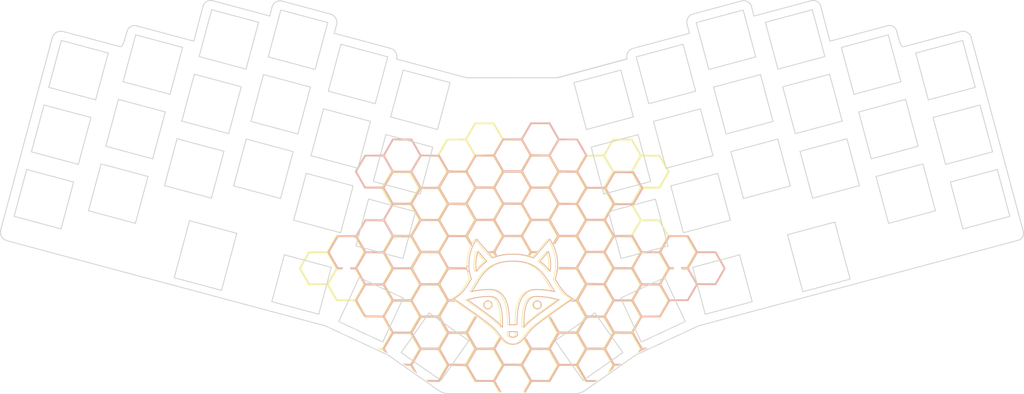
<source format=kicad_pcb>
(kicad_pcb (version 20171130) (host pcbnew "(5.1.10)-1")
  (layers (0 F.Cu signal) (31 B.Cu signal) (34 B.Paste user) (35 F.Paste user) (36 B.SilkS user) (37 F.SilkS user) (38 B.Mask user) (39 F.Mask user) (44 Edge.Cuts user))
  (net 0 "")
  (module MountingHole:MountingHole_2.2mm_M2 (layer F.Cu) (at 268.74 113.3)
    (fp_text reference "" (at 0 -3.2) (layer F.SilkS))
    (fp_text value "")
    (pad 1 np_thru_hole circle (at 0 0) (size 2.2 2.2) (drill 2.2) (layers *.Cu *.Mask))
  )
  (module MountingHole:MountingHole_2.2mm_M2 (layer F.Cu) (at 240.48 62.22)
    (fp_text reference "" (at 0 -3.2) (layer F.SilkS))
    (fp_text value "")
    (pad 1 np_thru_hole circle (at 0 0) (size 2.2 2.2) (drill 2.2) (layers *.Cu *.Mask))
  )
  (module MountingHole:MountingHole_2.2mm_M2 (layer F.Cu) (at 186.81 82.42)
    (fp_text reference "" (at 0 -3.2) (layer F.SilkS))
    (fp_text value "")
    (pad 1 np_thru_hole circle (at 0 0) (size 2.2 2.2) (drill 2.2) (layers *.Cu *.Mask))
  )
  (module MountingHole:MountingHole_2.2mm_M2 (layer F.Cu) (at 195.33 120.48)
    (fp_text reference "" (at 0 -3.2) (layer F.SilkS))
    (fp_text value "")
    (pad 1 np_thru_hole circle (at 0 0) (size 2.2 2.2) (drill 2.2) (layers *.Cu *.Mask))
  )
  (module MountingHole:MountingHole_2.2mm_M2 (layer F.Cu) (at 148.4 152.2)
    (fp_text reference "" (at 0 -3.2) (layer F.SilkS))
    (fp_text value "")
    (pad 1 np_thru_hole circle (at 0 0) (size 2.2 2.2) (drill 2.2) (layers *.Cu *.Mask))
  )
  (module MountingHole:MountingHole_2.2mm_M2 (layer F.Cu) (at 101.29 120.43)
    (fp_text reference "" (at 0 -3.2) (layer F.SilkS))
    (fp_text value "")
    (pad 1 np_thru_hole circle (at 0 0) (size 2.2 2.2) (drill 2.2) (layers *.Cu *.Mask))
  )
  (module MountingHole:MountingHole_2.2mm_M2 (layer F.Cu) (at 109.56 83.04)
    (fp_text reference "" (at 0 -3.2) (layer F.SilkS))
    (fp_text value "")
    (pad 1 np_thru_hole circle (at 0 0) (size 2.2 2.2) (drill 2.2) (layers *.Cu *.Mask))
  )
  (module MountingHole:MountingHole_2.2mm_M2 (layer F.Cu) (at 56.33 62.01)
    (fp_text reference "" (at 0 -3.2) (layer F.SilkS))
    (fp_text value "")
    (pad 1 np_thru_hole circle (at 0 0) (size 2.2 2.2) (drill 2.2) (layers *.Cu *.Mask))
  )
  (module MountingHole:MountingHole_2.2mm_M2 (layer F.Cu) (at 27.9 113.36)
    (fp_text reference "" (at 0 -3.2) (layer F.SilkS))
    (fp_text value "")
    (pad 1 np_thru_hole circle (at 0 0) (size 2.2 2.2) (drill 2.2) (layers *.Cu *.Mask))
  )
  (gr_line (start 153.64125 78.817709) (end 152.318334 81.084306) (layer B.SilkS) (width 0.25))
  (gr_line (start 156.357639 78.817709) (end 153.64125 78.817709) (layer B.SilkS) (width 0.25))
  (gr_line (start 143.384236 88.025209) (end 144.645417 85.846806) (layer B.SilkS) (width 0.25))
  (gr_line (start 150.995417 92.44375) (end 148.464236 92.44375) (layer B.SilkS) (width 0.25))
  (gr_line (start 152.265417 85.899722) (end 152.265417 85.899722) (layer B.SilkS) (width 0.25))
  (gr_line (start 156.34882 79.082292) (end 158.88 79.082292) (layer B.SilkS) (width 0.25))
  (gr_curve (pts (xy 158.88 87.84) (xy 158.782986 87.972292) (xy 158.544861 87.981111) (xy 156.269445 87.919375)) (layer B.SilkS) (width 0.25))
  (gr_line (start 156.269445 87.919375) (end 153.755903 87.857639) (layer B.SilkS) (width 0.25))
  (gr_curve (pts (xy 112.092847 88.042847) (xy 112.110486 87.981111) (xy 112.674931 86.966875) (xy 113.354028 85.78507)) (layer B.SilkS) (width 0.25))
  (gr_curve (pts (xy 161.375903 83.509653) (xy 161.375903 83.597847) (xy 159.109306 87.540139) (xy 158.88 87.84)) (layer B.SilkS) (width 0.25))
  (gr_line (start 114.58875 83.650764) (end 116.220347 83.703681) (layer B.SilkS) (width 0.25))
  (gr_line (start 118.777986 83.756597) (end 119.704028 83.756597) (layer B.SilkS) (width 0.25))
  (gr_curve (pts (xy 169.251667 88.122222) (xy 169.251667 88.16632) (xy 168.678403 89.189375) (xy 167.981667 90.38882)) (layer B.SilkS) (width 0.25))
  (gr_line (start 159.074028 78.817709) (end 156.357639 78.817709) (layer B.SilkS) (width 0.25))
  (gr_line (start 152.265417 85.899722) (end 153.526597 88.095764) (layer B.SilkS) (width 0.25))
  (gr_line (start 153.755903 87.857639) (end 152.503542 85.679236) (layer B.SilkS) (width 0.25))
  (gr_line (start 166.958611 83.447917) (end 164.321597 83.421459) (layer B.SilkS) (width 0.25))
  (gr_line (start 144.645417 85.846806) (end 145.897778 83.677222) (layer B.SilkS) (width 0.25))
  (gr_curve (pts (xy 161.666945 83.774236) (xy 161.72868 83.694861) (xy 162.354861 83.668403) (xy 164.242222 83.668403)) (layer B.SilkS) (width 0.25))
  (gr_line (start 118.777986 83.756597) (end 118.777986 83.756597) (layer B.SilkS) (width 0.25))
  (gr_line (start 160.379306 81.110764) (end 159.074028 78.817709) (layer B.SilkS) (width 0.25))
  (gr_curve (pts (xy 161.56993 92.329097) (xy 161.508195 92.249722) (xy 160.94375 91.279584) (xy 160.30875 90.168334)) (layer B.SilkS) (width 0.25))
  (gr_curve (pts (xy 120.691806 85.502847) (xy 121.238611 86.455347) (xy 121.803056 87.443125) (xy 121.944167 87.68125)) (layer B.SilkS) (width 0.25))
  (gr_line (start 168.299167 85.793889) (end 166.958611 83.447917) (layer B.SilkS) (width 0.25))
  (gr_line (start 151.013056 83.7125) (end 152.265417 85.899722) (layer B.SilkS) (width 0.25))
  (gr_line (start 122.199931 88.122222) (end 120.903472 90.327084) (layer B.SilkS) (width 0.25))
  (gr_line (start 153.817639 79.082292) (end 156.34882 79.082292) (layer B.SilkS) (width 0.25))
  (gr_line (start 119.615834 92.531945) (end 117.13757 92.558403) (layer B.SilkS) (width 0.25))
  (gr_line (start 152.503542 85.679236) (end 151.26 83.500834) (layer B.SilkS) (width 0.25))
  (gr_line (start 168.325625 90.371181) (end 169.639722 88.131042) (layer B.SilkS) (width 0.25))
  (gr_line (start 169.639722 88.131042) (end 168.299167 85.793889) (layer B.SilkS) (width 0.25))
  (gr_curve (pts (xy 117.13757 92.558403) (xy 114.862153 92.576042) (xy 114.650486 92.567222) (xy 114.527014 92.426111)) (layer B.SilkS) (width 0.25))
  (gr_line (start 145.933056 92.44375) (end 144.654236 90.23007) (layer B.SilkS) (width 0.25))
  (gr_line (start 145.897778 83.677222) (end 148.455417 83.694861) (layer B.SilkS) (width 0.25))
  (gr_line (start 121.944167 87.68125) (end 122.199931 88.122222) (layer B.SilkS) (width 0.25))
  (gr_line (start 152.256597 90.265347) (end 150.995417 92.44375) (layer B.SilkS) (width 0.25))
  (gr_line (start 158.88 79.082292) (end 160.132361 81.251875) (layer B.SilkS) (width 0.25))
  (gr_line (start 148.455417 83.694861) (end 151.013056 83.7125) (layer B.SilkS) (width 0.25))
  (gr_curve (pts (xy 164.198125 92.514306) (xy 162.046181 92.470209) (xy 161.666945 92.44375) (xy 161.56993 92.329097)) (layer B.SilkS) (width 0.25))
  (gr_curve (pts (xy 160.30875 90.168334) (xy 159.276875 88.377986) (xy 159.162222 88.131042) (xy 159.241597 87.945834)) (layer B.SilkS) (width 0.25))
  (gr_curve (pts (xy 159.241597 87.945834) (xy 159.35625 87.69007) (xy 161.543472 83.932986) (xy 161.666945 83.774236)) (layer B.SilkS) (width 0.25))
  (gr_line (start 148.464236 92.44375) (end 145.933056 92.44375) (layer B.SilkS) (width 0.25))
  (gr_curve (pts (xy 169.163472 106.255) (xy 169.225209 106.352014) (xy 168.925347 106.934097) (xy 167.964028 108.592153)) (layer B.SilkS) (width 0.25))
  (gr_line (start 152.283056 104.226528) (end 152.283056 104.226528) (layer B.SilkS) (width 0.25))
  (gr_line (start 164.206945 102.012847) (end 166.729306 102.012847) (layer B.SilkS) (width 0.25))
  (gr_curve (pts (xy 136.910764 113.257639) (xy 136.240486 112.075834) (xy 135.684861 111.079236) (xy 135.676042 111.052778)) (layer B.SilkS) (width 0.25))
  (gr_line (start 136.566806 95.045486) (end 136.566806 95.045486) (layer B.SilkS) (width 0.25))
  (gr_curve (pts (xy 159.250417 97.100417) (xy 159.35625 96.862292) (xy 161.543472 93.105209) (xy 161.666945 92.946459)) (layer B.SilkS) (width 0.25))
  (gr_line (start 166.685209 110.788195) (end 164.189306 110.814653) (layer B.SilkS) (width 0.25))
  (gr_line (start 151.013056 102.012847) (end 152.283056 104.226528) (layer B.SilkS) (width 0.25))
  (gr_curve (pts (xy 164.815486 101.739445) (xy 163.774792 101.730625) (xy 162.628264 101.704167) (xy 162.284306 101.668889)) (layer B.SilkS) (width 0.25))
  (gr_line (start 161.684584 102.021667) (end 164.206945 102.012847) (layer B.SilkS) (width 0.25))
  (gr_line (start 145.70375 111.008681) (end 145.148125 111.961181) (layer B.SilkS) (width 0.25))
  (gr_line (start 145.985972 102.012847) (end 148.499514 102.012847) (layer B.SilkS) (width 0.25))
  (gr_line (start 161.684584 110.832292) (end 160.449861 108.662709) (layer B.SilkS) (width 0.25))
  (gr_line (start 135.314445 92.849445) (end 136.566806 95.045486) (layer B.SilkS) (width 0.25))
  (gr_line (start 130.287361 101.66007) (end 129.026181 99.455209) (layer B.SilkS) (width 0.25))
  (gr_line (start 169.313403 97.267986) (end 168.016945 99.508125) (layer B.SilkS) (width 0.25))
  (gr_line (start 122.446875 115.374306) (end 121.185695 113.178264) (layer B.SilkS) (width 0.25))
  (gr_curve (pts (xy 160.079445 108.715625) (xy 160.740903 109.879792) (xy 161.296528 110.85875) (xy 161.305347 110.902847)) (layer B.SilkS) (width 0.25))
  (gr_line (start 151.039514 110.832292) (end 148.499514 110.832292) (layer B.SilkS) (width 0.25))
  (gr_line (start 161.640486 101.615972) (end 160.396945 99.455209) (layer B.SilkS) (width 0.25))
  (gr_line (start 145.915417 101.615972) (end 144.689514 99.472847) (layer B.SilkS) (width 0.25))
  (gr_line (start 166.02375 92.92) (end 166.843959 92.972917) (layer B.SilkS) (width 0.25))
  (gr_curve (pts (xy 176.289584 99.622778) (xy 175.319445 97.929445) (xy 175.046042 97.37382) (xy 175.098959 97.259167)) (layer B.SilkS) (width 0.25))
  (gr_line (start 127.491597 106.598959) (end 128.611667 108.556875) (layer B.SilkS) (width 0.25))
  (gr_curve (pts (xy 153.447222 106.669514) (xy 153.385486 106.792986) (xy 152.821042 107.780764) (xy 152.194861 108.865556)) (layer B.SilkS) (width 0.25))
  (gr_line (start 166.729306 102.012847) (end 167.902292 104.058959) (layer B.SilkS) (width 0.25))
  (gr_line (start 124.995695 115.374306) (end 122.446875 115.374306) (layer B.SilkS) (width 0.25))
  (gr_curve (pts (xy 159.215139 106.396111) (xy 159.215139 106.334375) (xy 159.770764 105.328959) (xy 160.449861 104.155972)) (layer B.SilkS) (width 0.25))
  (gr_line (start 145.959514 110.832292) (end 144.707153 108.627431) (layer B.SilkS) (width 0.25))
  (gr_line (start 121.185695 113.178264) (end 119.924514 110.982222) (layer B.SilkS) (width 0.25))
  (gr_line (start 152.274236 95.098403) (end 153.535417 97.320903) (layer B.SilkS) (width 0.25))
  (gr_curve (pts (xy 144.707153 108.627431) (xy 144.019236 107.419167) (xy 143.472431 106.396111) (xy 143.49007 106.352014)) (layer B.SilkS) (width 0.25))
  (gr_curve (pts (xy 167.902292 104.058959) (xy 168.554931 105.187847) (xy 169.119375 106.175625) (xy 169.163472 106.255)) (layer B.SilkS) (width 0.25))
  (gr_line (start 144.44257 108.80382) (end 145.70375 111.008681) (layer B.SilkS) (width 0.25))
  (gr_curve (pts (xy 175.098959 97.259167) (xy 175.143056 97.170972) (xy 175.71632 96.183195) (xy 176.368959 95.054306)) (layer B.SilkS) (width 0.25))
  (gr_line (start 183.777292 99.922639) (end 182.674861 101.827639) (layer B.SilkS) (width 0.25))
  (gr_line (start 129.899306 110.788195) (end 130.058056 111.052778) (layer B.SilkS) (width 0.25))
  (gr_line (start 128.611667 108.556875) (end 128.611667 108.556875) (layer B.SilkS) (width 0.25))
  (gr_curve (pts (xy 135.676042 111.052778) (xy 135.676042 111.02632) (xy 136.240486 110.012084) (xy 136.946042 108.795)) (layer B.SilkS) (width 0.25))
  (gr_curve (pts (xy 143.49007 97.20625) (xy 143.507709 97.144514) (xy 144.072153 96.139097) (xy 144.75125 94.966111)) (layer B.SilkS) (width 0.25))
  (gr_line (start 129.864028 93.652014) (end 130.340278 92.840625) (layer B.SilkS) (width 0.25))
  (gr_curve (pts (xy 128.611667 108.556875) (xy 129.229028 109.641667) (xy 129.802292 110.647084) (xy 129.899306 110.788195)) (layer B.SilkS) (width 0.25))
  (gr_curve (pts (xy 122.420417 106.704792) (xy 122.482153 106.625417) (xy 123.108334 106.598959) (xy 124.995695 106.598959)) (layer B.SilkS) (width 0.25))
  (gr_line (start 152.194861 108.865556) (end 151.039514 110.832292) (layer B.SilkS) (width 0.25))
  (gr_line (start 145.985972 92.840625) (end 148.499514 92.858264) (layer B.SilkS) (width 0.25))
  (gr_line (start 160.449861 104.155972) (end 161.684584 102.021667) (layer B.SilkS) (width 0.25))
  (gr_line (start 143.878125 114.157222) (end 143.16375 115.409584) (layer B.SilkS) (width 0.25))
  (gr_line (start 132.827361 92.840625) (end 135.314445 92.849445) (layer B.SilkS) (width 0.25))
  (gr_line (start 166.711667 101.748264) (end 164.815486 101.739445) (layer B.SilkS) (width 0.25))
  (gr_line (start 119.924514 110.982222) (end 121.123959 108.900834) (layer B.SilkS) (width 0.25))
  (gr_line (start 124.995695 106.598959) (end 127.491597 106.598959) (layer B.SilkS) (width 0.25))
  (gr_line (start 168.078681 95.124861) (end 169.313403 97.267986) (layer B.SilkS) (width 0.25))
  (gr_line (start 128.796875 113.213542) (end 127.544514 115.374306) (layer B.SilkS) (width 0.25))
  (gr_line (start 148.499514 110.832292) (end 145.959514 110.832292) (layer B.SilkS) (width 0.25))
  (gr_curve (pts (xy 121.123959 108.900834) (xy 121.794236 107.754306) (xy 122.37632 106.766528) (xy 122.420417 106.704792)) (layer B.SilkS) (width 0.25))
  (gr_line (start 167.964028 108.592153) (end 166.685209 110.788195) (layer B.SilkS) (width 0.25))
  (gr_line (start 130.058056 111.052778) (end 128.796875 113.213542) (layer B.SilkS) (width 0.25))
  (gr_line (start 144.75125 94.966111) (end 145.985972 92.840625) (layer B.SilkS) (width 0.25))
  (gr_line (start 187.851875 134.027431) (end 190.462431 134.027431) (layer B.SilkS) (width 0.25))
  (gr_line (start 118.12 147.76) (end 119.633472 147.785764) (layer B.SilkS) (width 0.25))
  (gr_line (start 195.745278 129.423681) (end 198.355834 129.397222) (layer B.SilkS) (width 0.25))
  (gr_line (start 161.772778 147.794584) (end 164.251042 147.785764) (layer B.SilkS) (width 0.25))
  (gr_line (start 162.284306 101.668889) (end 161.640486 101.615972) (layer B.SilkS) (width 0.25))
  (gr_line (start 153.535417 97.320903) (end 152.274236 99.490486) (layer B.SilkS) (width 0.25))
  (gr_line (start 114.341806 138.560625) (end 113.592153 139.839445) (layer B.SilkS) (width 0.25))
  (gr_line (start 195.639445 110.920486) (end 192.905417 110.929306) (layer B.SilkS) (width 0.25))
  (gr_line (start 111.704792 143.09382) (end 112.25 143.99) (layer B.SilkS) (width 0.25))
  (gr_line (start 143.181389 152.371875) (end 144.85 155.36) (layer B.SilkS) (width 0.25))
  (gr_line (start 129.026181 99.455209) (end 127.765 97.259167) (layer B.SilkS) (width 0.25))
  (gr_curve (pts (xy 208.877431 120.304375) (xy 208.903889 120.242639) (xy 208.321806 119.140209) (xy 207.580972 117.85257)) (layer B.SilkS) (width 0.25))
  (gr_line (start 124.53 152.35) (end 127.729722 152.371875) (layer B.SilkS) (width 0.25))
  (gr_line (start 153.897014 152.371875) (end 156.50757 152.371875) (layer B.SilkS) (width 0.25))
  (gr_line (start 201.010486 124.82875) (end 203.603403 124.864028) (layer B.SilkS) (width 0.25))
  (gr_line (start 198.373472 110.920486) (end 195.639445 110.920486) (layer B.SilkS) (width 0.25))
  (gr_curve (pts (xy 161.666945 92.946459) (xy 161.755139 92.831806) (xy 164.471528 92.805348) (xy 166.02375 92.92)) (layer B.SilkS) (width 0.25))
  (gr_line (start 148.464236 101.633611) (end 145.915417 101.615972) (layer B.SilkS) (width 0.25))
  (gr_line (start 130.340278 92.840625) (end 132.827361 92.840625) (layer B.SilkS) (width 0.25))
  (gr_curve (pts (xy 144.689514 99.472847) (xy 144.019236 98.291042) (xy 143.472431 97.276806) (xy 143.49007 97.20625)) (layer B.SilkS) (width 0.25))
  (gr_line (start 152.13 155.42) (end 153.897014 152.371875) (layer B.SilkS) (width 0.25))
  (gr_line (start 119.633472 147.785764) (end 120.65 149.63) (layer B.SilkS) (width 0.25))
  (gr_line (start 127.729722 152.371875) (end 128.964444 150.23757) (layer B.SilkS) (width 0.25))
  (gr_curve (pts (xy 128.964444 150.23757) (xy 129.643542 149.064584) (xy 130.260903 148.032709) (xy 130.331459 147.935695)) (layer B.SilkS) (width 0.25))
  (gr_line (start 160.449861 150.07882) (end 161.772778 147.794584) (layer B.SilkS) (width 0.25))
  (gr_line (start 183.953681 95.230695) (end 185.214861 97.435556) (layer B.SilkS) (width 0.25))
  (gr_line (start 168.043403 150.07882) (end 169.348681 152.371875) (layer B.SilkS) (width 0.25))
  (gr_line (start 166.843959 92.972917) (end 168.078681 95.124861) (layer B.SilkS) (width 0.25))
  (gr_line (start 201.019306 115.506597) (end 199.696389 113.213542) (layer B.SilkS) (width 0.25))
  (gr_line (start 168.016945 99.508125) (end 166.711667 101.748264) (layer B.SilkS) (width 0.25))
  (gr_line (start 127.765 97.259167) (end 128.576389 95.865695) (layer B.SilkS) (width 0.25))
  (gr_line (start 166.02375 92.92) (end 166.02375 92.92) (layer B.SilkS) (width 0.25))
  (gr_line (start 151.013056 101.66007) (end 148.464236 101.633611) (layer B.SilkS) (width 0.25))
  (gr_line (start 184.041875 136.064722) (end 185.2325 134.027431) (layer B.SilkS) (width 0.25))
  (gr_line (start 164.251042 147.785764) (end 166.729306 147.785764) (layer B.SilkS) (width 0.25))
  (gr_line (start 199.67875 127.112986) (end 201.010486 124.82875) (layer B.SilkS) (width 0.25))
  (gr_curve (pts (xy 130.331459 147.935695) (xy 130.46375 147.776945) (xy 130.569584 147.776945) (xy 132.933195 147.8475)) (layer B.SilkS) (width 0.25))
  (gr_curve (pts (xy 184.006597 140.668472) (xy 183.054097 139.010417) (xy 182.727778 138.366597) (xy 182.780695 138.251945)) (layer B.SilkS) (width 0.25))
  (gr_line (start 156.50757 152.371875) (end 159.126945 152.371875) (layer B.SilkS) (width 0.25))
  (gr_line (start 190.462431 134.027431) (end 191.802986 131.734375) (layer B.SilkS) (width 0.25))
  (gr_line (start 152.274236 99.490486) (end 151.013056 101.66007) (layer B.SilkS) (width 0.25))
  (gr_line (start 112.278055 142.114861) (end 111.704792 143.09382) (layer B.SilkS) (width 0.25))
  (gr_curve (pts (xy 185.047292 97.726597) (xy 184.959097 97.885347) (xy 184.385834 98.873125) (xy 183.777292 99.922639)) (layer B.SilkS) (width 0.25))
  (gr_line (start 166.729306 147.785764) (end 168.043403 150.07882) (layer B.SilkS) (width 0.25))
  (gr_line (start 185.303056 142.93507) (end 184.006597 140.668472) (layer B.SilkS) (width 0.25))
  (gr_line (start 206.205139 124.899306) (end 207.519236 122.650347) (layer B.SilkS) (width 0.25))
  (gr_line (start 203.629861 115.506597) (end 201.019306 115.506597) (layer B.SilkS) (width 0.25))
  (gr_line (start 169.348681 152.371875) (end 171.968056 152.371875) (layer B.SilkS) (width 0.25))
  (gr_line (start 185.214861 97.435556) (end 185.047292 97.726597) (layer B.SilkS) (width 0.25))
  (gr_line (start 191.802986 131.734375) (end 193.143542 129.44132) (layer B.SilkS) (width 0.25))
  (gr_line (start 199.696389 113.213542) (end 198.373472 110.920486) (layer B.SilkS) (width 0.25))
  (gr_curve (pts (xy 182.780695 138.251945) (xy 182.815972 138.17257) (xy 183.389236 137.193611) (xy 184.041875 136.064722)) (layer B.SilkS) (width 0.25))
  (gr_line (start 137.942639 152.371875) (end 140.562014 152.371875) (layer B.SilkS) (width 0.25))
  (gr_line (start 152.274236 95.098403) (end 152.274236 95.098403) (layer B.SilkS) (width 0.25))
  (gr_line (start 140.562014 152.371875) (end 143.181389 152.371875) (layer B.SilkS) (width 0.25))
  (gr_line (start 135.39382 147.918056) (end 136.672639 150.149375) (layer B.SilkS) (width 0.25))
  (gr_line (start 132.933195 147.8475) (end 135.39382 147.918056) (layer B.SilkS) (width 0.25))
  (gr_line (start 148.499514 92.858264) (end 151.004236 92.884723) (layer B.SilkS) (width 0.25))
  (gr_line (start 113.054167 136.311667) (end 114.341806 138.560625) (layer B.SilkS) (width 0.25))
  (gr_line (start 136.672639 150.149375) (end 137.942639 152.371875) (layer B.SilkS) (width 0.25))
  (gr_curve (pts (xy 207.519236 122.650347) (xy 208.242431 121.415625) (xy 208.859792 120.357292) (xy 208.877431 120.304375)) (layer B.SilkS) (width 0.25))
  (gr_line (start 151.004236 92.884723) (end 152.274236 95.098403) (layer B.SilkS) (width 0.25))
  (gr_curve (pts (xy 160.396945 99.455209) (xy 159.329792 97.594306) (xy 159.171042 97.276806) (xy 159.250417 97.100417)) (layer B.SilkS) (width 0.25))
  (gr_line (start 143.16375 106.237361) (end 140.650209 106.246181) (layer B.SilkS) (width 0.25))
  (gr_line (start 143.16375 115.409584) (end 141.86 115.44) (layer B.SilkS) (width 0.25))
  (gr_line (start 117.111111 102.012847) (end 119.642292 102.012847) (layer B.SilkS) (width 0.25))
  (gr_curve (pts (xy 119.624653 110.805834) (xy 119.545278 110.894028) (xy 118.945556 110.902847) (xy 117.058195 110.85875)) (layer B.SilkS) (width 0.25))
  (gr_line (start 160.141181 99.631597) (end 160.141181 99.631597) (layer B.SilkS) (width 0.25))
  (gr_line (start 172.126806 97.444375) (end 174.649167 97.470834) (layer B.SilkS) (width 0.25))
  (gr_line (start 113.31875 104.182431) (end 114.58875 102.012847) (layer B.SilkS) (width 0.25))
  (gr_line (start 114.58875 102.012847) (end 117.111111 102.012847) (layer B.SilkS) (width 0.25))
  (gr_line (start 144.44257 108.80382) (end 144.44257 108.80382) (layer B.SilkS) (width 0.25))
  (gr_curve (pts (xy 143.49007 106.352014) (xy 143.498889 106.307917) (xy 144.072153 105.31132) (xy 144.75125 104.147153)) (layer B.SilkS) (width 0.25))
  (gr_line (start 168.263889 104.058959) (end 167.020347 101.862917) (layer B.SilkS) (width 0.25))
  (gr_line (start 152.600556 99.552222) (end 153.835278 97.426736) (layer B.SilkS) (width 0.25))
  (gr_curve (pts (xy 161.305347 110.902847) (xy 161.322986 110.946945) (xy 160.758542 111.97882) (xy 160.17 112.98)) (layer B.SilkS) (width 0.25))
  (gr_curve (pts (xy 145.148125 111.961181) (xy 144.848264 112.481528) (xy 144.275 113.469306) (xy 143.878125 114.157222)) (layer B.SilkS) (width 0.25))
  (gr_line (start 134.397222 102.101042) (end 134.397222 102.101042) (layer B.SilkS) (width 0.25))
  (gr_line (start 136.946042 108.795) (end 138.224861 106.598959) (layer B.SilkS) (width 0.25))
  (gr_line (start 168.307986 99.649236) (end 169.604445 97.426736) (layer B.SilkS) (width 0.25))
  (gr_line (start 160.052986 104.208889) (end 158.862361 106.246181) (layer B.SilkS) (width 0.25))
  (gr_curve (pts (xy 151.339375 101.757084) (xy 151.357014 101.712986) (xy 151.921459 100.725209) (xy 152.600556 99.552222)) (layer B.SilkS) (width 0.25))
  (gr_line (start 138.224861 106.598959) (end 140.703125 106.598959) (layer B.SilkS) (width 0.25))
  (gr_line (start 167.020347 101.862917) (end 168.307986 99.649236) (layer B.SilkS) (width 0.25))
  (gr_curve (pts (xy 127.809097 106.431389) (xy 128.188333 105.761111) (xy 130.14625 102.427361) (xy 130.269722 102.242153)) (layer B.SilkS) (width 0.25))
  (gr_line (start 174.649167 97.470834) (end 175.813334 99.499306) (layer B.SilkS) (width 0.25))
  (gr_curve (pts (xy 129.04382 108.680347) (xy 128.355903 107.463264) (xy 127.800278 106.457847) (xy 127.809097 106.431389)) (layer B.SilkS) (width 0.25))
  (gr_line (start 175.919167 104.076597) (end 174.649167 106.246181) (layer B.SilkS) (width 0.25))
  (gr_line (start 130.269722 102.242153) (end 130.454931 101.986389) (layer B.SilkS) (width 0.25))
  (gr_line (start 127.544514 115.374306) (end 124.995695 115.374306) (layer B.SilkS) (width 0.25))
  (gr_curve (pts (xy 136.884306 104.04132) (xy 136.18757 102.833056) (xy 135.623125 101.792361) (xy 135.623125 101.739445)) (layer B.SilkS) (width 0.25))
  (gr_curve (pts (xy 177.083334 101.712986) (xy 177.171528 101.880556) (xy 177.030417 102.162778) (xy 175.919167 104.076597)) (layer B.SilkS) (width 0.25))
  (gr_curve (pts (xy 160.449861 108.662709) (xy 159.770764 107.472084) (xy 159.215139 106.449028) (xy 159.215139 106.396111)) (layer B.SilkS) (width 0.25))
  (gr_line (start 114.58875 110.805834) (end 113.530417 108.95375) (layer B.SilkS) (width 0.25))
  (gr_line (start 148.499514 102.012847) (end 151.013056 102.012847) (layer B.SilkS) (width 0.25))
  (gr_curve (pts (xy 160.141181 99.631597) (xy 161.120139 101.351389) (xy 161.384722 101.880556) (xy 161.322986 102.004028)) (layer B.SilkS) (width 0.25))
  (gr_line (start 143.190209 106.598959) (end 144.44257 108.80382) (layer B.SilkS) (width 0.25))
  (gr_line (start 175.813334 99.499306) (end 175.813334 99.499306) (layer B.SilkS) (width 0.25))
  (gr_curve (pts (xy 161.322986 102.004028) (xy 161.278889 102.092222) (xy 160.705625 103.08) (xy 160.052986 104.208889)) (layer B.SilkS) (width 0.25))
  (gr_line (start 144.424931 99.640417) (end 144.424931 99.640417) (layer B.SilkS) (width 0.25))
  (gr_line (start 164.189306 110.814653) (end 161.684584 110.832292) (layer B.SilkS) (width 0.25))
  (gr_line (start 167.902292 104.058959) (end 167.902292 104.058959) (layer B.SilkS) (width 0.25))
  (gr_curve (pts (xy 131.954236 102.039306) (xy 132.783264 102.074584) (xy 133.885695 102.101042) (xy 134.397222 102.101042)) (layer B.SilkS) (width 0.25))
  (gr_line (start 138.136667 106.246181) (end 136.884306 104.04132) (layer B.SilkS) (width 0.25))
  (gr_line (start 158.88882 97.426736) (end 160.141181 99.631597) (layer B.SilkS) (width 0.25))
  (gr_curve (pts (xy 135.623125 101.739445) (xy 135.623125 101.695347) (xy 135.905347 101.175) (xy 136.240486 100.592917)) (layer B.SilkS) (width 0.25))
  (gr_line (start 153.835278 97.426736) (end 156.357639 97.426736) (layer B.SilkS) (width 0.25))
  (gr_line (start 140.703125 106.598959) (end 143.190209 106.598959) (layer B.SilkS) (width 0.25))
  (gr_line (start 134.397222 102.101042) (end 135.340903 102.101042) (layer B.SilkS) (width 0.25))
  (gr_line (start 137.475209 98.48507) (end 138.101389 97.426736) (layer B.SilkS) (width 0.25))
  (gr_line (start 130.454931 101.986389) (end 131.954236 102.039306) (layer B.SilkS) (width 0.25))
  (gr_curve (pts (xy 136.240486 100.592917) (xy 136.584445 100.019653) (xy 137.14007 99.067153) (xy 137.475209 98.48507)) (layer B.SilkS) (width 0.25))
  (gr_line (start 132.774445 110.902847) (end 130.31382 110.876389) (layer B.SilkS) (width 0.25))
  (gr_line (start 144.75125 104.147153) (end 145.985972 102.012847) (layer B.SilkS) (width 0.25))
  (gr_curve (pts (xy 152.283056 104.226528) (xy 153.456042 106.272639) (xy 153.535417 106.457847) (xy 153.447222 106.669514)) (layer B.SilkS) (width 0.25))
  (gr_curve (pts (xy 152.565278 104.04132) (xy 151.877361 102.824236) (xy 151.321736 101.801181) (xy 151.339375 101.757084)) (layer B.SilkS) (width 0.25))
  (gr_line (start 143.878125 104.985) (end 143.16375 106.237361) (layer B.SilkS) (width 0.25))
  (gr_line (start 158.862361 106.246181) (end 156.34882 106.246181) (layer B.SilkS) (width 0.25))
  (gr_curve (pts (xy 175.813334 99.499306) (xy 176.457153 100.610556) (xy 177.021597 101.615972) (xy 177.083334 101.712986)) (layer B.SilkS) (width 0.25))
  (gr_line (start 172.082709 106.246181) (end 169.507431 106.246181) (layer B.SilkS) (width 0.25))
  (gr_curve (pts (xy 113.530417 108.95375) (xy 112.948334 107.930695) (xy 112.37507 106.934097) (xy 112.260417 106.722431)) (layer B.SilkS) (width 0.25))
  (gr_line (start 135.243889 110.920486) (end 132.774445 110.902847) (layer B.SilkS) (width 0.25))
  (gr_line (start 156.34882 106.246181) (end 153.826459 106.246181) (layer B.SilkS) (width 0.25))
  (gr_line (start 169.507431 106.246181) (end 168.263889 104.058959) (layer B.SilkS) (width 0.25))
  (gr_curve (pts (xy 120.894653 104.217709) (xy 121.670764 105.584722) (xy 122.129375 106.475486) (xy 122.094097 106.563681)) (layer B.SilkS) (width 0.25))
  (gr_line (start 143.16375 97.426736) (end 144.424931 99.640417) (layer B.SilkS) (width 0.25))
  (gr_line (start 169.604445 97.426736) (end 172.126806 97.444375) (layer B.SilkS) (width 0.25))
  (gr_line (start 114.412361 83.40382) (end 113.089445 85.696875) (layer B.SilkS) (width 0.25))
  (gr_curve (pts (xy 96.050278 115.647709) (xy 96.059097 115.700625) (xy 96.65882 116.785417) (xy 97.390834 118.055417)) (layer B.SilkS) (width 0.25))
  (gr_line (start 105.178403 131.690278) (end 106.50132 133.983334) (layer B.SilkS) (width 0.25))
  (gr_line (start 101.359584 110.920486) (end 98.72257 110.964584) (layer B.SilkS) (width 0.25))
  (gr_line (start 144.398472 85.696875) (end 143.075556 87.989931) (layer B.SilkS) (width 0.25))
  (gr_line (start 148.358403 83.386181) (end 145.721389 83.412639) (layer B.SilkS) (width 0.25))
  (gr_line (start 137.898542 88.034028) (end 136.575625 90.300626) (layer B.SilkS) (width 0.25))
  (gr_line (start 145.721389 83.412639) (end 144.398472 85.696875) (layer B.SilkS) (width 0.25))
  (gr_line (start 106.483681 88.034028) (end 105.134306 90.353542) (layer B.SilkS) (width 0.25))
  (gr_line (start 105.134306 95.027847) (end 106.483681 97.382639) (layer B.SilkS) (width 0.25))
  (gr_line (start 103.784931 92.673056) (end 105.134306 95.027847) (layer B.SilkS) (width 0.25))
  (gr_line (start 117.119931 83.40382) (end 114.412361 83.40382) (layer B.SilkS) (width 0.25))
  (gr_line (start 111.766528 134.071528) (end 113.054167 136.311667) (layer B.SilkS) (width 0.25))
  (gr_line (start 152.318334 81.084306) (end 150.995417 83.359722) (layer B.SilkS) (width 0.25))
  (gr_line (start 103.996597 110.876389) (end 101.359584 110.920486) (layer B.SilkS) (width 0.25))
  (gr_line (start 103.943681 120.357292) (end 105.187222 122.526875) (layer B.SilkS) (width 0.25))
  (gr_line (start 109.129514 88.00757) (end 106.483681 88.034028) (layer B.SilkS) (width 0.25))
  (gr_line (start 114.094861 101.536597) (end 114.306528 101.915834) (layer B.SilkS) (width 0.25))
  (gr_curve (pts (xy 105.187222 122.526875) (xy 105.875139 123.72632) (xy 106.430764 124.731736) (xy 106.430764 124.767014)) (layer B.SilkS) (width 0.25))
  (gr_line (start 150.995417 83.359722) (end 148.358403 83.386181) (layer B.SilkS) (width 0.25))
  (gr_line (start 130.234445 92.44375) (end 128.973264 90.238889) (layer B.SilkS) (width 0.25))
  (gr_line (start 125.07507 88.00757) (end 122.438056 87.981111) (layer B.SilkS) (width 0.25))
  (gr_line (start 113.089445 85.696875) (end 111.766528 87.981111) (layer B.SilkS) (width 0.25))
  (gr_line (start 111.766528 87.981111) (end 109.129514 88.00757) (layer B.SilkS) (width 0.25))
  (gr_line (start 198.355834 129.397222) (end 199.67875 127.112986) (layer B.SilkS) (width 0.25))
  (gr_curve (pts (xy 188.795556 115.506597) (xy 187.992986 115.506597) (xy 186.855278 115.480139) (xy 186.264375 115.444861)) (layer B.SilkS) (width 0.25))
  (gr_line (start 193.143542 129.44132) (end 195.745278 129.423681) (layer B.SilkS) (width 0.25))
  (gr_line (start 186.63 142.95) (end 185.303056 142.93507) (layer B.SilkS) (width 0.25))
  (gr_line (start 206.240417 115.506597) (end 203.629861 115.506597) (layer B.SilkS) (width 0.25))
  (gr_line (start 203.603403 124.864028) (end 206.205139 124.899306) (layer B.SilkS) (width 0.25))
  (gr_line (start 97.390834 118.055417) (end 98.71375 120.357292) (layer B.SilkS) (width 0.25))
  (gr_curve (pts (xy 113.089445 104.014861) (xy 112.419167 105.170209) (xy 111.819445 106.175625) (xy 111.748889 106.246181)) (layer B.SilkS) (width 0.25))
  (gr_curve (pts (xy 97.373195 113.257639) (xy 96.632361 114.51882) (xy 96.041459 115.594792) (xy 96.050278 115.647709)) (layer B.SilkS) (width 0.25))
  (gr_line (start 159.126945 152.371875) (end 160.449861 150.07882) (layer B.SilkS) (width 0.25))
  (gr_line (start 185.2325 134.027431) (end 187.851875 134.027431) (layer B.SilkS) (width 0.25))
  (gr_line (start 135.252709 92.576042) (end 133.603472 92.567222) (layer B.SilkS) (width 0.25))
  (gr_curve (pts (xy 113.592153 139.839445) (xy 113.186459 140.545) (xy 112.595556 141.568056) (xy 112.278055 142.114861)) (layer B.SilkS) (width 0.25))
  (gr_curve (pts (xy 112.824861 99.296459) (xy 113.406945 100.319514) (xy 113.980209 101.33375) (xy 114.094861 101.536597)) (layer B.SilkS) (width 0.25))
  (gr_line (start 207.580972 117.85257) (end 206.240417 115.506597) (layer B.SilkS) (width 0.25))
  (gr_line (start 121.132778 85.688056) (end 119.818681 83.40382) (layer B.SilkS) (width 0.25))
  (gr_line (start 131.09875 92.496667) (end 130.234445 92.44375) (layer B.SilkS) (width 0.25))
  (gr_line (start 98.71375 120.357292) (end 101.333125 120.357292) (layer B.SilkS) (width 0.25))
  (gr_line (start 106.50132 133.983334) (end 109.129514 134.027431) (layer B.SilkS) (width 0.25))
  (gr_line (start 143.075556 87.989931) (end 140.482639 88.00757) (layer B.SilkS) (width 0.25))
  (gr_line (start 136.575625 90.300626) (end 135.252709 92.576042) (layer B.SilkS) (width 0.25))
  (gr_line (start 101.333125 120.357292) (end 103.943681 120.357292) (layer B.SilkS) (width 0.25))
  (gr_line (start 111.766528 97.435556) (end 112.824861 99.296459) (layer B.SilkS) (width 0.25))
  (gr_line (start 127.712084 88.034028) (end 125.07507 88.00757) (layer B.SilkS) (width 0.25))
  (gr_line (start 128.973264 90.238889) (end 127.712084 88.034028) (layer B.SilkS) (width 0.25))
  (gr_line (start 109.129514 134.027431) (end 111.766528 134.071528) (layer B.SilkS) (width 0.25))
  (gr_line (start 105.134306 90.353542) (end 103.784931 92.673056) (layer B.SilkS) (width 0.25))
  (gr_line (start 119.818681 83.40382) (end 117.119931 83.40382) (layer B.SilkS) (width 0.25))
  (gr_line (start 106.483681 97.382639) (end 109.120695 97.409097) (layer B.SilkS) (width 0.25))
  (gr_line (start 109.120695 97.409097) (end 111.766528 97.435556) (layer B.SilkS) (width 0.25))
  (gr_curve (pts (xy 133.603472 92.567222) (xy 132.703889 92.558403) (xy 131.575 92.531945) (xy 131.09875 92.496667)) (layer B.SilkS) (width 0.25))
  (gr_line (start 114.306528 101.915834) (end 113.089445 104.014861) (layer B.SilkS) (width 0.25))
  (gr_line (start 105.319514 108.600972) (end 103.996597 110.876389) (layer B.SilkS) (width 0.25))
  (gr_curve (pts (xy 136.776268 123.246983) (xy 136.653765 123.446082) (xy 136.53252 123.644982) (xy 136.411804 123.843155)) (layer B.SilkS) (width 0.25))
  (gr_line (start 152.687648 135.94394) (end 152.687648 135.94394) (layer B.SilkS) (width 0.25))
  (gr_curve (pts (xy 144.676858 135.943874) (xy 143.16999 134.437006) (xy 138.25337 130.962497) (xy 135.677585 129.175171)) (layer B.SilkS) (width 0.25))
  (gr_curve (pts (xy 145.461943 127.592367) (xy 144.587032 126.683325) (xy 143.468043 126.222421) (xy 142.135932 126.222421)) (layer B.SilkS) (width 0.25))
  (gr_curve (pts (xy 148.682253 116.178176) (xy 146.462531 116.178176) (xy 144.546551 116.533049) (xy 142.891119 117.255956)) (layer B.SilkS) (width 0.25))
  (gr_curve (pts (xy 148.682319 118.155011) (xy 151.599483 118.155011) (xy 153.873444 118.837834) (xy 155.634246 120.242639)) (layer B.SilkS) (width 0.25))
  (gr_line (start 138.299209 111.918914) (end 137.591383 113.076135) (layer B.SilkS) (width 0.25))
  (gr_curve (pts (xy 148.682253 139.841451) (xy 148.253628 139.841451) (xy 147.903452 139.663651) (xy 147.530588 139.316386)) (layer B.SilkS) (width 0.25))
  (gr_curve (pts (xy 132.969575 129.711151) (xy 133.053448 129.768301) (xy 141.379819 135.442753) (xy 143.278998 137.341866)) (layer B.SilkS) (width 0.25))
  (gr_curve (pts (xy 144.820659 139.168946) (xy 145.866028 140.531418) (xy 146.853453 141.818418) (xy 148.682253 141.818418)) (layer B.SilkS) (width 0.25))
  (gr_curve (pts (xy 161.684606 129.176758) (xy 159.108225 130.964548) (xy 154.194053 134.437469) (xy 152.687648 135.94394)) (layer B.SilkS) (width 0.25))
  (gr_curve (pts (xy 111.748889 106.246181) (xy 111.643056 106.360834) (xy 111.26382 106.369653) (xy 109.138334 106.343195)) (layer B.SilkS) (width 0.25))
  (gr_curve (pts (xy 159.135874 121.073299) (xy 158.49631 120.223854) (xy 157.766126 119.414559) (xy 156.867138 118.697274)) (layer B.SilkS) (width 0.25))
  (gr_curve (pts (xy 164.382099 128.068353) (xy 162.953481 127.12809) (xy 161.981667 125.532454) (xy 160.952636 123.843221)) (layer B.SilkS) (width 0.25))
  (gr_line (start 106.65125 106.316736) (end 105.319514 108.600972) (layer B.SilkS) (width 0.25))
  (gr_curve (pts (xy 137.591383 113.076135) (xy 137.474172 113.267892) (xy 134.817756 117.715339) (xy 136.776268 123.246983)) (layer B.SilkS) (width 0.25))
  (gr_line (start 164.394931 129.711151) (end 165.615652 128.880227) (layer B.SilkS) (width 0.25))
  (gr_line (start 138.693571 115.408371) (end 141.124364 118.233658) (layer B.SilkS) (width 0.25))
  (gr_curve (pts (xy 158.672126 115.406982) (xy 159.122579 116.651714) (xy 159.595588 118.6898) (xy 159.135874 121.073299)) (layer B.SilkS) (width 0.25))
  (gr_line (start 144.76007 149.990625) (end 146.047709 147.785764) (layer B.SilkS) (width 0.25))
  (gr_line (start 152.362431 150.07882) (end 153.614792 152.266042) (layer B.SilkS) (width 0.25))
  (gr_curve (pts (xy 152.687648 135.94394) (xy 152.334363 136.297225) (xy 152.020765 136.653883) (xy 151.734354 137.001347)) (layer B.SilkS) (width 0.25))
  (gr_line (start 122.438056 87.981111) (end 121.132778 85.688056) (layer B.SilkS) (width 0.25))
  (gr_line (start 109.138334 106.343195) (end 106.65125 106.316736) (layer B.SilkS) (width 0.25))
  (gr_line (start 176.69 149.11) (end 177.471389 147.759306) (layer B.SilkS) (width 0.25))
  (gr_curve (pts (xy 136.411804 123.843155) (xy 135.382839 125.532454) (xy 134.410893 127.128024) (xy 132.982341 128.068287)) (layer B.SilkS) (width 0.25))
  (gr_line (start 142.891119 117.255956) (end 138.299209 111.918914) (layer B.SilkS) (width 0.25))
  (gr_curve (pts (xy 142.135866 128.199321) (xy 142.920752 128.199321) (xy 143.542788 128.44922) (xy 144.037559 128.96324)) (layer B.SilkS) (width 0.25))
  (gr_line (start 177.471389 147.759306) (end 178.57382 147.821042) (layer B.SilkS) (width 0.25))
  (gr_line (start 98.72257 110.964584) (end 97.373195 113.257639) (layer B.SilkS) (width 0.25))
  (gr_line (start 141.520181 129.45435) (end 141.520181 129.45435) (layer B.SilkS) (width 0.25))
  (gr_curve (pts (xy 147.467639 147.785764) (xy 148.25257 147.785764) (xy 149.390278 147.812222) (xy 149.99882 147.838681)) (layer B.SilkS) (width 0.25))
  (gr_curve (pts (xy 106.430764 124.767014) (xy 106.430764 124.811111) (xy 105.86632 125.807709) (xy 105.187222 126.980695)) (layer B.SilkS) (width 0.25))
  (gr_line (start 140.482639 88.00757) (end 137.898542 88.034028) (layer B.SilkS) (width 0.25))
  (gr_curve (pts (xy 105.187222 126.980695) (xy 104.499306 128.153681) (xy 103.917222 129.176736) (xy 103.899584 129.256111)) (layer B.SilkS) (width 0.25))
  (gr_curve (pts (xy 103.899584 129.256111) (xy 103.881945 129.335486) (xy 104.455209 130.429097) (xy 105.178403 131.690278)) (layer B.SilkS) (width 0.25))
  (gr_curve (pts (xy 160.952636 123.843221) (xy 160.831919 123.644982) (xy 160.710674 123.446148) (xy 160.588172 123.247049)) (layer B.SilkS) (width 0.25))
  (gr_curve (pts (xy 152.543847 139.168946) (xy 153.006405 138.566093) (xy 153.484639 137.942735) (xy 154.085508 137.341866)) (layer B.SilkS) (width 0.25))
  (gr_curve (pts (xy 153.326881 128.963306) (xy 153.821652 128.44922) (xy 154.443621 128.199388) (xy 155.228574 128.199388)) (layer B.SilkS) (width 0.25))
  (gr_line (start 146.047709 147.785764) (end 147.467639 147.785764) (layer B.SilkS) (width 0.25))
  (gr_line (start 153.614792 152.266042) (end 151.8 155.38) (layer B.SilkS) (width 0.25))
  (gr_line (start 159.773057 113.076201) (end 159.065231 111.91898) (layer B.SilkS) (width 0.25))
  (gr_curve (pts (xy 143.278998 137.341866) (xy 143.879801 137.942735) (xy 144.358035 138.566093) (xy 144.820659 139.168946)) (layer B.SilkS) (width 0.25))
  (gr_line (start 132.982341 128.068287) (end 131.74892 128.880227) (layer B.SilkS) (width 0.25))
  (gr_line (start 185.311875 143.287847) (end 186.1 143.28) (layer B.SilkS) (width 0.25))
  (gr_curve (pts (xy 147.560221 138.45563) (xy 147.563132 138.380488) (xy 147.566042 138.303891) (xy 147.568952 138.226368)) (layer B.SilkS) (width 0.25))
  (gr_curve (pts (xy 142.650811 130.59993) (xy 142.650745 129.967179) (xy 142.144068 129.45435) (xy 141.520181 129.45435)) (layer B.SilkS) (width 0.25))
  (gr_line (start 149.99882 147.838681) (end 151.11007 147.900417) (layer B.SilkS) (width 0.25))
  (gr_curve (pts (xy 154.085508 137.341866) (xy 155.984621 135.442753) (xy 164.310992 129.768234) (xy 164.394931 129.711151)) (layer B.SilkS) (width 0.25))
  (gr_curve (pts (xy 160.588172 123.247049) (xy 162.546684 117.715273) (xy 159.8904 113.267958) (xy 159.773057 113.076201)) (layer B.SilkS) (width 0.25))
  (gr_line (start 159.065231 111.91898) (end 154.473387 117.255956) (layer B.SilkS) (width 0.25))
  (gr_curve (pts (xy 143.472431 152.257222) (xy 143.472431 152.221945) (xy 144.054514 151.198889) (xy 144.76007 149.990625)) (layer B.SilkS) (width 0.25))
  (gr_line (start 165.615652 128.880227) (end 164.382099 128.068353) (layer B.SilkS) (width 0.25))
  (gr_line (start 147.568952 138.226368) (end 149.79562 138.226368) (layer B.SilkS) (width 0.25))
  (gr_curve (pts (xy 142.135932 126.222421) (xy 140.137071 126.222421) (xy 138.326924 126.491502) (xy 136.861397 126.819916)) (layer B.SilkS) (width 0.25))
  (gr_line (start 138.300532 116.758606) (end 138.300532 116.758606) (layer B.SilkS) (width 0.25))
  (gr_line (start 151.11007 147.900417) (end 152.362431 150.07882) (layer B.SilkS) (width 0.25))
  (gr_line (start 148.682253 139.841451) (end 148.682253 139.841451) (layer B.SilkS) (width 0.25))
  (gr_line (start 131.74892 128.880227) (end 132.969575 129.711151) (layer B.SilkS) (width 0.25))
  (gr_line (start 149.99882 147.838681) (end 149.99882 147.838681) (layer B.SilkS) (width 0.25))
  (gr_curve (pts (xy 145.2 155.37) (xy 144.028056 153.280278) (xy 143.472431 152.30132) (xy 143.472431 152.257222)) (layer B.SilkS) (width 0.25))
  (gr_curve (pts (xy 135.677585 129.175171) (xy 137.164014 128.726702) (xy 139.477134 128.199321) (xy 142.135866 128.199321)) (layer B.SilkS) (width 0.25))
  (gr_curve (pts (xy 148.682253 141.818418) (xy 150.511053 141.818418) (xy 151.498478 140.531418) (xy 152.543847 139.168946)) (layer B.SilkS) (width 0.25))
  (gr_curve (pts (xy 154.473387 117.255956) (xy 152.817955 116.532982) (xy 150.902041 116.178176) (xy 148.682253 116.178176)) (layer B.SilkS) (width 0.25))
  (gr_line (start 124.969236 106.316736) (end 122.446875 106.290278) (layer B.SilkS) (width 0.25))
  (gr_line (start 183.953681 95.230695) (end 183.953681 95.230695) (layer B.SilkS) (width 0.25))
  (gr_curve (pts (xy 136.861397 126.819916) (xy 137.299084 126.185776) (xy 137.702375 125.524913) (xy 138.100243 124.871657)) (layer B.SilkS) (width 0.25))
  (gr_curve (pts (xy 141.124364 118.233658) (xy 140.91025 118.380303) (xy 140.701229 118.534754) (xy 140.497434 118.69734)) (layer B.SilkS) (width 0.25))
  (gr_curve (pts (xy 159.264396 124.871657) (xy 159.662263 125.524847) (xy 160.065554 126.185776) (xy 160.503241 126.819916)) (layer B.SilkS) (width 0.25))
  (gr_line (start 128.735139 104.19125) (end 127.491597 106.334375) (layer B.SilkS) (width 0.25))
  (gr_curve (pts (xy 155.545545 131.74551) (xy 156.169432 131.74551) (xy 156.676175 131.232615) (xy 156.676175 130.59993)) (layer B.SilkS) (width 0.25))
  (gr_curve (pts (xy 155.228706 126.222421) (xy 153.896661 126.222421) (xy 152.777606 126.683325) (xy 151.902695 127.592367)) (layer B.SilkS) (width 0.25))
  (gr_line (start 176.368959 95.054306) (end 177.559584 93.017014) (layer B.SilkS) (width 0.25))
  (gr_curve (pts (xy 145.148125 102.797778) (xy 144.848264 103.309306) (xy 144.275 104.297084) (xy 143.878125 104.985)) (layer B.SilkS) (width 0.25))
  (gr_curve (pts (xy 156.676175 130.59993) (xy 156.676175 129.967179) (xy 156.169498 129.45435) (xy 155.545545 129.45435)) (layer B.SilkS) (width 0.25))
  (gr_line (start 127.491597 97.514931) (end 128.735139 99.702153) (layer B.SilkS) (width 0.25))
  (gr_line (start 106.704167 88.254514) (end 109.235347 88.272153) (layer B.SilkS) (width 0.25))
  (gr_line (start 182.674861 101.827639) (end 180.117222 101.836459) (layer B.SilkS) (width 0.25))
  (gr_line (start 144.424931 99.640417) (end 145.686111 101.854097) (layer B.SilkS) (width 0.25))
  (gr_curve (pts (xy 144.037559 128.96324) (xy 145.584908 130.570914) (xy 145.694049 134.298563) (xy 145.630086 137.001281)) (layer B.SilkS) (width 0.25))
  (gr_curve (pts (xy 149.804351 138.45563) (xy 149.816522 138.775313) (xy 149.827634 139.066024) (xy 149.833984 139.316386)) (layer B.SilkS) (width 0.25))
  (gr_curve (pts (xy 149.833984 139.316386) (xy 149.461054 139.663585) (xy 149.110878 139.841451) (xy 148.682253 139.841451)) (layer B.SilkS) (width 0.25))
  (gr_curve (pts (xy 138.100243 124.871657) (xy 139.10976 123.214307) (xy 140.153674 121.500601) (xy 141.730392 120.242639)) (layer B.SilkS) (width 0.25))
  (gr_curve (pts (xy 120.718264 100.451806) (xy 122.69382 97.082778) (xy 122.473334 97.400278) (xy 122.764375 97.462014)) (layer B.SilkS) (width 0.25))
  (gr_line (start 180.126042 93.017014) (end 182.70132 93.017014) (layer B.SilkS) (width 0.25))
  (gr_curve (pts (xy 155.228574 128.199388) (xy 157.876524 128.199388) (xy 160.193943 128.727893) (xy 161.684606 129.176758)) (layer B.SilkS) (width 0.25))
  (gr_curve (pts (xy 138.300532 116.758606) (xy 138.415097 116.244454) (xy 138.555458 115.789636) (xy 138.693571 115.408371)) (layer B.SilkS) (width 0.25))
  (gr_curve (pts (xy 141.520181 131.74551) (xy 142.144068 131.74551) (xy 142.650811 131.232615) (xy 142.650811 130.59993)) (layer B.SilkS) (width 0.25))
  (gr_curve (pts (xy 154.41412 130.59993) (xy 154.41412 131.232615) (xy 154.920797 131.74551) (xy 155.545545 131.74551)) (layer B.SilkS) (width 0.25))
  (gr_curve (pts (xy 140.497434 118.69734) (xy 139.597189 119.415552) (xy 138.866211 120.226169) (xy 138.225986 121.07687)) (layer B.SilkS) (width 0.25))
  (gr_line (start 155.545545 129.45435) (end 155.545545 129.45435) (layer B.SilkS) (width 0.25))
  (gr_curve (pts (xy 155.545545 129.45435) (xy 154.92093 129.45435) (xy 154.41412 129.967179) (xy 154.41412 130.59993)) (layer B.SilkS) (width 0.25))
  (gr_curve (pts (xy 128.735139 99.702153) (xy 129.414236 100.901597) (xy 129.978681 101.924653) (xy 129.978681 101.959931)) (layer B.SilkS) (width 0.25))
  (gr_line (start 177.559584 93.017014) (end 180.126042 93.017014) (layer B.SilkS) (width 0.25))
  (gr_line (start 145.686111 101.854097) (end 145.148125 102.797778) (layer B.SilkS) (width 0.25))
  (gr_curve (pts (xy 129.899306 92.787709) (xy 129.83757 92.893542) (xy 129.246667 93.907778) (xy 128.585209 95.045486)) (layer B.SilkS) (width 0.25))
  (gr_curve (pts (xy 141.730392 120.242639) (xy 143.491194 118.8379) (xy 145.765156 118.155011) (xy 148.682319 118.155011)) (layer B.SilkS) (width 0.25))
  (gr_curve (pts (xy 160.503241 126.819916) (xy 159.037714 126.491502) (xy 157.227567 126.222421) (xy 155.228706 126.222421)) (layer B.SilkS) (width 0.25))
  (gr_line (start 180.117222 101.836459) (end 177.550764 101.836459) (layer B.SilkS) (width 0.25))
  (gr_line (start 127.491597 106.334375) (end 124.969236 106.316736) (layer B.SilkS) (width 0.25))
  (gr_line (start 177.550764 101.836459) (end 176.289584 99.622778) (layer B.SilkS) (width 0.25))
  (gr_line (start 135.54375 92.628959) (end 135.7025 92.364376) (layer B.SilkS) (width 0.25))
  (gr_line (start 121.176875 104.067778) (end 119.906875 101.845278) (layer B.SilkS) (width 0.25))
  (gr_line (start 144.416111 90.512292) (end 144.416111 90.512292) (layer B.SilkS) (width 0.25))
  (gr_line (start 149.743431 136.249534) (end 149.743431 136.249534) (layer B.SilkS) (width 0.25))
  (gr_line (start 182.70132 93.017014) (end 183.953681 95.230695) (layer B.SilkS) (width 0.25))
  (gr_curve (pts (xy 122.764375 97.462014) (xy 122.914306 97.488472) (xy 124.034375 97.514931) (xy 125.260278 97.514931)) (layer B.SilkS) (width 0.25))
  (gr_line (start 160.097083 90.424097) (end 160.097083 90.424097) (layer B.SilkS) (width 0.25))
  (gr_line (start 125.260278 97.514931) (end 125.260278 97.514931) (layer B.SilkS) (width 0.25))
  (gr_curve (pts (xy 156.867138 118.697274) (xy 156.663343 118.534621) (xy 156.454256 118.380171) (xy 156.240142 118.233526)) (layer B.SilkS) (width 0.25))
  (gr_curve (pts (xy 149.79562 138.226368) (xy 149.79853 138.303891) (xy 149.801507 138.380488) (xy 149.804351 138.45563)) (layer B.SilkS) (width 0.25))
  (gr_line (start 149.743431 136.249534) (end 147.621142 136.249534) (layer B.SilkS) (width 0.25))
  (gr_curve (pts (xy 151.902695 127.592367) (xy 149.993462 129.575882) (xy 149.716642 133.252466) (xy 149.743431 136.249534)) (layer B.SilkS) (width 0.25))
  (gr_curve (pts (xy 141.520181 129.45435) (xy 140.895565 129.45435) (xy 140.388756 129.967179) (xy 140.388756 130.59993)) (layer B.SilkS) (width 0.25))
  (gr_line (start 119.906875 101.845278) (end 120.718264 100.451806) (layer B.SilkS) (width 0.25))
  (gr_curve (pts (xy 129.978681 101.959931) (xy 129.978681 102.004028) (xy 129.414236 103.009445) (xy 128.735139 104.19125)) (layer B.SilkS) (width 0.25))
  (gr_line (start 145.630086 137.001281) (end 145.630086 137.001281) (layer B.SilkS) (width 0.25))
  (gr_curve (pts (xy 147.621142 136.249534) (xy 147.647931 133.252532) (xy 147.371044 129.575949) (xy 145.461943 127.592367)) (layer B.SilkS) (width 0.25))
  (gr_curve (pts (xy 147.530588 139.316386) (xy 147.536938 139.066024) (xy 147.547984 138.775313) (xy 147.560221 138.45563)) (layer B.SilkS) (width 0.25))
  (gr_curve (pts (xy 140.388756 130.59993) (xy 140.388756 131.232615) (xy 140.895433 131.74551) (xy 141.520181 131.74551)) (layer B.SilkS) (width 0.25))
  (gr_curve (pts (xy 145.630086 137.001281) (xy 145.343807 136.653817) (xy 145.030143 136.297159) (xy 144.676858 135.943874)) (layer B.SilkS) (width 0.25))
  (gr_curve (pts (xy 151.734354 137.001347) (xy 151.670391 134.298629) (xy 151.779532 130.570914) (xy 153.326881 128.963306)) (layer B.SilkS) (width 0.25))
  (gr_curve (pts (xy 155.634246 120.242639) (xy 157.210964 121.500601) (xy 158.254878 123.214373) (xy 159.264396 124.871657)) (layer B.SilkS) (width 0.25))
  (gr_line (start 122.446875 106.290278) (end 121.176875 104.067778) (layer B.SilkS) (width 0.25))
  (gr_curve (pts (xy 138.225986 121.07687) (xy 137.950753 119.664525) (xy 137.975028 118.218841) (xy 138.300532 116.758606)) (layer B.SilkS) (width 0.25))
  (gr_line (start 156.240142 118.233526) (end 158.672126 115.406982) (layer B.SilkS) (width 0.25))
  (gr_line (start 125.260278 97.514931) (end 127.491597 97.514931) (layer B.SilkS) (width 0.25))
  (gr_line (start 143.146111 88.298611) (end 144.416111 90.512292) (layer B.SilkS) (width 0.25))
  (gr_curve (pts (xy 113.274653 99.516945) (xy 112.595556 98.343959) (xy 112.04875 97.338542) (xy 112.04875 97.294445)) (layer B.SilkS) (width 0.25))
  (gr_line (start 138.101389 88.254514) (end 140.62375 88.272153) (layer B.SilkS) (width 0.25))
  (gr_line (start 120.806459 94.922014) (end 120.806459 94.922014) (layer B.SilkS) (width 0.25))
  (gr_line (start 138.057292 97.029861) (end 136.796111 94.83382) (layer B.SilkS) (width 0.25))
  (gr_line (start 144.424931 94.895556) (end 143.16375 97.073959) (layer B.SilkS) (width 0.25))
  (gr_line (start 160.097083 94.948472) (end 158.862361 97.073959) (layer B.SilkS) (width 0.25))
  (gr_line (start 132.765625 101.66007) (end 130.287361 101.66007) (layer B.SilkS) (width 0.25))
  (gr_line (start 125.022153 88.272153) (end 127.544514 88.31625) (layer B.SilkS) (width 0.25))
  (gr_line (start 119.633472 101.66007) (end 117.067014 101.66007) (layer B.SilkS) (width 0.25))
  (gr_curve (pts (xy 128.576389 95.865695) (xy 129.017361 95.098403) (xy 129.599445 94.101806) (xy 129.864028 93.652014)) (layer B.SilkS) (width 0.25))
  (gr_line (start 111.766528 88.298611) (end 113.018889 90.459375) (layer B.SilkS) (width 0.25))
  (gr_line (start 113.018889 90.459375) (end 113.018889 90.459375) (layer B.SilkS) (width 0.25))
  (gr_line (start 122.508611 88.228056) (end 125.022153 88.272153) (layer B.SilkS) (width 0.25))
  (gr_line (start 153.80882 97.073959) (end 152.556459 94.895556) (layer B.SilkS) (width 0.25))
  (gr_line (start 158.862361 88.254514) (end 160.097083 90.424097) (layer B.SilkS) (width 0.25))
  (gr_curve (pts (xy 160.097083 90.424097) (xy 160.77618 91.614722) (xy 161.331806 92.637778) (xy 161.331806 92.708334)) (layer B.SilkS) (width 0.25))
  (gr_curve (pts (xy 152.556459 94.895556) (xy 151.824445 93.616736) (xy 151.330556 92.646597) (xy 151.348195 92.558403)) (layer B.SilkS) (width 0.25))
  (gr_line (start 153.80882 88.254514) (end 156.34 88.254514) (layer B.SilkS) (width 0.25))
  (gr_line (start 109.235347 88.272153) (end 111.766528 88.298611) (layer B.SilkS) (width 0.25))
  (gr_line (start 136.540347 99.455209) (end 135.252709 101.66007) (layer B.SilkS) (width 0.25))
  (gr_line (start 114.491736 101.66007) (end 113.274653 99.516945) (layer B.SilkS) (width 0.25))
  (gr_curve (pts (xy 119.924514 92.699514) (xy 119.924514 92.655417) (xy 120.436042 91.764653) (xy 122.023542 89.057084)) (layer B.SilkS) (width 0.25))
  (gr_line (start 143.16375 97.073959) (end 140.606111 97.0475) (layer B.SilkS) (width 0.25))
  (gr_line (start 120.894653 99.499306) (end 119.633472 101.66007) (layer B.SilkS) (width 0.25))
  (gr_curve (pts (xy 122.270486 96.827014) (xy 121.961806 96.350764) (xy 119.924514 92.77007) (xy 119.924514 92.699514)) (layer B.SilkS) (width 0.25))
  (gr_line (start 137.730972 88.889514) (end 138.101389 88.254514) (layer B.SilkS) (width 0.25))
  (gr_curve (pts (xy 122.076459 97.170972) (xy 122.138195 97.294445) (xy 121.873611 97.814792) (xy 120.894653 99.499306)) (layer B.SilkS) (width 0.25))
  (gr_line (start 136.796111 94.83382) (end 135.54375 92.628959) (layer B.SilkS) (width 0.25))
  (gr_line (start 145.686111 92.725972) (end 144.424931 94.895556) (layer B.SilkS) (width 0.25))
  (gr_line (start 117.067014 101.66007) (end 114.491736 101.66007) (layer B.SilkS) (width 0.25))
  (gr_line (start 144.416111 90.512292) (end 145.686111 92.725972) (layer B.SilkS) (width 0.25))
  (gr_line (start 114.58875 92.840625) (end 117.102292 92.840625) (layer B.SilkS) (width 0.25))
  (gr_line (start 127.368125 97.118056) (end 124.925139 97.135695) (layer B.SilkS) (width 0.25))
  (gr_line (start 135.252709 101.66007) (end 132.765625 101.66007) (layer B.SilkS) (width 0.25))
  (gr_curve (pts (xy 161.331806 92.708334) (xy 161.331806 92.77007) (xy 160.77618 93.784306) (xy 160.097083 94.948472)) (layer B.SilkS) (width 0.25))
  (gr_line (start 158.862361 97.073959) (end 156.331181 97.073959) (layer B.SilkS) (width 0.25))
  (gr_line (start 152.600556 90.327084) (end 153.80882 88.254514) (layer B.SilkS) (width 0.25))
  (gr_curve (pts (xy 120.806459 94.922014) (xy 121.459097 96.068542) (xy 122.032361 97.082778) (xy 122.076459 97.170972)) (layer B.SilkS) (width 0.25))
  (gr_line (start 140.62375 88.272153) (end 143.146111 88.298611) (layer B.SilkS) (width 0.25))
  (gr_line (start 124.925139 97.135695) (end 122.482153 97.153334) (layer B.SilkS) (width 0.25))
  (gr_line (start 117.102292 92.840625) (end 119.615834 92.840625) (layer B.SilkS) (width 0.25))
  (gr_line (start 122.482153 97.153334) (end 122.270486 96.827014) (layer B.SilkS) (width 0.25))
  (gr_line (start 122.023542 89.057084) (end 122.508611 88.228056) (layer B.SilkS) (width 0.25))
  (gr_line (start 128.770417 90.459375) (end 128.770417 90.459375) (layer B.SilkS) (width 0.25))
  (gr_curve (pts (xy 135.7025 92.364376) (xy 135.86125 92.108612) (xy 136.849028 90.415278) (xy 137.730972 88.889514)) (layer B.SilkS) (width 0.25))
  (gr_line (start 119.615834 92.840625) (end 120.806459 94.922014) (layer B.SilkS) (width 0.25))
  (gr_line (start 136.566806 95.045486) (end 137.819167 97.241528) (layer B.SilkS) (width 0.25))
  (gr_line (start 137.819167 97.241528) (end 136.540347 99.455209) (layer B.SilkS) (width 0.25))
  (gr_line (start 156.331181 97.073959) (end 153.80882 97.073959) (layer B.SilkS) (width 0.25))
  (gr_line (start 156.34 88.254514) (end 158.862361 88.254514) (layer B.SilkS) (width 0.25))
  (gr_line (start 140.606111 97.0475) (end 138.057292 97.029861) (layer B.SilkS) (width 0.25))
  (gr_line (start 128.585209 95.045486) (end 127.368125 97.118056) (layer B.SilkS) (width 0.25))
  (gr_curve (pts (xy 128.770417 90.459375) (xy 129.83757 92.329097) (xy 129.978681 92.620139) (xy 129.899306 92.787709)) (layer B.SilkS) (width 0.25))
  (gr_line (start 127.544514 88.31625) (end 128.770417 90.459375) (layer B.SilkS) (width 0.25))
  (gr_line (start 106.095625 89.286389) (end 106.704167 88.254514) (layer B.SilkS) (width 0.25))
  (gr_curve (pts (xy 112.04875 97.294445) (xy 112.04875 97.241528) (xy 112.613195 96.218472) (xy 113.31875 95.019028)) (layer B.SilkS) (width 0.25))
  (gr_curve (pts (xy 151.348195 92.558403) (xy 151.374653 92.479028) (xy 151.939097 91.473611) (xy 152.600556 90.327084)) (layer B.SilkS) (width 0.25))
  (gr_line (start 167.999306 85.846806) (end 167.999306 85.846806) (layer B.SilkS) (width 0.25))
  (gr_line (start 185.07 143.73) (end 185.311875 143.287847) (layer B.SilkS) (width 0.25))
  (gr_line (start 112.974792 94.966111) (end 111.766528 97.065139) (layer B.SilkS) (width 0.25))
  (gr_line (start 166.720486 92.567222) (end 164.198125 92.514306) (layer B.SilkS) (width 0.25))
  (gr_line (start 113.31875 95.019028) (end 114.58875 92.840625) (layer B.SilkS) (width 0.25))
  (gr_curve (pts (xy 114.227153 92.743611) (xy 114.200695 92.814167) (xy 113.64507 93.819584) (xy 112.974792 94.966111)) (layer B.SilkS) (width 0.25))
  (gr_curve (pts (xy 185.003195 143.067361) (xy 185.012014 143.120278) (xy 184.87 143.38) (xy 184.54 143.95)) (layer B.SilkS) (width 0.25))
  (gr_line (start 105.38125 94.869097) (end 104.120069 92.664236) (layer B.SilkS) (width 0.25))
  (gr_line (start 111.766528 97.065139) (end 109.208889 97.073959) (layer B.SilkS) (width 0.25))
  (gr_line (start 104.120069 92.664236) (end 104.799167 91.50007) (layer B.SilkS) (width 0.25))
  (gr_line (start 166.738125 83.668403) (end 167.999306 85.846806) (layer B.SilkS) (width 0.25))
  (gr_line (start 164.242222 83.668403) (end 166.738125 83.668403) (layer B.SilkS) (width 0.25))
  (gr_line (start 167.981667 90.38882) (end 166.720486 92.567222) (layer B.SilkS) (width 0.25))
  (gr_curve (pts (xy 113.018889 90.459375) (xy 113.706806 91.65) (xy 114.253611 92.673056) (xy 114.227153 92.743611)) (layer B.SilkS) (width 0.25))
  (gr_line (start 109.208889 97.073959) (end 106.65125 97.073959) (layer B.SilkS) (width 0.25))
  (gr_line (start 106.65125 97.073959) (end 105.38125 94.869097) (layer B.SilkS) (width 0.25))
  (gr_curve (pts (xy 104.799167 91.50007) (xy 105.178403 90.85625) (xy 105.760486 89.859653) (xy 106.095625 89.286389)) (layer B.SilkS) (width 0.25))
  (gr_line (start 151.339375 147.671111) (end 151.886181 146.73625) (layer B.SilkS) (width 0.25))
  (gr_line (start 132.871459 120.374931) (end 135.385 120.401389) (layer B.SilkS) (width 0.25))
  (gr_curve (pts (xy 145.71257 147.671111) (xy 145.71257 147.69757) (xy 145.139306 148.702986) (xy 144.43375 149.91125)) (layer B.SilkS) (width 0.25))
  (gr_line (start 180.011389 138.719375) (end 182.569028 138.745834) (layer B.SilkS) (width 0.25))
  (gr_line (start 153.852917 152.063195) (end 152.600556 149.867153) (layer B.SilkS) (width 0.25))
  (gr_line (start 122.490972 143.287847) (end 125.022153 143.287847) (layer B.SilkS) (width 0.25))
  (gr_line (start 143.251945 143.287847) (end 144.486667 145.457431) (layer B.SilkS) (width 0.25))
  (gr_line (start 144.486667 145.457431) (end 144.486667 145.457431) (layer B.SilkS) (width 0.25))
  (gr_curve (pts (xy 175.813334 122.994306) (xy 176.368959 122.050625) (xy 176.933403 121.071667) (xy 177.074514 120.815903)) (layer B.SilkS) (width 0.25))
  (gr_line (start 158.950556 152.107292) (end 156.401736 152.089653) (layer B.SilkS) (width 0.25))
  (gr_line (start 135.385 120.401389) (end 135.89 121.18) (layer B.SilkS) (width 0.25))
  (gr_line (start 131.47 129.132639) (end 130.296181 129.132639) (layer B.SilkS) (width 0.25))
  (gr_line (start 172.05625 152.107292) (end 169.533889 152.107292) (layer B.SilkS) (width 0.25))
  (gr_line (start 169.533889 152.107292) (end 168.272709 149.902431) (layer B.SilkS) (width 0.25))
  (gr_curve (pts (xy 160.185278 145.47507) (xy 160.864375 146.665695) (xy 161.42 147.68875) (xy 161.42 147.750486)) (layer B.SilkS) (width 0.25))
  (gr_line (start 177.074514 120.815903) (end 177.339097 120.357292) (layer B.SilkS) (width 0.25))
  (gr_line (start 199.440625 126.963056) (end 198.170625 129.132639) (layer B.SilkS) (width 0.25))
  (gr_line (start 130.093334 147.715209) (end 129.925764 148.00625) (layer B.SilkS) (width 0.25))
  (gr_curve (pts (xy 177.100972 147.653472) (xy 177.100972 147.706389) (xy 176.536528 148.729445) (xy 176.09 149.47)) (layer B.SilkS) (width 0.25))
  (gr_curve (pts (xy 174.966667 143.129097) (xy 174.957847 143.067361) (xy 175.522292 142.044306) (xy 176.210209 140.853681)) (layer B.SilkS) (width 0.25))
  (gr_line (start 177.46257 138.701736) (end 180.011389 138.719375) (layer B.SilkS) (width 0.25))
  (gr_curve (pts (xy 120.727084 146.312917) (xy 121.168056 145.545625) (xy 121.750139 144.549028) (xy 122.014722 144.099236)) (layer B.SilkS) (width 0.25))
  (gr_line (start 125.022153 143.287847) (end 127.553334 143.287847) (layer B.SilkS) (width 0.25))
  (gr_line (start 136.946042 145.501528) (end 138.224861 143.287847) (layer B.SilkS) (width 0.25))
  (gr_curve (pts (xy 184.906181 124.811111) (xy 184.888542 124.872848) (xy 184.324097 125.878264) (xy 183.645 127.042431)) (layer B.SilkS) (width 0.25))
  (gr_line (start 198.188264 120.401389) (end 199.449445 122.597431) (layer B.SilkS) (width 0.25))
  (gr_line (start 128.823334 145.501528) (end 130.093334 147.715209) (layer B.SilkS) (width 0.25))
  (gr_line (start 140.738403 143.287847) (end 143.251945 143.287847) (layer B.SilkS) (width 0.25))
  (gr_line (start 195.630625 129.150278) (end 193.081806 129.176736) (layer B.SilkS) (width 0.25))
  (gr_line (start 195.630625 120.38375) (end 198.188264 120.401389) (layer B.SilkS) (width 0.25))
  (gr_curve (pts (xy 129.035 126.936597) (xy 127.941389 125.022778) (xy 127.791459 124.722917) (xy 127.879653 124.555347)) (layer B.SilkS) (width 0.25))
  (gr_line (start 179.887917 120.357292) (end 182.436736 120.357292) (layer B.SilkS) (width 0.25))
  (gr_curve (pts (xy 140.685486 152.098472) (xy 138.462986 152.098472) (xy 138.189584 152.080834) (xy 138.074931 151.948542)) (layer B.SilkS) (width 0.25))
  (gr_line (start 174.649167 143.296667) (end 175.87507 145.430972) (layer B.SilkS) (width 0.25))
  (gr_line (start 172.153264 143.270209) (end 174.649167 143.296667) (layer B.SilkS) (width 0.25))
  (gr_curve (pts (xy 161.42 147.750486) (xy 161.42 147.803403) (xy 160.864375 148.80882) (xy 160.185278 149.981806)) (layer B.SilkS) (width 0.25))
  (gr_line (start 167.964028 122.562153) (end 169.216389 124.767014) (layer B.SilkS) (width 0.25))
  (gr_curve (pts (xy 169.542709 143.376042) (xy 169.639722 143.261389) (xy 170.018959 143.24375) (xy 172.153264 143.270209)) (layer B.SilkS) (width 0.25))
  (gr_curve (pts (xy 168.272709 149.902431) (xy 167.14382 147.918056) (xy 167.020347 147.679931) (xy 167.117361 147.503542)) (layer B.SilkS) (width 0.25))
  (gr_line (start 127.553334 143.287847) (end 128.823334 145.501528) (layer B.SilkS) (width 0.25))
  (gr_curve (pts (xy 167.117361 147.503542) (xy 167.390764 146.983195) (xy 169.436875 143.490695) (xy 169.542709 143.376042)) (layer B.SilkS) (width 0.25))
  (gr_line (start 193.081806 120.357292) (end 195.630625 120.38375) (layer B.SilkS) (width 0.25))
  (gr_curve (pts (xy 176.18375 145.360417) (xy 175.513472 144.19625) (xy 174.966667 143.190834) (xy 174.966667 143.129097)) (layer B.SilkS) (width 0.25))
  (gr_line (start 144.43375 149.91125) (end 143.16375 152.107292) (layer B.SilkS) (width 0.25))
  (gr_line (start 182.569028 138.745834) (end 183.786111 140.8625) (layer B.SilkS) (width 0.25))
  (gr_line (start 177.400834 147.477084) (end 176.18375 145.360417) (layer B.SilkS) (width 0.25))
  (gr_line (start 175.87507 145.430972) (end 175.87507 145.430972) (layer B.SilkS) (width 0.25))
  (gr_line (start 127.553334 152.098472) (end 124.12 152.07) (layer B.SilkS) (width 0.25))
  (gr_line (start 114.659306 120.357292) (end 117.146389 120.357292) (layer B.SilkS) (width 0.25))
  (gr_line (start 119.915695 147.706389) (end 120.727084 146.312917) (layer B.SilkS) (width 0.25))
  (gr_line (start 128.823334 145.501528) (end 128.823334 145.501528) (layer B.SilkS) (width 0.25))
  (gr_curve (pts (xy 151.886181 146.73625) (xy 152.186042 146.224722) (xy 152.768125 145.236945) (xy 153.165 144.540209)) (layer B.SilkS) (width 0.25))
  (gr_line (start 130.296181 129.132639) (end 129.035 126.936597) (layer B.SilkS) (width 0.25))
  (gr_line (start 198.170625 129.132639) (end 195.630625 129.150278) (layer B.SilkS) (width 0.25))
  (gr_line (start 193.081806 129.176736) (end 191.847084 127.007153) (layer B.SilkS) (width 0.25))
  (gr_line (start 175.725139 126.927778) (end 175.725139 126.927778) (layer B.SilkS) (width 0.25))
  (gr_line (start 169.622084 124.83757) (end 172.091528 124.872848) (layer B.SilkS) (width 0.25))
  (gr_line (start 113.371667 122.570972) (end 114.659306 120.357292) (layer B.SilkS) (width 0.25))
  (gr_line (start 119.633472 120.357292) (end 120.912292 122.597431) (layer B.SilkS) (width 0.25))
  (gr_line (start 124.995695 124.943403) (end 127.491597 124.943403) (layer B.SilkS) (width 0.25))
  (gr_curve (pts (xy 175.725139 126.927778) (xy 176.368959 128.039028) (xy 176.933403 129.035625) (xy 176.98632 129.132639)) (layer B.SilkS) (width 0.25))
  (gr_curve (pts (xy 190.612361 124.740556) (xy 190.612361 124.67882) (xy 191.167986 123.673403) (xy 191.847084 122.500417)) (layer B.SilkS) (width 0.25))
  (gr_line (start 121.212153 127.157084) (end 122.499792 124.943403) (layer B.SilkS) (width 0.25))
  (gr_line (start 177.339097 120.357292) (end 179.887917 120.357292) (layer B.SilkS) (width 0.25))
  (gr_line (start 191.847084 122.500417) (end 193.081806 120.357292) (layer B.SilkS) (width 0.25))
  (gr_curve (pts (xy 128.611667 126.90132) (xy 129.229028 127.986111) (xy 129.802292 128.991528) (xy 129.890486 129.132639)) (layer B.SilkS) (width 0.25))
  (gr_line (start 124.986875 133.736389) (end 122.438056 133.762847) (layer B.SilkS) (width 0.25))
  (gr_line (start 106.668889 133.71875) (end 105.407709 131.513889) (layer B.SilkS) (width 0.25))
  (gr_line (start 119.924514 129.361945) (end 121.212153 127.157084) (layer B.SilkS) (width 0.25))
  (gr_line (start 177.365556 129.176736) (end 176.086736 126.945417) (layer B.SilkS) (width 0.25))
  (gr_line (start 179.887917 129.176736) (end 177.365556 129.176736) (layer B.SilkS) (width 0.25))
  (gr_line (start 182.436736 120.357292) (end 183.689097 122.535695) (layer B.SilkS) (width 0.25))
  (gr_line (start 167.92875 126.971875) (end 166.649931 129.176736) (layer B.SilkS) (width 0.25))
  (gr_line (start 128.611667 126.90132) (end 128.611667 126.90132) (layer B.SilkS) (width 0.25))
  (gr_line (start 192.640834 129.044445) (end 192.843681 129.397222) (layer B.SilkS) (width 0.25))
  (gr_line (start 172.091528 124.872848) (end 174.560972 124.899306) (layer B.SilkS) (width 0.25))
  (gr_line (start 113.00125 131.628542) (end 111.766528 133.762847) (layer B.SilkS) (width 0.25))
  (gr_line (start 111.837084 124.9875) (end 113.062986 127.130625) (layer B.SilkS) (width 0.25))
  (gr_line (start 182.410278 129.176736) (end 179.887917 129.176736) (layer B.SilkS) (width 0.25))
  (gr_line (start 174.560972 124.899306) (end 175.725139 126.927778) (layer B.SilkS) (width 0.25))
  (gr_line (start 200.701806 124.793473) (end 199.440625 126.963056) (layer B.SilkS) (width 0.25))
  (gr_curve (pts (xy 176.98632 129.132639) (xy 177.065695 129.291389) (xy 176.898125 129.626528) (xy 175.786875 131.549167)) (layer B.SilkS) (width 0.25))
  (gr_line (start 166.711667 120.366111) (end 167.964028 122.562153) (layer B.SilkS) (width 0.25))
  (gr_line (start 167.964028 122.562153) (end 167.964028 122.562153) (layer B.SilkS) (width 0.25))
  (gr_line (start 120.912292 122.597431) (end 120.912292 122.597431) (layer B.SilkS) (width 0.25))
  (gr_curve (pts (xy 191.847084 127.007153) (xy 191.167986 125.816528) (xy 190.612361 124.802292) (xy 190.612361 124.740556)) (layer B.SilkS) (width 0.25))
  (gr_line (start 183.689097 122.535695) (end 183.689097 122.535695) (layer B.SilkS) (width 0.25))
  (gr_curve (pts (xy 105.407709 131.513889) (xy 104.27882 129.547153) (xy 104.155347 129.291389) (xy 104.261181 129.132639)) (layer B.SilkS) (width 0.25))
  (gr_line (start 122.499792 124.943403) (end 124.995695 124.943403) (layer B.SilkS) (width 0.25))
  (gr_line (start 166.649931 129.176736) (end 165.91 129.17) (layer B.SilkS) (width 0.25))
  (gr_line (start 175.786875 131.549167) (end 174.490417 133.780486) (layer B.SilkS) (width 0.25))
  (gr_line (start 174.490417 133.780486) (end 172.020972 133.745209) (layer B.SilkS) (width 0.25))
  (gr_curve (pts (xy 191.370834 126.813125) (xy 191.961736 127.845) (xy 192.535 128.850417) (xy 192.640834 129.044445)) (layer B.SilkS) (width 0.25))
  (gr_line (start 117.146389 120.357292) (end 119.633472 120.357292) (layer B.SilkS) (width 0.25))
  (gr_line (start 109.270625 124.961042) (end 111.837084 124.9875) (layer B.SilkS) (width 0.25))
  (gr_line (start 164.224584 120.357292) (end 166.711667 120.366111) (layer B.SilkS) (width 0.25))
  (gr_curve (pts (xy 183.689097 122.535695) (xy 184.368195 123.735139) (xy 184.915 124.758195) (xy 184.906181 124.811111)) (layer B.SilkS) (width 0.25))
  (gr_line (start 199.449445 122.597431) (end 199.449445 122.597431) (layer B.SilkS) (width 0.25))
  (gr_line (start 127.491597 124.943403) (end 128.611667 126.90132) (layer B.SilkS) (width 0.25))
  (gr_curve (pts (xy 127.879653 124.555347) (xy 128.073681 124.184931) (xy 130.181528 120.577778) (xy 130.269722 120.463125)) (layer B.SilkS) (width 0.25))
  (gr_line (start 122.438056 133.762847) (end 121.185695 131.557986) (layer B.SilkS) (width 0.25))
  (gr_line (start 174.816736 124.714097) (end 175.813334 122.994306) (layer B.SilkS) (width 0.25))
  (gr_line (start 183.645 127.042431) (end 182.410278 129.176736) (layer B.SilkS) (width 0.25))
  (gr_curve (pts (xy 168.299167 131.513889) (xy 167.179097 129.573611) (xy 167.046806 129.300209) (xy 167.135 129.132639)) (layer B.SilkS) (width 0.25))
  (gr_line (start 199.449445 122.597431) (end 200.701806 124.793473) (layer B.SilkS) (width 0.25))
  (gr_line (start 111.766528 133.762847) (end 109.217709 133.736389) (layer B.SilkS) (width 0.25))
  (gr_curve (pts (xy 130.269722 120.463125) (xy 130.331459 120.38375) (xy 130.922361 120.357292) (xy 132.871459 120.374931)) (layer B.SilkS) (width 0.25))
  (gr_line (start 128.796875 131.557986) (end 127.535695 133.71875) (layer B.SilkS) (width 0.25))
  (gr_curve (pts (xy 104.261181 129.132639) (xy 104.322917 129.035625) (xy 104.896181 128.056667) (xy 105.54 126.945417)) (layer B.SilkS) (width 0.25))
  (gr_curve (pts (xy 167.135 129.132639) (xy 167.196736 129.026806) (xy 167.77882 128.021389) (xy 168.431459 126.8925)) (layer B.SilkS) (width 0.25))
  (gr_line (start 176.086736 126.945417) (end 174.816736 124.714097) (layer B.SilkS) (width 0.25))
  (gr_line (start 105.54 126.945417) (end 106.712986 124.943403) (layer B.SilkS) (width 0.25))
  (gr_line (start 172.020972 133.745209) (end 169.560347 133.71875) (layer B.SilkS) (width 0.25))
  (gr_line (start 130.058056 129.397222) (end 128.796875 131.557986) (layer B.SilkS) (width 0.25))
  (gr_line (start 161.7375 120.357292) (end 164.224584 120.357292) (layer B.SilkS) (width 0.25))
  (gr_line (start 169.216389 124.767014) (end 167.92875 126.971875) (layer B.SilkS) (width 0.25))
  (gr_line (start 168.431459 126.8925) (end 169.622084 124.83757) (layer B.SilkS) (width 0.25))
  (gr_curve (pts (xy 182.736597 129.27375) (xy 182.754236 129.229653) (xy 183.318681 128.241875) (xy 183.997778 127.068889)) (layer B.SilkS) (width 0.25))
  (gr_line (start 109.217709 133.736389) (end 106.668889 133.71875) (layer B.SilkS) (width 0.25))
  (gr_curve (pts (xy 160.432222 136.10882) (xy 159.744306 134.900556) (xy 159.188681 133.88632) (xy 159.20632 133.859861)) (layer B.SilkS) (width 0.25))
  (gr_line (start 190.286042 124.943403) (end 191.370834 126.813125) (layer B.SilkS) (width 0.25))
  (gr_curve (pts (xy 129.096736 136.170556) (xy 128.364722 134.891736) (xy 127.870834 133.921597) (xy 127.888472 133.833403)) (layer B.SilkS) (width 0.25))
  (gr_line (start 132.871459 138.33132) (end 130.349097 138.348959) (layer B.SilkS) (width 0.25))
  (gr_line (start 119.642292 138.348959) (end 117.102292 138.348959) (layer B.SilkS) (width 0.25))
  (gr_curve (pts (xy 113.062986 127.130625) (xy 113.733264 128.312431) (xy 114.28007 129.326667) (xy 114.262431 129.388403)) (layer B.SilkS) (width 0.25))
  (gr_line (start 191.370834 126.813125) (end 191.370834 126.813125) (layer B.SilkS) (width 0.25))
  (gr_line (start 187.763681 124.943403) (end 190.286042 124.943403) (layer B.SilkS) (width 0.25))
  (gr_line (start 137.925 133.956875) (end 136.655 136.126459) (layer B.SilkS) (width 0.25))
  (gr_line (start 129.140833 131.602084) (end 130.349097 129.529514) (layer B.SilkS) (width 0.25))
  (gr_line (start 183.671459 131.690278) (end 183.671459 131.690278) (layer B.SilkS) (width 0.25))
  (gr_curve (pts (xy 122.094097 134.159722) (xy 122.032361 134.256736) (xy 121.459097 135.235695) (xy 120.815278 136.338125)) (layer B.SilkS) (width 0.25))
  (gr_line (start 119.695209 129.573611) (end 120.956389 131.778472) (layer B.SilkS) (width 0.25))
  (gr_line (start 192.843681 129.397222) (end 191.564861 131.575625) (layer B.SilkS) (width 0.25))
  (gr_line (start 190.294861 133.762847) (end 187.754861 133.762847) (layer B.SilkS) (width 0.25))
  (gr_curve (pts (xy 127.888472 133.833403) (xy 127.914931 133.754028) (xy 128.479375 132.748611) (xy 129.140833 131.602084)) (layer B.SilkS) (width 0.25))
  (gr_curve (pts (xy 176.18375 136.161736) (xy 175.539931 135.024028) (xy 174.966667 134.027431) (xy 174.931389 133.939236)) (layer B.SilkS) (width 0.25))
  (gr_line (start 130.349097 138.348959) (end 129.096736 136.170556) (layer B.SilkS) (width 0.25))
  (gr_line (start 169.295764 134.027431) (end 168.043403 136.170556) (layer B.SilkS) (width 0.25))
  (gr_curve (pts (xy 120.956389 131.778472) (xy 122.094097 133.762847) (xy 122.199931 133.992153) (xy 122.094097 134.159722)) (layer B.SilkS) (width 0.25))
  (gr_line (start 177.383195 129.44132) (end 179.896736 129.467778) (layer B.SilkS) (width 0.25))
  (gr_curve (pts (xy 167.108542 138.542986) (xy 167.108542 138.472431) (xy 167.672986 137.449375) (xy 168.360903 136.26757)) (layer B.SilkS) (width 0.25))
  (gr_curve (pts (xy 160.185278 136.294028) (xy 160.864375 137.493472) (xy 161.411181 138.507709) (xy 161.393542 138.560625)) (layer B.SilkS) (width 0.25))
  (gr_line (start 121.185695 131.557986) (end 119.924514 129.361945) (layer B.SilkS) (width 0.25))
  (gr_curve (pts (xy 183.9625 131.557986) (xy 183.274584 130.340903) (xy 182.718959 129.317847) (xy 182.736597 129.27375)) (layer B.SilkS) (width 0.25))
  (gr_line (start 113.062986 127.130625) (end 113.062986 127.130625) (layer B.SilkS) (width 0.25))
  (gr_line (start 175.86625 136.364584) (end 177.14507 138.604722) (layer B.SilkS) (width 0.25))
  (gr_line (start 127.535695 133.71875) (end 124.986875 133.736389) (layer B.SilkS) (width 0.25))
  (gr_curve (pts (xy 174.931389 133.939236) (xy 174.869653 133.824584) (xy 175.169514 133.25132) (xy 176.122014 131.610903)) (layer B.SilkS) (width 0.25))
  (gr_line (start 117.102292 138.348959) (end 114.562292 138.348959) (layer B.SilkS) (width 0.25))
  (gr_line (start 183.997778 127.068889) (end 185.2325 124.943403) (layer B.SilkS) (width 0.25))
  (gr_line (start 179.896736 129.467778) (end 182.410278 129.485417) (layer B.SilkS) (width 0.25))
  (gr_line (start 114.58875 129.529514) (end 117.13757 129.555972) (layer B.SilkS) (width 0.25))
  (gr_line (start 120.956389 131.778472) (end 120.956389 131.778472) (layer B.SilkS) (width 0.25))
  (gr_line (start 179.835 138.304861) (end 177.374375 138.234306) (layer B.SilkS) (width 0.25))
  (gr_line (start 120.815278 136.338125) (end 119.642292 138.348959) (layer B.SilkS) (width 0.25))
  (gr_curve (pts (xy 183.671459 131.690278) (xy 184.76507 133.586459) (xy 184.92382 133.912778) (xy 184.844445 134.089167)) (layer B.SilkS) (width 0.25))
  (gr_line (start 187.754861 133.762847) (end 185.223681 133.762847) (layer B.SilkS) (width 0.25))
  (gr_line (start 117.13757 129.555972) (end 119.695209 129.573611) (layer B.SilkS) (width 0.25))
  (gr_curve (pts (xy 112.075209 133.930417) (xy 112.075209 133.88632) (xy 112.639653 132.872084) (xy 113.336389 131.690278)) (layer B.SilkS) (width 0.25))
  (gr_curve (pts (xy 113.31875 136.179375) (xy 112.630834 134.979931) (xy 112.075209 133.974514) (xy 112.075209 133.930417)) (layer B.SilkS) (width 0.25))
  (gr_curve (pts (xy 182.410278 138.251945) (xy 182.322084 138.348959) (xy 181.854653 138.357778) (xy 179.835 138.304861)) (layer B.SilkS) (width 0.25))
  (gr_line (start 176.122014 131.610903) (end 177.383195 129.44132) (layer B.SilkS) (width 0.25))
  (gr_line (start 191.564861 131.575625) (end 190.294861 133.762847) (layer B.SilkS) (width 0.25))
  (gr_line (start 114.562292 138.348959) (end 113.31875 136.179375) (layer B.SilkS) (width 0.25))
  (gr_line (start 158.871181 142.93507) (end 156.384097 142.93507) (layer B.SilkS) (width 0.25))
  (gr_line (start 135.385 138.304861) (end 132.871459 138.33132) (layer B.SilkS) (width 0.25))
  (gr_line (start 113.336389 131.690278) (end 114.58875 129.529514) (layer B.SilkS) (width 0.25))
  (gr_line (start 169.613264 134.115625) (end 172.100347 134.115625) (layer B.SilkS) (width 0.25))
  (gr_line (start 136.655 136.126459) (end 135.385 138.304861) (layer B.SilkS) (width 0.25))
  (gr_line (start 182.410278 129.485417) (end 183.671459 131.690278) (layer B.SilkS) (width 0.25))
  (gr_line (start 185.223681 133.762847) (end 183.9625 131.557986) (layer B.SilkS) (width 0.25))
  (gr_line (start 130.349097 129.529514) (end 131.94 129.53) (layer B.SilkS) (width 0.25))
  (gr_line (start 177.374375 138.234306) (end 176.18375 136.161736) (layer B.SilkS) (width 0.25))
  (gr_line (start 185.2325 124.943403) (end 187.763681 124.943403) (layer B.SilkS) (width 0.25))
  (gr_curve (pts (xy 114.262431 129.388403) (xy 114.244792 129.450139) (xy 113.680347 130.464375) (xy 113.00125 131.628542)) (layer B.SilkS) (width 0.25))
  (gr_line (start 168.008125 131.778472) (end 169.295764 134.027431) (layer B.SilkS) (width 0.25))
  (gr_curve (pts (xy 184.844445 134.089167) (xy 184.694514 134.424306) (xy 182.524931 138.119653) (xy 182.410278 138.251945)) (layer B.SilkS) (width 0.25))
  (gr_line (start 169.560347 133.71875) (end 168.299167 131.513889) (layer B.SilkS) (width 0.25))
  (gr_line (start 106.712986 124.943403) (end 109.270625 124.961042) (layer B.SilkS) (width 0.25))
  (gr_line (start 129.890486 129.132639) (end 130.058056 129.397222) (layer B.SilkS) (width 0.25))
  (gr_line (start 160.114722 140.791945) (end 158.871181 142.93507) (layer B.SilkS) (width 0.25))
  (gr_line (start 153.897014 142.93507) (end 152.644653 140.756667) (layer B.SilkS) (width 0.25))
  (gr_line (start 144.495486 140.71257) (end 143.225486 142.890972) (layer B.SilkS) (width 0.25))
  (gr_line (start 136.646181 140.915417) (end 137.889722 143.076181) (layer B.SilkS) (width 0.25))
  (gr_line (start 143.225486 142.890972) (end 140.720764 142.917431) (layer B.SilkS) (width 0.25))
  (gr_line (start 177.14507 138.604722) (end 175.892709 140.747847) (layer B.SilkS) (width 0.25))
  (gr_line (start 119.704028 138.701736) (end 120.956389 140.906597) (layer B.SilkS) (width 0.25))
  (gr_curve (pts (xy 160.573334 145.46625) (xy 159.929514 144.346181) (xy 159.347431 143.340764) (xy 159.285695 143.24375)) (layer B.SilkS) (width 0.25))
  (gr_curve (pts (xy 135.728959 138.551806) (xy 135.71132 138.48125) (xy 136.258125 137.458195) (xy 136.954861 136.276389)) (layer B.SilkS) (width 0.25))
  (gr_line (start 161.693403 138.304861) (end 160.432222 136.10882) (layer B.SilkS) (width 0.25))
  (gr_line (start 168.008125 131.778472) (end 168.008125 131.778472) (layer B.SilkS) (width 0.25))
  (gr_line (start 121.194514 140.703751) (end 119.942153 138.507709) (layer B.SilkS) (width 0.25))
  (gr_line (start 130.375556 138.701736) (end 132.889097 138.728195) (layer B.SilkS) (width 0.25))
  (gr_line (start 128.814514 136.373403) (end 128.814514 136.373403) (layer B.SilkS) (width 0.25))
  (gr_line (start 120.956389 140.906597) (end 122.21757 143.111459) (layer B.SilkS) (width 0.25))
  (gr_line (start 153.605972 143.137917) (end 153.394306 143.499514) (layer B.SilkS) (width 0.25))
  (gr_line (start 114.58875 138.701736) (end 117.146389 138.701736) (layer B.SilkS) (width 0.25))
  (gr_line (start 166.791042 138.304861) (end 164.242222 138.304861) (layer B.SilkS) (width 0.25))
  (gr_line (start 127.553334 142.93507) (end 125.004514 142.908611) (layer B.SilkS) (width 0.25))
  (gr_line (start 138.207222 142.93507) (end 136.98132 140.800764) (layer B.SilkS) (width 0.25))
  (gr_curve (pts (xy 129.079097 145.333959) (xy 128.408819 144.152153) (xy 127.862014 143.137917) (xy 127.879653 143.076181)) (layer B.SilkS) (width 0.25))
  (gr_curve (pts (xy 136.98132 140.800764) (xy 136.311042 139.627778) (xy 135.746597 138.613542) (xy 135.728959 138.551806)) (layer B.SilkS) (width 0.25))
  (gr_curve (pts (xy 168.334445 140.774306) (xy 167.664167 139.610139) (xy 167.117361 138.604722) (xy 167.108542 138.542986)) (layer B.SilkS) (width 0.25))
  (gr_line (start 175.86625 136.364584) (end 175.86625 136.364584) (layer B.SilkS) (width 0.25))
  (gr_line (start 136.602084 145.298681) (end 135.314445 147.521181) (layer B.SilkS) (width 0.25))
  (gr_line (start 169.560347 142.890972) (end 168.334445 140.774306) (layer B.SilkS) (width 0.25))
  (gr_line (start 140.720764 142.917431) (end 138.207222 142.93507) (layer B.SilkS) (width 0.25))
  (gr_line (start 152.353611 140.941876) (end 152.353611 140.941876) (layer B.SilkS) (width 0.25))
  (gr_line (start 144.98 139.88) (end 144.495486 140.71257) (layer B.SilkS) (width 0.25))
  (gr_line (start 122.499792 134.115625) (end 125.022153 134.133264) (layer B.SilkS) (width 0.25))
  (gr_line (start 122.455695 142.890972) (end 121.194514 140.703751) (layer B.SilkS) (width 0.25))
  (gr_line (start 125.004514 142.908611) (end 122.455695 142.890972) (layer B.SilkS) (width 0.25))
  (gr_line (start 168.043403 136.170556) (end 166.791042 138.304861) (layer B.SilkS) (width 0.25))
  (gr_line (start 172.100347 134.115625) (end 174.578611 134.115625) (layer B.SilkS) (width 0.25))
  (gr_line (start 164.242222 138.304861) (end 161.693403 138.304861) (layer B.SilkS) (width 0.25))
  (gr_line (start 166.720486 129.529514) (end 168.008125 131.778472) (layer B.SilkS) (width 0.25))
  (gr_line (start 121.459097 135.897153) (end 122.499792 134.115625) (layer B.SilkS) (width 0.25))
  (gr_line (start 168.360903 136.26757) (end 169.613264 134.115625) (layer B.SilkS) (width 0.25))
  (gr_line (start 136.954861 136.276389) (end 138.207222 134.115625) (layer B.SilkS) (width 0.25))
  (gr_line (start 174.649167 142.890972) (end 172.100347 142.890972) (layer B.SilkS) (width 0.25))
  (gr_line (start 128.814514 140.765487) (end 127.553334 142.93507) (layer B.SilkS) (width 0.25))
  (gr_curve (pts (xy 120.180278 138.102014) (xy 120.31257 137.872709) (xy 120.885834 136.884931) (xy 121.459097 135.897153)) (layer B.SilkS) (width 0.25))
  (gr_curve (pts (xy 127.879653 143.076181) (xy 127.897292 143.014445) (xy 128.461736 142.009028) (xy 129.140833 140.836042)) (layer B.SilkS) (width 0.25))
  (gr_line (start 120.929931 145.31632) (end 119.642292 147.521181) (layer B.SilkS) (width 0.25))
  (gr_line (start 174.578611 134.115625) (end 175.86625 136.364584) (layer B.SilkS) (width 0.25))
  (gr_line (start 165.31 129.52) (end 166.720486 129.529514) (layer B.SilkS) (width 0.25))
  (gr_curve (pts (xy 153.394306 143.499514) (xy 153.279653 143.702361) (xy 152.706389 144.6725) (xy 152.133125 145.669097)) (layer B.SilkS) (width 0.25))
  (gr_curve (pts (xy 112.78 144.26) (xy 112.23 143.26) (xy 112.075209 143.058542) (xy 112.128125 142.943889)) (layer B.SilkS) (width 0.25))
  (gr_line (start 132.889097 138.728195) (end 135.402639 138.745834) (layer B.SilkS) (width 0.25))
  (gr_line (start 136.646181 140.915417) (end 136.646181 140.915417) (layer B.SilkS) (width 0.25))
  (gr_line (start 119.942153 138.507709) (end 120.180278 138.102014) (layer B.SilkS) (width 0.25))
  (gr_line (start 127.544514 134.159722) (end 128.814514 136.373403) (layer B.SilkS) (width 0.25))
  (gr_line (start 158.950556 134.124445) (end 160.185278 136.294028) (layer B.SilkS) (width 0.25))
  (gr_line (start 160.185278 136.294028) (end 160.185278 136.294028) (layer B.SilkS) (width 0.25))
  (gr_curve (pts (xy 152.644653 140.756667) (xy 152.49 140.53) (xy 151.93 139.51) (xy 152.36 140.28)) (layer B.SilkS) (width 0.25))
  (gr_curve (pts (xy 161.393542 138.560625) (xy 161.375903 138.613542) (xy 160.802639 139.618959) (xy 160.114722 140.791945)) (layer B.SilkS) (width 0.25))
  (gr_line (start 152.03 140.38) (end 152.353611 140.941876) (layer B.SilkS) (width 0.25))
  (gr_line (start 130.075695 138.595903) (end 128.814514 140.765487) (layer B.SilkS) (width 0.25))
  (gr_line (start 128.814514 136.373403) (end 130.075695 138.595903) (layer B.SilkS) (width 0.25))
  (gr_line (start 175.892709 140.747847) (end 174.649167 142.890972) (layer B.SilkS) (width 0.25))
  (gr_line (start 125.022153 134.133264) (end 127.544514 134.159722) (layer B.SilkS) (width 0.25))
  (gr_line (start 172.100347 142.890972) (end 169.560347 142.890972) (layer B.SilkS) (width 0.25))
  (gr_curve (pts (xy 112.128125 142.943889) (xy 112.172222 142.855695) (xy 112.745486 141.867917) (xy 113.398125 140.739028)) (layer B.SilkS) (width 0.25))
  (gr_line (start 156.384097 142.93507) (end 153.897014 142.93507) (layer B.SilkS) (width 0.25))
  (gr_line (start 198.435209 120.180903) (end 199.714028 117.976042) (layer B.SilkS) (width 0.25))
  (gr_line (start 199.714028 117.976042) (end 201.001667 115.771181) (layer B.SilkS) (width 0.25))
  (gr_line (start 164.268681 138.701736) (end 166.799861 138.701736) (layer B.SilkS) (width 0.25))
  (gr_line (start 112.075209 124.784653) (end 113.371667 122.570972) (layer B.SilkS) (width 0.25))
  (gr_line (start 168.034584 140.87132) (end 168.034584 140.87132) (layer B.SilkS) (width 0.25))
  (gr_line (start 206.046389 124.590625) (end 203.48875 124.590625) (layer B.SilkS) (width 0.25))
  (gr_line (start 120.956389 140.906597) (end 120.956389 140.906597) (layer B.SilkS) (width 0.25))
  (gr_line (start 153.45 116.47) (end 153.835278 115.771181) (layer B.SilkS) (width 0.25))
  (gr_line (start 144.777709 140.897778) (end 145.19 140.16) (layer B.SilkS) (width 0.25))
  (gr_line (start 113.398125 140.739028) (end 114.58875 138.701736) (layer B.SilkS) (width 0.25))
  (gr_line (start 190.259584 124.590625) (end 187.746042 124.590625) (layer B.SilkS) (width 0.25))
  (gr_line (start 143.49007 143.102639) (end 144.777709 140.897778) (layer B.SilkS) (width 0.25))
  (gr_line (start 117.146389 138.701736) (end 119.704028 138.701736) (layer B.SilkS) (width 0.25))
  (gr_line (start 187.746042 124.590625) (end 185.2325 124.590625) (layer B.SilkS) (width 0.25))
  (gr_line (start 203.48875 124.590625) (end 200.931111 124.581806) (layer B.SilkS) (width 0.25))
  (gr_curve (pts (xy 192.773125 120.163264) (xy 192.773125 120.225) (xy 192.208681 121.239236) (xy 191.520764 122.429861)) (layer B.SilkS) (width 0.25))
  (gr_line (start 166.720486 147.521181) (end 164.233403 147.521181) (layer B.SilkS) (width 0.25))
  (gr_line (start 191.520764 122.429861) (end 190.259584 124.590625) (layer B.SilkS) (width 0.25))
  (gr_curve (pts (xy 207.30757 117.949584) (xy 207.995486 119.157847) (xy 208.559931 120.172084) (xy 208.559931 120.207361)) (layer B.SilkS) (width 0.25))
  (gr_line (start 142.17 115.77) (end 143.17257 115.771181) (layer B.SilkS) (width 0.25))
  (gr_line (start 199.67875 122.385764) (end 198.435209 120.180903) (layer B.SilkS) (width 0.25))
  (gr_line (start 167.972847 145.369236) (end 166.720486 147.521181) (layer B.SilkS) (width 0.25))
  (gr_line (start 119.642292 147.521181) (end 117.54 147.47) (layer B.SilkS) (width 0.25))
  (gr_line (start 152.353611 140.941876) (end 153.605972 143.137917) (layer B.SilkS) (width 0.25))
  (gr_line (start 129.140833 140.836042) (end 130.375556 138.701736) (layer B.SilkS) (width 0.25))
  (gr_line (start 130.305 147.477084) (end 129.079097 145.333959) (layer B.SilkS) (width 0.25))
  (gr_line (start 151.074792 147.477084) (end 148.534792 147.477084) (layer B.SilkS) (width 0.25))
  (gr_line (start 153.835278 115.771181) (end 155.25 115.78) (layer B.SilkS) (width 0.25))
  (gr_curve (pts (xy 183.786111 140.8625) (xy 184.456389 142.026667) (xy 185.003195 143.023264) (xy 185.003195 143.067361)) (layer B.SilkS) (width 0.25))
  (gr_line (start 137.889722 143.076181) (end 136.602084 145.298681) (layer B.SilkS) (width 0.25))
  (gr_line (start 187.7725 115.78882) (end 190.32132 115.815278) (layer B.SilkS) (width 0.25))
  (gr_line (start 120.912292 122.597431) (end 122.191111 124.82875) (layer B.SilkS) (width 0.25))
  (gr_line (start 135.314445 147.521181) (end 132.809722 147.494722) (layer B.SilkS) (width 0.25))
  (gr_curve (pts (xy 161.605209 138.895764) (xy 161.72868 138.701736) (xy 161.7375 138.701736) (xy 164.268681 138.701736)) (layer B.SilkS) (width 0.25))
  (gr_line (start 135.402639 138.745834) (end 136.646181 140.915417) (layer B.SilkS) (width 0.25))
  (gr_curve (pts (xy 169.242847 143.137917) (xy 169.225209 143.182014) (xy 168.651945 144.187431) (xy 167.972847 145.369236)) (layer B.SilkS) (width 0.25))
  (gr_line (start 190.32132 115.815278) (end 191.547222 117.931945) (layer B.SilkS) (width 0.25))
  (gr_line (start 143.17257 115.771181) (end 143.65 116.59) (layer B.SilkS) (width 0.25))
  (gr_curve (pts (xy 191.547222 117.931945) (xy 192.2175 119.096111) (xy 192.773125 120.101528) (xy 192.773125 120.163264)) (layer B.SilkS) (width 0.25))
  (gr_line (start 119.67757 129.132639) (end 117.13757 129.150278) (layer B.SilkS) (width 0.25))
  (gr_line (start 144.742431 145.289861) (end 143.49007 143.102639) (layer B.SilkS) (width 0.25))
  (gr_line (start 122.21757 143.111459) (end 120.929931 145.31632) (layer B.SilkS) (width 0.25))
  (gr_line (start 161.74632 147.521181) (end 160.573334 145.46625) (layer B.SilkS) (width 0.25))
  (gr_line (start 183.953681 117.931945) (end 185.214861 115.771181) (layer B.SilkS) (width 0.25))
  (gr_line (start 207.30757 122.438681) (end 206.046389 124.590625) (layer B.SilkS) (width 0.25))
  (gr_curve (pts (xy 159.285695 143.24375) (xy 159.188681 143.076181) (xy 159.285695 142.864514) (xy 160.326389 141.082986)) (layer B.SilkS) (width 0.25))
  (gr_curve (pts (xy 160.326389 141.082986) (xy 160.961389 139.989375) (xy 161.534653 139.010417) (xy 161.605209 138.895764)) (layer B.SilkS) (width 0.25))
  (gr_line (start 132.809722 147.494722) (end 130.305 147.477084) (layer B.SilkS) (width 0.25))
  (gr_line (start 166.799861 138.701736) (end 168.034584 140.87132) (layer B.SilkS) (width 0.25))
  (gr_curve (pts (xy 184.041875 122.509236) (xy 183.389236 121.362709) (xy 182.815972 120.348472) (xy 182.771875 120.260278)) (layer B.SilkS) (width 0.25))
  (gr_line (start 152.133125 145.669097) (end 151.074792 147.477084) (layer B.SilkS) (width 0.25))
  (gr_line (start 164.233403 147.521181) (end 161.74632 147.521181) (layer B.SilkS) (width 0.25))
  (gr_line (start 113.336389 126.980695) (end 112.075209 124.784653) (layer B.SilkS) (width 0.25))
  (gr_line (start 120.929931 126.980695) (end 119.67757 129.132639) (layer B.SilkS) (width 0.25))
  (gr_line (start 148.534792 147.477084) (end 145.994792 147.477084) (layer B.SilkS) (width 0.25))
  (gr_line (start 201.001667 115.771181) (end 203.532847 115.771181) (layer B.SilkS) (width 0.25))
  (gr_line (start 200.931111 124.581806) (end 199.67875 122.385764) (layer B.SilkS) (width 0.25))
  (gr_curve (pts (xy 168.034584 140.87132) (xy 168.713681 142.070764) (xy 169.260486 143.085) (xy 169.242847 143.137917)) (layer B.SilkS) (width 0.25))
  (gr_line (start 145.994792 147.477084) (end 144.742431 145.289861) (layer B.SilkS) (width 0.25))
  (gr_line (start 117.13757 129.150278) (end 114.58875 129.176736) (layer B.SilkS) (width 0.25))
  (gr_line (start 185.214861 115.771181) (end 187.7725 115.78882) (layer B.SilkS) (width 0.25))
  (gr_line (start 206.055209 115.771181) (end 207.30757 117.949584) (layer B.SilkS) (width 0.25))
  (gr_line (start 207.30757 117.949584) (end 207.30757 117.949584) (layer B.SilkS) (width 0.25))
  (gr_line (start 122.191111 124.82875) (end 120.929931 126.980695) (layer B.SilkS) (width 0.25))
  (gr_line (start 176.104375 108.653889) (end 174.860834 106.466667) (layer B.SilkS) (width 0.25))
  (gr_line (start 138.224861 143.287847) (end 140.738403 143.287847) (layer B.SilkS) (width 0.25))
  (gr_line (start 160.185278 149.981806) (end 158.950556 152.107292) (layer B.SilkS) (width 0.25))
  (gr_line (start 182.85125 102.101042) (end 184.200625 99.763889) (layer B.SilkS) (width 0.25))
  (gr_curve (pts (xy 167.020347 92.664236) (xy 167.020347 92.637778) (xy 167.61125 91.605903) (xy 168.325625 90.371181)) (layer B.SilkS) (width 0.25))
  (gr_line (start 156.419375 143.296667) (end 158.950556 143.296667) (layer B.SilkS) (width 0.25))
  (gr_line (start 120.903472 90.327084) (end 119.615834 92.531945) (layer B.SilkS) (width 0.25))
  (gr_line (start 184.200625 99.763889) (end 185.55 97.435556) (layer B.SilkS) (width 0.25))
  (gr_line (start 121.176875 149.902431) (end 119.915695 147.706389) (layer B.SilkS) (width 0.25))
  (gr_curve (pts (xy 116.220347 83.703681) (xy 117.119931 83.730139) (xy 118.266459 83.756597) (xy 118.777986 83.756597)) (layer B.SilkS) (width 0.25))
  (gr_line (start 192.905417 110.929306) (end 191.5825 113.213542) (layer B.SilkS) (width 0.25))
  (gr_line (start 113.354028 85.78507) (end 114.58875 83.650764) (layer B.SilkS) (width 0.25))
  (gr_line (start 119.704028 83.756597) (end 120.691806 85.502847) (layer B.SilkS) (width 0.25))
  (gr_curve (pts (xy 114.527014 92.426111) (xy 114.262431 92.117431) (xy 112.066389 88.16632) (xy 112.092847 88.042847)) (layer B.SilkS) (width 0.25))
  (gr_line (start 169.551528 97.118056) (end 168.290347 94.913195) (layer B.SilkS) (width 0.25))
  (gr_line (start 182.877709 92.77007) (end 180.178959 92.708334) (layer B.SilkS) (width 0.25))
  (gr_curve (pts (xy 175.87507 145.430972) (xy 176.554167 146.603959) (xy 177.100972 147.609375) (xy 177.100972 147.653472)) (layer B.SilkS) (width 0.25))
  (gr_line (start 122.014722 144.099236) (end 122.490972 143.287847) (layer B.SilkS) (width 0.25))
  (gr_line (start 180.117222 102.101042) (end 182.85125 102.101042) (layer B.SilkS) (width 0.25))
  (gr_line (start 172.188542 97.144514) (end 169.551528 97.118056) (layer B.SilkS) (width 0.25))
  (gr_line (start 174.860834 106.466667) (end 175.019584 106.193264) (layer B.SilkS) (width 0.25))
  (gr_curve (pts (xy 160.132361 81.251875) (xy 160.811459 82.4425) (xy 161.375903 83.465556) (xy 161.375903 83.509653)) (layer B.SilkS) (width 0.25))
  (gr_line (start 161.684584 83.40382) (end 160.379306 81.110764) (layer B.SilkS) (width 0.25))
  (gr_line (start 160.132361 81.251875) (end 160.132361 81.251875) (layer B.SilkS) (width 0.25))
  (gr_line (start 160.185278 145.47507) (end 160.185278 145.47507) (layer B.SilkS) (width 0.25))
  (gr_line (start 153.526597 88.095764) (end 152.256597 90.265347) (layer B.SilkS) (width 0.25))
  (gr_line (start 144.654236 90.23007) (end 143.384236 88.025209) (layer B.SilkS) (width 0.25))
  (gr_line (start 151.26 83.500834) (end 152.53882 81.287153) (layer B.SilkS) (width 0.25))
  (gr_line (start 174.825556 97.162153) (end 172.188542 97.144514) (layer B.SilkS) (width 0.25))
  (gr_line (start 179.13 147.5) (end 177.400834 147.477084) (layer B.SilkS) (width 0.25))
  (gr_line (start 153.897014 143.287847) (end 156.419375 143.296667) (layer B.SilkS) (width 0.25))
  (gr_line (start 184.218264 95.107222) (end 182.877709 92.77007) (layer B.SilkS) (width 0.25))
  (gr_line (start 191.5825 113.213542) (end 190.259584 115.506597) (layer B.SilkS) (width 0.25))
  (gr_line (start 128.655764 150.193472) (end 127.553334 152.098472) (layer B.SilkS) (width 0.25))
  (gr_line (start 177.356736 110.832292) (end 176.104375 108.653889) (layer B.SilkS) (width 0.25))
  (gr_line (start 176.051459 95.045486) (end 174.825556 97.162153) (layer B.SilkS) (width 0.25))
  (gr_curve (pts (xy 144.486667 145.457431) (xy 145.165764 146.648056) (xy 145.721389 147.644653) (xy 145.71257 147.671111)) (layer B.SilkS) (width 0.25))
  (gr_line (start 186.264375 115.444861) (end 185.197222 115.391945) (layer B.SilkS) (width 0.25))
  (gr_line (start 143.16375 152.107292) (end 140.685486 152.098472) (layer B.SilkS) (width 0.25))
  (gr_line (start 156.401736 152.089653) (end 153.852917 152.063195) (layer B.SilkS) (width 0.25))
  (gr_curve (pts (xy 167.999306 85.846806) (xy 168.687222 87.05507) (xy 169.251667 88.069306) (xy 169.251667 88.122222)) (layer B.SilkS) (width 0.25))
  (gr_line (start 152.53882 81.287153) (end 153.817639 79.082292) (layer B.SilkS) (width 0.25))
  (gr_line (start 164.321597 83.421459) (end 161.684584 83.40382) (layer B.SilkS) (width 0.25))
  (gr_line (start 152.318334 81.084306) (end 152.318334 81.084306) (layer B.SilkS) (width 0.25))
  (gr_line (start 183.891945 113.116528) (end 182.586667 110.832292) (layer B.SilkS) (width 0.25))
  (gr_line (start 152.600556 149.867153) (end 151.339375 147.671111) (layer B.SilkS) (width 0.25))
  (gr_line (start 183.786111 140.8625) (end 183.786111 140.8625) (layer B.SilkS) (width 0.25))
  (gr_curve (pts (xy 175.019584 106.193264) (xy 175.107778 106.043334) (xy 175.672222 105.064375) (xy 176.280764 104.014861)) (layer B.SilkS) (width 0.25))
  (gr_curve (pts (xy 177.374375 92.787709) (xy 177.321459 92.867084) (xy 176.721736 93.890139) (xy 176.051459 95.045486)) (layer B.SilkS) (width 0.25))
  (gr_line (start 177.383195 102.109861) (end 180.117222 102.101042) (layer B.SilkS) (width 0.25))
  (gr_line (start 179.967292 110.832292) (end 177.356736 110.832292) (layer B.SilkS) (width 0.25))
  (gr_line (start 182.586667 110.832292) (end 179.967292 110.832292) (layer B.SilkS) (width 0.25))
  (gr_line (start 176.280764 104.014861) (end 177.383195 102.109861) (layer B.SilkS) (width 0.25))
  (gr_curve (pts (xy 129.925764 148.00625) (xy 129.83757 148.156181) (xy 129.264305 149.143959) (xy 128.655764 150.193472)) (layer B.SilkS) (width 0.25))
  (gr_curve (pts (xy 135.693681 147.794584) (xy 135.676042 147.750486) (xy 136.240486 146.718611) (xy 136.946042 145.501528)) (layer B.SilkS) (width 0.25))
  (gr_line (start 153.165 144.540209) (end 153.897014 143.287847) (layer B.SilkS) (width 0.25))
  (gr_line (start 190.259584 115.506597) (end 188.795556 115.506597) (layer B.SilkS) (width 0.25))
  (gr_curve (pts (xy 180.178959 92.708334) (xy 177.727153 92.646597) (xy 177.471389 92.655417) (xy 177.374375 92.787709)) (layer B.SilkS) (width 0.25))
  (gr_line (start 185.197222 115.391945) (end 183.891945 113.116528) (layer B.SilkS) (width 0.25))
  (gr_line (start 185.55 97.435556) (end 184.218264 95.107222) (layer B.SilkS) (width 0.25))
  (gr_line (start 176.210209 140.853681) (end 177.46257 138.701736) (layer B.SilkS) (width 0.25))
  (gr_curve (pts (xy 168.290347 94.913195) (xy 167.593611 93.696111) (xy 167.020347 92.690695) (xy 167.020347 92.664236)) (layer B.SilkS) (width 0.25))
  (gr_line (start 158.950556 143.296667) (end 160.185278 145.47507) (layer B.SilkS) (width 0.25))
  (gr_curve (pts (xy 138.074931 151.948542) (xy 137.942639 151.789792) (xy 135.728959 147.944514) (xy 135.693681 147.794584)) (layer B.SilkS) (width 0.25))
  (gr_line (start 105.54 117.949584) (end 106.81 115.771181) (layer B.SilkS) (width 0.25))
  (gr_line (start 169.128195 116.317986) (end 169.498611 115.682986) (layer B.SilkS) (width 0.25))
  (gr_line (start 106.580695 107.013472) (end 106.783542 106.687153) (layer B.SilkS) (width 0.25))
  (gr_line (start 122.438056 124.581806) (end 121.212153 122.429861) (layer B.SilkS) (width 0.25))
  (gr_line (start 177.083334 120.163264) (end 175.778056 122.385764) (layer B.SilkS) (width 0.25))
  (gr_line (start 110.761111 115.832917) (end 111.872361 115.885834) (layer B.SilkS) (width 0.25))
  (gr_line (start 153.888195 106.598959) (end 156.375278 106.598959) (layer B.SilkS) (width 0.25))
  (gr_line (start 117.181667 111.273264) (end 119.704028 111.282084) (layer B.SilkS) (width 0.25))
  (gr_line (start 128.735139 122.429861) (end 127.473959 124.590625) (layer B.SilkS) (width 0.25))
  (gr_curve (pts (xy 114.306528 120.216181) (xy 114.306528 120.330834) (xy 111.934097 124.405417) (xy 111.784167 124.564167)) (layer B.SilkS) (width 0.25))
  (gr_curve (pts (xy 129.952222 120.110347) (xy 129.978681 120.198542) (xy 129.484792 121.142222) (xy 128.735139 122.429861)) (layer B.SilkS) (width 0.25))
  (gr_line (start 175.804514 117.940764) (end 175.804514 117.940764) (layer B.SilkS) (width 0.25))
  (gr_line (start 174.534514 115.374306) (end 172.003334 115.374306) (layer B.SilkS) (width 0.25))
  (gr_line (start 119.704028 111.282084) (end 120.921111 113.416389) (layer B.SilkS) (width 0.25))
  (gr_curve (pts (xy 177.048056 111.035139) (xy 177.021597 111.096875) (xy 176.448334 112.093472) (xy 175.769236 113.257639)) (layer B.SilkS) (width 0.25))
  (gr_line (start 114.659306 111.273264) (end 117.181667 111.273264) (layer B.SilkS) (width 0.25))
  (gr_curve (pts (xy 111.784167 124.564167) (xy 111.704792 124.643542) (xy 111.060972 124.652361) (xy 109.19125 124.617084)) (layer B.SilkS) (width 0.25))
  (gr_line (start 127.473959 124.590625) (end 124.951597 124.590625) (layer B.SilkS) (width 0.25))
  (gr_curve (pts (xy 105.716389 113.636875) (xy 105.125486 112.605) (xy 104.552222 111.599584) (xy 104.43757 111.405556)) (layer B.SilkS) (width 0.25))
  (gr_curve (pts (xy 167.875834 118.461111) (xy 168.352084 117.632084) (xy 168.916528 116.670764) (xy 169.128195 116.317986)) (layer B.SilkS) (width 0.25))
  (gr_line (start 169.498611 115.682986) (end 172.012153 115.700625) (layer B.SilkS) (width 0.25))
  (gr_line (start 106.801181 115.506597) (end 105.716389 113.636875) (layer B.SilkS) (width 0.25))
  (gr_line (start 166.720486 111.211528) (end 166.720486 111.211528) (layer B.SilkS) (width 0.25))
  (gr_curve (pts (xy 168.24625 122.315209) (xy 167.558334 121.115764) (xy 166.993889 120.092709) (xy 166.993889 120.048611)) (layer B.SilkS) (width 0.25))
  (gr_line (start 109.19125 124.617084) (end 106.695347 124.564167) (layer B.SilkS) (width 0.25))
  (gr_line (start 172.012153 115.700625) (end 174.525695 115.727084) (layer B.SilkS) (width 0.25))
  (gr_line (start 171.412431 124.502431) (end 169.507431 124.502431) (layer B.SilkS) (width 0.25))
  (gr_curve (pts (xy 104.243542 120.189722) (xy 104.261181 120.154445) (xy 104.843264 119.149028) (xy 105.54 117.949584)) (layer B.SilkS) (width 0.25))
  (gr_line (start 106.81 115.771181) (end 108.229931 115.771181) (layer B.SilkS) (width 0.25))
  (gr_curve (pts (xy 113.089445 118.0025) (xy 113.759722 119.166667) (xy 114.306528 120.163264) (xy 114.306528 120.216181)) (layer B.SilkS) (width 0.25))
  (gr_line (start 124.951597 124.590625) (end 122.438056 124.581806) (layer B.SilkS) (width 0.25))
  (gr_curve (pts (xy 121.212153 122.429861) (xy 120.444861 121.071667) (xy 120.012709 120.216181) (xy 120.047986 120.127986)) (layer B.SilkS) (width 0.25))
  (gr_line (start 164.074653 119.960417) (end 161.78 119.95) (layer B.SilkS) (width 0.25))
  (gr_line (start 175.804514 117.940764) (end 177.083334 120.163264) (layer B.SilkS) (width 0.25))
  (gr_line (start 122.579167 115.771181) (end 125.048611 115.78882) (layer B.SilkS) (width 0.25))
  (gr_line (start 120.921111 113.416389) (end 120.921111 113.416389) (layer B.SilkS) (width 0.25))
  (gr_line (start 174.525695 115.727084) (end 175.804514 117.940764) (layer B.SilkS) (width 0.25))
  (gr_line (start 175.769236 113.257639) (end 174.534514 115.374306) (layer B.SilkS) (width 0.25))
  (gr_line (start 174.481597 124.617084) (end 173.908334 124.555347) (layer B.SilkS) (width 0.25))
  (gr_line (start 111.872361 115.885834) (end 113.089445 118.0025) (layer B.SilkS) (width 0.25))
  (gr_curve (pts (xy 105.460625 122.412222) (xy 104.772709 121.221597) (xy 104.225903 120.225) (xy 104.243542 120.189722)) (layer B.SilkS) (width 0.25))
  (gr_line (start 125.048611 115.78882) (end 127.518056 115.815278) (layer B.SilkS) (width 0.25))
  (gr_line (start 127.518056 115.815278) (end 128.7175 117.887847) (layer B.SilkS) (width 0.25))
  (gr_curve (pts (xy 164.2775 111.140972) (xy 165.618056 111.17625) (xy 166.720486 111.211528) (xy 166.720486 111.211528)) (layer B.SilkS) (width 0.25))
  (gr_line (start 122.446875 115.965209) (end 122.579167 115.771181) (layer B.SilkS) (width 0.25))
  (gr_line (start 110.761111 115.832917) (end 110.761111 115.832917) (layer B.SilkS) (width 0.25))
  (gr_line (start 128.7175 117.887847) (end 128.7175 117.887847) (layer B.SilkS) (width 0.25))
  (gr_curve (pts (xy 108.229931 115.771181) (xy 109.014861 115.771181) (xy 110.15257 115.797639) (xy 110.761111 115.832917)) (layer B.SilkS) (width 0.25))
  (gr_line (start 153.411945 107.410347) (end 153.888195 106.598959) (layer B.SilkS) (width 0.25))
  (gr_line (start 169.507431 124.502431) (end 168.24625 122.315209) (layer B.SilkS) (width 0.25))
  (gr_curve (pts (xy 173.908334 124.555347) (xy 173.590834 124.528889) (xy 172.461945 124.502431) (xy 171.412431 124.502431)) (layer B.SilkS) (width 0.25))
  (gr_line (start 175.778056 122.385764) (end 174.481597 124.617084) (layer B.SilkS) (width 0.25))
  (gr_line (start 106.695347 124.564167) (end 105.460625 122.412222) (layer B.SilkS) (width 0.25))
  (gr_curve (pts (xy 120.047986 120.127986) (xy 120.092084 120.004514) (xy 122.147014 116.441459) (xy 122.446875 115.965209)) (layer B.SilkS) (width 0.25))
  (gr_curve (pts (xy 166.993889 120.048611) (xy 166.993889 119.995695) (xy 167.390764 119.28132) (xy 167.875834 118.461111)) (layer B.SilkS) (width 0.25))
  (gr_curve (pts (xy 166.623472 119.9075) (xy 166.526459 120.004514) (xy 166.076667 120.013334) (xy 164.074653 119.960417)) (layer B.SilkS) (width 0.25))
  (gr_curve (pts (xy 128.7175 117.887847) (xy 129.378959 119.025556) (xy 129.934584 120.030972) (xy 129.952222 120.110347)) (layer B.SilkS) (width 0.25))
  (gr_line (start 140.650209 106.246181) (end 138.136667 106.246181) (layer B.SilkS) (width 0.25))
  (gr_line (start 117.058195 110.85875) (end 114.58875 110.805834) (layer B.SilkS) (width 0.25))
  (gr_curve (pts (xy 176.19257 113.169445) (xy 176.783472 112.146389) (xy 177.30382 111.273264) (xy 177.347917 111.220347)) (layer B.SilkS) (width 0.25))
  (gr_line (start 111.845903 106.73125) (end 112.807222 108.406945) (layer B.SilkS) (width 0.25))
  (gr_curve (pts (xy 174.957847 115.286111) (xy 175.046042 115.145) (xy 175.601667 114.183681) (xy 176.19257 113.169445)) (layer B.SilkS) (width 0.25))
  (gr_line (start 136.50507 108.742084) (end 135.243889 110.920486) (layer B.SilkS) (width 0.25))
  (gr_line (start 179.861459 119.978056) (end 177.312639 119.960417) (layer B.SilkS) (width 0.25))
  (gr_curve (pts (xy 175.839792 108.768542) (xy 176.527709 109.959167) (xy 177.065695 110.982222) (xy 177.048056 111.035139)) (layer B.SilkS) (width 0.25))
  (gr_curve (pts (xy 177.347917 111.220347) (xy 177.427292 111.123334) (xy 182.357361 111.158611) (xy 182.472014 111.264445)) (layer B.SilkS) (width 0.25))
  (gr_line (start 176.051459 117.755556) (end 174.790278 115.550695) (layer B.SilkS) (width 0.25))
  (gr_line (start 174.790278 115.550695) (end 174.957847 115.286111) (layer B.SilkS) (width 0.25))
  (gr_line (start 114.359445 111.140972) (end 113.098264 113.301736) (layer B.SilkS) (width 0.25))
  (gr_line (start 104.43757 111.405556) (end 104.234722 111.052778) (layer B.SilkS) (width 0.25))
  (gr_line (start 113.098264 113.301736) (end 111.845903 115.4625) (layer B.SilkS) (width 0.25))
  (gr_curve (pts (xy 169.163472 115.550695) (xy 169.163472 115.656528) (xy 166.782222 119.731111) (xy 166.623472 119.9075)) (layer B.SilkS) (width 0.25))
  (gr_line (start 130.31382 110.876389) (end 129.04382 108.680347) (layer B.SilkS) (width 0.25))
  (gr_line (start 174.587431 106.598959) (end 175.839792 108.768542) (layer B.SilkS) (width 0.25))
  (gr_line (start 161.73 111.18) (end 164.2775 111.140972) (layer B.SilkS) (width 0.25))
  (gr_line (start 182.410278 120.004514) (end 179.861459 119.978056) (layer B.SilkS) (width 0.25))
  (gr_curve (pts (xy 136.584445 104.270625) (xy 137.272361 105.46125) (xy 137.810347 106.466667) (xy 137.801528 106.493125)) (layer B.SilkS) (width 0.25))
  (gr_line (start 156.357639 97.426736) (end 158.88882 97.426736) (layer B.SilkS) (width 0.25))
  (gr_line (start 183.645 117.870209) (end 182.410278 120.004514) (layer B.SilkS) (width 0.25))
  (gr_curve (pts (xy 152.124306 109.624028) (xy 152.565278 108.856736) (xy 153.147361 107.860139) (xy 153.411945 107.410347)) (layer B.SilkS) (width 0.25))
  (gr_curve (pts (xy 160.49 113.23) (xy 160.890834 112.622639) (xy 161.490556 111.608403) (xy 161.614028 111.414375)) (layer B.SilkS) (width 0.25))
  (gr_line (start 112.807222 108.406945) (end 112.807222 108.406945) (layer B.SilkS) (width 0.25))
  (gr_curve (pts (xy 168.24625 113.257639) (xy 167.567153 112.093472) (xy 167.029167 111.079236) (xy 167.037986 110.999861)) (layer B.SilkS) (width 0.25))
  (gr_line (start 172.003334 115.374306) (end 169.472153 115.374306) (layer B.SilkS) (width 0.25))
  (gr_line (start 155.5 115.43) (end 153.835278 115.418403) (layer B.SilkS) (width 0.25))
  (gr_line (start 151.304097 111.0175) (end 152.124306 109.624028) (layer B.SilkS) (width 0.25))
  (gr_line (start 152.565278 113.222361) (end 151.304097 111.0175) (layer B.SilkS) (width 0.25))
  (gr_line (start 140.63257 97.426736) (end 143.16375 97.426736) (layer B.SilkS) (width 0.25))
  (gr_line (start 112.05757 106.352014) (end 113.31875 104.182431) (layer B.SilkS) (width 0.25))
  (gr_line (start 177.312639 119.960417) (end 176.051459 117.755556) (layer B.SilkS) (width 0.25))
  (gr_curve (pts (xy 166.720486 111.211528) (xy 166.843959 111.370278) (xy 169.163472 115.488959) (xy 169.163472 115.550695)) (layer B.SilkS) (width 0.25))
  (gr_line (start 114.059584 110.611806) (end 114.359445 111.140972) (layer B.SilkS) (width 0.25))
  (gr_line (start 104.234722 111.052778) (end 105.310695 109.200695) (layer B.SilkS) (width 0.25))
  (gr_line (start 119.642292 102.012847) (end 120.894653 104.217709) (layer B.SilkS) (width 0.25))
  (gr_line (start 135.340903 102.101042) (end 136.584445 104.270625) (layer B.SilkS) (width 0.25))
  (gr_curve (pts (xy 112.807222 108.406945) (xy 113.336389 109.324167) (xy 113.900834 110.320764) (xy 114.059584 110.611806)) (layer B.SilkS) (width 0.25))
  (gr_line (start 112.260417 106.722431) (end 112.05757 106.352014) (layer B.SilkS) (width 0.25))
  (gr_curve (pts (xy 182.472014 111.264445) (xy 182.630764 111.414375) (xy 184.932639 115.533056) (xy 184.906181 115.63007)) (layer B.SilkS) (width 0.25))
  (gr_line (start 172.05625 106.598959) (end 174.587431 106.598959) (layer B.SilkS) (width 0.25))
  (gr_line (start 156.375278 106.598959) (end 158.871181 106.598959) (layer B.SilkS) (width 0.25))
  (gr_line (start 138.101389 97.426736) (end 140.63257 97.426736) (layer B.SilkS) (width 0.25))
  (gr_curve (pts (xy 122.094097 106.563681) (xy 122.014722 106.766528) (xy 119.739306 110.682361) (xy 119.624653 110.805834)) (layer B.SilkS) (width 0.25))
  (gr_curve (pts (xy 105.310695 109.200695) (xy 105.901597 108.177639) (xy 106.474861 107.198681) (xy 106.580695 107.013472)) (layer B.SilkS) (width 0.25))
  (gr_line (start 106.783542 106.687153) (end 109.314722 106.704792) (layer B.SilkS) (width 0.25))
  (gr_line (start 169.472153 115.374306) (end 168.24625 113.257639) (layer B.SilkS) (width 0.25))
  (gr_line (start 158.871181 106.598959) (end 160.079445 108.715625) (layer B.SilkS) (width 0.25))
  (gr_curve (pts (xy 137.801528 106.493125) (xy 137.783889 106.528403) (xy 137.201806 107.53382) (xy 136.50507 108.742084)) (layer B.SilkS) (width 0.25))
  (gr_line (start 175.839792 108.768542) (end 175.839792 108.768542) (layer B.SilkS) (width 0.25))
  (gr_line (start 109.314722 106.704792) (end 111.845903 106.73125) (layer B.SilkS) (width 0.25))
  (gr_line (start 120.894653 104.217709) (end 120.894653 104.217709) (layer B.SilkS) (width 0.25))
  (gr_curve (pts (xy 184.906181 115.63007) (xy 184.888542 115.691806) (xy 184.324097 116.697222) (xy 183.645 117.870209)) (layer B.SilkS) (width 0.25))
  (gr_line (start 111.845903 115.4625) (end 109.323542 115.488959) (layer B.SilkS) (width 0.25))
  (gr_line (start 161.614028 111.414375) (end 161.7 111.25) (layer B.SilkS) (width 0.25))
  (gr_line (start 174.649167 106.246181) (end 172.082709 106.246181) (layer B.SilkS) (width 0.25))
  (gr_line (start 153.835278 115.418403) (end 152.565278 113.222361) (layer B.SilkS) (width 0.25))
  (gr_curve (pts (xy 167.037986 110.999861) (xy 167.055625 110.920486) (xy 167.62007 109.897431) (xy 168.299167 108.733264)) (layer B.SilkS) (width 0.25))
  (gr_line (start 153.826459 106.246181) (end 152.565278 104.04132) (layer B.SilkS) (width 0.25))
  (gr_line (start 168.299167 108.733264) (end 169.533889 106.598959) (layer B.SilkS) (width 0.25))
  (gr_line (start 169.533889 106.598959) (end 172.05625 106.598959) (layer B.SilkS) (width 0.25))
  (gr_line (start 109.323542 115.488959) (end 106.801181 115.506597) (layer B.SilkS) (width 0.25))
  (gr_line (start 160.079445 108.715625) (end 160.079445 108.715625) (layer B.SilkS) (width 0.25))
  (gr_line (start 98.925417 120.07507) (end 98.71375 119.74875) (layer B.SilkS) (width 0.25))
  (gr_curve (pts (xy 191.820625 117.799653) (xy 190.700556 115.824097) (xy 190.577084 115.568334) (xy 190.665278 115.391945)) (layer B.SilkS) (width 0.25))
  (gr_line (start 135.270347 111.18507) (end 135.482014 111.511389) (layer B.SilkS) (width 0.25))
  (gr_curve (pts (xy 143.551806 115.718264) (xy 143.463611 115.550695) (xy 143.604722 115.268472) (xy 144.715972 113.354653)) (layer B.SilkS) (width 0.25))
  (gr_curve (pts (xy 97.434931 117.543889) (xy 96.49125 115.894653) (xy 96.367778 115.63007) (xy 96.455972 115.453681)) (layer B.SilkS) (width 0.25))
  (gr_curve (pts (xy 120.921111 113.416389) (xy 121.58257 114.589375) (xy 122.129375 115.594792) (xy 122.129375 115.638889)) (layer B.SilkS) (width 0.25))
  (gr_curve (pts (xy 152.283056 113.354653) (xy 152.970972 114.554097) (xy 153.526597 115.568334) (xy 153.526597 115.612431)) (layer B.SilkS) (width 0.25))
  (gr_curve (pts (xy 98.71375 119.74875) (xy 98.607917 119.572361) (xy 98.025834 118.584584) (xy 97.434931 117.543889)) (layer B.SilkS) (width 0.25))
  (gr_line (start 120.859375 117.887847) (end 119.598195 120.048611) (layer B.SilkS) (width 0.25))
  (gr_line (start 103.097014 111.237986) (end 103.097014 111.237986) (layer B.SilkS) (width 0.25))
  (gr_line (start 130.260903 119.978056) (end 129.017361 117.790834) (layer B.SilkS) (width 0.25))
  (gr_curve (pts (xy 190.665278 115.391945) (xy 190.868125 115.021528) (xy 192.975972 111.405556) (xy 193.064167 111.290903)) (layer B.SilkS) (width 0.25))
  (gr_line (start 129.864028 111.996459) (end 130.340278 111.18507) (layer B.SilkS) (width 0.25))
  (gr_line (start 198.205903 111.18507) (end 199.467084 113.389931) (layer B.SilkS) (width 0.25))
  (gr_curve (pts (xy 105.240139 113.425209) (xy 105.910417 114.598195) (xy 106.457222 115.585972) (xy 106.457222 115.638889)) (layer B.SilkS) (width 0.25))
  (gr_line (start 199.467084 113.389931) (end 199.467084 113.389931) (layer B.SilkS) (width 0.25))
  (gr_line (start 114.58875 129.176736) (end 113.336389 126.980695) (layer B.SilkS) (width 0.25))
  (gr_line (start 119.598195 120.048611) (end 117.119931 120.07507) (layer B.SilkS) (width 0.25))
  (gr_curve (pts (xy 112.163403 115.656528) (xy 112.163403 115.603611) (xy 112.727847 114.598195) (xy 113.406945 113.416389)) (layer B.SilkS) (width 0.25))
  (gr_curve (pts (xy 98.8725 111.290903) (xy 98.969514 111.17625) (xy 101.447778 111.140972) (xy 103.097014 111.237986)) (layer B.SilkS) (width 0.25))
  (gr_curve (pts (xy 208.559931 120.207361) (xy 208.559931 120.251459) (xy 207.995486 121.248056) (xy 207.30757 122.438681)) (layer B.SilkS) (width 0.25))
  (gr_curve (pts (xy 182.771875 120.260278) (xy 182.710139 120.136806) (xy 182.974722 119.616459) (xy 183.953681 117.931945)) (layer B.SilkS) (width 0.25))
  (gr_line (start 185.2325 124.590625) (end 184.041875 122.509236) (layer B.SilkS) (width 0.25))
  (gr_line (start 203.532847 115.771181) (end 206.055209 115.771181) (layer B.SilkS) (width 0.25))
  (gr_line (start 135.323264 120.092709) (end 134.573611 120.092709) (layer B.SilkS) (width 0.25))
  (gr_curve (pts (xy 113.406945 117.923125) (xy 112.719028 116.7325) (xy 112.163403 115.709445) (xy 112.163403 115.656528)) (layer B.SilkS) (width 0.25))
  (gr_line (start 144.715972 113.354653) (end 145.985972 111.18507) (layer B.SilkS) (width 0.25))
  (gr_line (start 151.039514 111.18507) (end 152.283056 113.354653) (layer B.SilkS) (width 0.25))
  (gr_line (start 200.719445 115.594792) (end 199.449445 117.782014) (layer B.SilkS) (width 0.25))
  (gr_line (start 103.097014 111.237986) (end 104.023056 111.299722) (layer B.SilkS) (width 0.25))
  (gr_line (start 114.650486 120.092709) (end 113.406945 117.923125) (layer B.SilkS) (width 0.25))
  (gr_line (start 105.187222 117.914306) (end 103.917222 120.101528) (layer B.SilkS) (width 0.25))
  (gr_curve (pts (xy 135.482014 111.511389) (xy 135.605486 111.696597) (xy 136.196389 112.710834) (xy 136.796111 113.769167)) (layer B.SilkS) (width 0.25))
  (gr_line (start 182.472014 111.264445) (end 182.472014 111.264445) (layer B.SilkS) (width 0.25))
  (gr_line (start 103.917222 120.101528) (end 101.42132 120.083889) (layer B.SilkS) (width 0.25))
  (gr_line (start 135.68 119.51) (end 135.323264 120.092709) (layer B.SilkS) (width 0.25))
  (gr_line (start 132.800903 111.18507) (end 135.270347 111.18507) (layer B.SilkS) (width 0.25))
  (gr_line (start 148.517153 111.18507) (end 151.039514 111.18507) (layer B.SilkS) (width 0.25))
  (gr_curve (pts (xy 122.129375 115.638889) (xy 122.129375 115.691806) (xy 121.556111 116.697222) (xy 120.859375 117.887847)) (layer B.SilkS) (width 0.25))
  (gr_line (start 191.547222 117.931945) (end 191.547222 117.931945) (layer B.SilkS) (width 0.25))
  (gr_line (start 145.985972 111.18507) (end 148.517153 111.18507) (layer B.SilkS) (width 0.25))
  (gr_curve (pts (xy 106.457222 115.638889) (xy 106.457222 115.682986) (xy 105.883959 116.714861) (xy 105.187222 117.914306)) (layer B.SilkS) (width 0.25))
  (gr_line (start 199.467084 113.389931) (end 200.719445 115.594792) (layer B.SilkS) (width 0.25))
  (gr_curve (pts (xy 143.99 116.49) (xy 143.69 115.96) (xy 143.613542 115.815278) (xy 143.551806 115.718264)) (layer B.SilkS) (width 0.25))
  (gr_line (start 104.023056 111.299722) (end 105.240139 113.425209) (layer B.SilkS) (width 0.25))
  (gr_curve (pts (xy 134.573611 120.092709) (xy 134.159097 120.092709) (xy 133.01257 120.06625) (xy 132.042431 120.030972)) (layer B.SilkS) (width 0.25))
  (gr_line (start 195.630625 119.978056) (end 193.081806 120.004514) (layer B.SilkS) (width 0.25))
  (gr_curve (pts (xy 96.455972 115.453681) (xy 96.561806 115.206736) (xy 98.749028 111.449653) (xy 98.8725 111.290903)) (layer B.SilkS) (width 0.25))
  (gr_line (start 127.765 115.594792) (end 128.576389 114.210139) (layer B.SilkS) (width 0.25))
  (gr_line (start 132.042431 120.030972) (end 130.260903 119.978056) (layer B.SilkS) (width 0.25))
  (gr_curve (pts (xy 193.064167 111.290903) (xy 193.125903 111.211528) (xy 193.760903 111.18507) (xy 195.674722 111.18507)) (layer B.SilkS) (width 0.25))
  (gr_line (start 135.482014 111.511389) (end 135.482014 111.511389) (layer B.SilkS) (width 0.25))
  (gr_line (start 195.674722 111.18507) (end 198.205903 111.18507) (layer B.SilkS) (width 0.25))
  (gr_curve (pts (xy 153.526597 115.612431) (xy 153.526597 115.656528) (xy 153.31 116.03) (xy 153.13 116.35)) (layer B.SilkS) (width 0.25))
  (gr_line (start 199.449445 117.782014) (end 198.179445 119.960417) (layer B.SilkS) (width 0.25))
  (gr_line (start 101.42132 120.083889) (end 98.925417 120.07507) (layer B.SilkS) (width 0.25))
  (gr_line (start 113.406945 113.416389) (end 114.659306 111.273264) (layer B.SilkS) (width 0.25))
  (gr_line (start 130.340278 111.18507) (end 132.800903 111.18507) (layer B.SilkS) (width 0.25))
  (gr_line (start 117.119931 120.07507) (end 114.650486 120.092709) (layer B.SilkS) (width 0.25))
  (gr_line (start 193.081806 120.004514) (end 191.820625 117.799653) (layer B.SilkS) (width 0.25))
  (gr_curve (pts (xy 128.576389 114.210139) (xy 129.017361 113.442847) (xy 129.599445 112.44625) (xy 129.864028 111.996459)) (layer B.SilkS) (width 0.25))
  (gr_line (start 129.017361 117.790834) (end 127.765 115.594792) (layer B.SilkS) (width 0.25))
  (gr_line (start 152.283056 113.354653) (end 152.283056 113.354653) (layer B.SilkS) (width 0.25))
  (gr_line (start 198.179445 119.960417) (end 195.630625 119.978056) (layer B.SilkS) (width 0.25))
  (gr_curve (pts (xy 167.765 126.956597) (xy 168.858611 125.042778) (xy 169.008541 124.742917) (xy 168.920347 124.575347)) (layer F.SilkS) (width 0.25))
  (gr_curve (pts (xy 111.893819 124.831111) (xy 111.911458 124.892848) (xy 112.475903 125.898264) (xy 113.155 127.062431)) (layer F.SilkS) (width 0.25))
  (gr_line (start 167.976666 145.521528) (end 167.976666 145.521528) (layer F.SilkS) (width 0.25))
  (gr_line (start 127.583611 124.787014) (end 128.87125 126.991875) (layer F.SilkS) (width 0.25))
  (gr_line (start 119.33743 138.721736) (end 116.788611 138.739375) (layer F.SilkS) (width 0.25))
  (gr_line (start 156.061597 143.307847) (end 153.548055 143.307847) (layer F.SilkS) (width 0.25))
  (gr_line (start 159.853958 145.521528) (end 158.575139 143.307847) (layer F.SilkS) (width 0.25))
  (gr_line (start 145.460625 147.691111) (end 144.913819 146.75625) (layer F.SilkS) (width 0.25))
  (gr_line (start 171.777847 143.307847) (end 169.246666 143.307847) (layer F.SilkS) (width 0.25))
  (gr_curve (pts (xy 144.913819 146.75625) (xy 144.613958 146.244722) (xy 144.031875 145.256945) (xy 143.635 144.560209)) (layer F.SilkS) (width 0.25))
  (gr_line (start 120.519236 104.034861) (end 119.416805 102.129861) (layer F.SilkS) (width 0.25))
  (gr_curve (pts (xy 136.614722 145.49507) (xy 135.935625 146.685695) (xy 135.38 147.70875) (xy 135.38 147.770486)) (layer F.SilkS) (width 0.25))
  (gr_curve (pts (xy 119.699028 147.673472) (xy 119.699028 147.726389) (xy 120.263472 148.749445) (xy 120.71 149.49)) (layer F.SilkS) (width 0.25))
  (gr_line (start 120.92493 145.450972) (end 120.92493 145.450972) (layer F.SilkS) (width 0.25))
  (gr_line (start 103.718194 120.377292) (end 101.169375 120.40375) (layer F.SilkS) (width 0.25))
  (gr_line (start 169.246666 152.118472) (end 172.68 152.09) (layer F.SilkS) (width 0.25))
  (gr_line (start 119.725486 120.835903) (end 119.460903 120.377292) (layer F.SilkS) (width 0.25))
  (gr_line (start 142.947083 152.083195) (end 144.199444 149.887153) (layer F.SilkS) (width 0.25))
  (gr_curve (pts (xy 176.072916 146.332917) (xy 175.631944 145.565625) (xy 175.049861 144.569028) (xy 174.785278 144.119236)) (layer F.SilkS) (width 0.25))
  (gr_line (start 121.939166 106.486667) (end 121.780416 106.213264) (layer F.SilkS) (width 0.25))
  (gr_line (start 163.928541 120.394931) (end 161.415 120.421389) (layer F.SilkS) (width 0.25))
  (gr_curve (pts (xy 156.114514 152.118472) (xy 158.337014 152.118472) (xy 158.610416 152.100834) (xy 158.725069 151.968542)) (layer F.SilkS) (width 0.25))
  (gr_curve (pts (xy 151.08743 147.691111) (xy 151.08743 147.71757) (xy 151.660694 148.722986) (xy 152.36625 149.93125)) (layer F.SilkS) (width 0.25))
  (gr_line (start 178.022014 83.776597) (end 177.095972 83.776597) (layer F.SilkS) (width 0.25))
  (gr_line (start 148.335764 92.46375) (end 150.866944 92.46375) (layer F.SilkS) (width 0.25))
  (gr_curve (pts (xy 137.92 87.86) (xy 138.017014 87.992292) (xy 138.255139 88.001111) (xy 140.530555 87.939375)) (layer F.SilkS) (width 0.25))
  (gr_curve (pts (xy 135.23007 92.349097) (xy 135.291805 92.269722) (xy 135.85625 91.299584) (xy 136.49125 90.188334)) (layer F.SilkS) (width 0.25))
  (gr_line (start 140.530555 87.939375) (end 143.044097 87.877639) (layer F.SilkS) (width 0.25))
  (gr_line (start 145.804583 92.46375) (end 148.335764 92.46375) (layer F.SilkS) (width 0.25))
  (gr_line (start 153.415764 88.045209) (end 152.154583 85.866806) (layer F.SilkS) (width 0.25))
  (gr_line (start 142.982361 79.102292) (end 140.45118 79.102292) (layer F.SilkS) (width 0.25))
  (gr_line (start 145.786944 83.7325) (end 144.534583 85.919722) (layer F.SilkS) (width 0.25))
  (gr_line (start 144.543403 90.285347) (end 145.804583 92.46375) (layer F.SilkS) (width 0.25))
  (gr_line (start 128.474375 90.391181) (end 127.160278 88.151042) (layer F.SilkS) (width 0.25))
  (gr_line (start 136.420694 81.130764) (end 137.725972 78.837709) (layer F.SilkS) (width 0.25))
  (gr_line (start 178.022014 83.776597) (end 178.022014 83.776597) (layer F.SilkS) (width 0.25))
  (gr_line (start 143.15875 78.837709) (end 144.481666 81.104306) (layer F.SilkS) (width 0.25))
  (gr_line (start 177.184166 92.551945) (end 179.66243 92.578403) (layer F.SilkS) (width 0.25))
  (gr_line (start 144.296458 85.699236) (end 145.54 83.520834) (layer F.SilkS) (width 0.25))
  (gr_line (start 174.855833 87.70125) (end 174.600069 88.142222) (layer F.SilkS) (width 0.25))
  (gr_line (start 137.92 79.102292) (end 136.667639 81.271875) (layer F.SilkS) (width 0.25))
  (gr_line (start 137.725972 78.837709) (end 140.442361 78.837709) (layer F.SilkS) (width 0.25))
  (gr_line (start 144.534583 85.919722) (end 143.273403 88.115764) (layer F.SilkS) (width 0.25))
  (gr_curve (pts (xy 184.707153 88.062847) (xy 184.689514 88.001111) (xy 184.125069 86.986875) (xy 183.445972 85.80507)) (layer F.SilkS) (width 0.25))
  (gr_curve (pts (xy 135.133055 83.794236) (xy 135.07132 83.714861) (xy 134.445139 83.688403) (xy 132.557778 83.688403)) (layer F.SilkS) (width 0.25))
  (gr_line (start 144.534583 85.919722) (end 144.534583 85.919722) (layer F.SilkS) (width 0.25))
  (gr_line (start 109.045139 133.782847) (end 111.576319 133.782847) (layer F.SilkS) (width 0.25))
  (gr_line (start 120.677986 131.630903) (end 119.416805 129.46132) (layer F.SilkS) (width 0.25))
  (gr_curve (pts (xy 183.48125 136.199375) (xy 184.169166 134.999931) (xy 184.724791 133.994514) (xy 184.724791 133.950417)) (layer F.SilkS) (width 0.25))
  (gr_line (start 179.653611 120.377292) (end 177.166528 120.377292) (layer F.SilkS) (width 0.25))
  (gr_line (start 183.79875 131.648542) (end 185.033472 133.782847) (layer F.SilkS) (width 0.25))
  (gr_curve (pts (xy 128.465555 140.794306) (xy 129.135833 139.630139) (xy 129.682639 138.624722) (xy 129.691458 138.562986)) (layer F.SilkS) (width 0.25))
  (gr_curve (pts (xy 113.128541 131.710278) (xy 112.03493 133.606459) (xy 111.87618 133.932778) (xy 111.955555 134.109167)) (layer F.SilkS) (width 0.25))
  (gr_line (start 113.128541 131.710278) (end 113.128541 131.710278) (layer F.SilkS) (width 0.25))
  (gr_line (start 127.177916 124.85757) (end 124.708472 124.892848) (layer F.SilkS) (width 0.25))
  (gr_curve (pts (xy 168.188333 126.92132) (xy 167.570972 128.006111) (xy 166.997708 129.011528) (xy 166.909514 129.152639)) (layer F.SilkS) (width 0.25))
  (gr_line (start 163.928541 138.35132) (end 166.450903 138.368959) (layer F.SilkS) (width 0.25))
  (gr_curve (pts (xy 120.61625 136.181736) (xy 121.260069 135.044028) (xy 121.833333 134.047431) (xy 121.868611 133.959236)) (layer F.SilkS) (width 0.25))
  (gr_curve (pts (xy 128.500833 131.533889) (xy 129.620903 129.593611) (xy 129.753194 129.320209) (xy 129.665 129.152639)) (layer F.SilkS) (width 0.25))
  (gr_line (start 177.166528 120.377292) (end 175.887708 122.617431) (layer F.SilkS) (width 0.25))
  (gr_line (start 169.308403 124.963403) (end 168.188333 126.92132) (layer F.SilkS) (width 0.25))
  (gr_line (start 166.503819 129.152639) (end 167.765 126.956597) (layer F.SilkS) (width 0.25))
  (gr_line (start 97.350555 122.617431) (end 97.350555 122.617431) (layer F.SilkS) (width 0.25))
  (gr_curve (pts (xy 105.429166 126.833125) (xy 104.838264 127.865) (xy 104.265 128.870417) (xy 104.159166 129.064445)) (layer F.SilkS) (width 0.25))
  (gr_line (start 190.087014 124.963403) (end 187.529375 124.981042) (layer F.SilkS) (width 0.25))
  (gr_line (start 98.629375 129.152639) (end 101.169375 129.170278) (layer F.SilkS) (width 0.25))
  (gr_curve (pts (xy 136.614722 136.314028) (xy 135.935625 137.513472) (xy 135.388819 138.527709) (xy 135.406458 138.580625)) (layer F.SilkS) (width 0.25))
  (gr_line (start 132.575416 120.377292) (end 130.088333 120.386111) (layer F.SilkS) (width 0.25))
  (gr_curve (pts (xy 159.81868 140.820764) (xy 160.488958 139.647778) (xy 161.053403 138.633542) (xy 161.071041 138.571806)) (layer F.SilkS) (width 0.25))
  (gr_curve (pts (xy 106.187639 124.760556) (xy 106.187639 124.69882) (xy 105.632014 123.693403) (xy 104.952916 122.520417)) (layer F.SilkS) (width 0.25))
  (gr_line (start 103.718194 129.196736) (end 104.952916 127.027153) (layer F.SilkS) (width 0.25))
  (gr_curve (pts (xy 119.81368 129.152639) (xy 119.734305 129.311389) (xy 119.901875 129.646528) (xy 121.013125 131.569167)) (layer F.SilkS) (width 0.25))
  (gr_line (start 96.098194 124.813473) (end 97.359375 126.983056) (layer F.SilkS) (width 0.25))
  (gr_curve (pts (xy 129.665 129.152639) (xy 129.603264 129.046806) (xy 129.02118 128.041389) (xy 128.368541 126.9125)) (layer F.SilkS) (width 0.25))
  (gr_line (start 128.835972 122.582153) (end 128.835972 122.582153) (layer F.SilkS) (width 0.25))
  (gr_line (start 130.088333 120.386111) (end 128.835972 122.582153) (layer F.SilkS) (width 0.25))
  (gr_line (start 122.239028 124.919306) (end 121.074861 126.947778) (layer F.SilkS) (width 0.25))
  (gr_line (start 119.434444 129.196736) (end 120.713264 126.965417) (layer F.SilkS) (width 0.25))
  (gr_line (start 174.300208 124.963403) (end 171.804305 124.963403) (layer F.SilkS) (width 0.25))
  (gr_line (start 175.887708 122.617431) (end 175.887708 122.617431) (layer F.SilkS) (width 0.25))
  (gr_line (start 128.87125 126.991875) (end 130.150069 129.196736) (layer F.SilkS) (width 0.25))
  (gr_line (start 130.150069 129.196736) (end 130.89 129.19) (layer F.SilkS) (width 0.25))
  (gr_line (start 168.003125 131.577986) (end 169.264305 133.73875) (layer F.SilkS) (width 0.25))
  (gr_line (start 171.813125 133.756389) (end 174.361944 133.782847) (layer F.SilkS) (width 0.25))
  (gr_line (start 122.309583 133.800486) (end 124.779028 133.765209) (layer F.SilkS) (width 0.25))
  (gr_line (start 177.157708 138.368959) (end 179.697708 138.368959) (layer F.SilkS) (width 0.25))
  (gr_line (start 112.802222 127.088889) (end 111.5675 124.963403) (layer F.SilkS) (width 0.25))
  (gr_line (start 114.389722 129.196736) (end 116.912083 129.196736) (layer F.SilkS) (width 0.25))
  (gr_line (start 175.984722 136.358125) (end 177.157708 138.368959) (layer F.SilkS) (width 0.25))
  (gr_line (start 106.513958 124.963403) (end 105.429166 126.833125) (layer F.SilkS) (width 0.25))
  (gr_line (start 130.008958 138.324861) (end 132.557778 138.324861) (layer F.SilkS) (width 0.25))
  (gr_line (start 183.428333 122.590972) (end 182.140694 120.377292) (layer F.SilkS) (width 0.25))
  (gr_line (start 151.09625 111.028681) (end 151.651875 111.981181) (layer F.SilkS) (width 0.25))
  (gr_line (start 168.188333 108.576875) (end 168.188333 108.576875) (layer F.SilkS) (width 0.25))
  (gr_line (start 162.402778 102.121042) (end 162.402778 102.121042) (layer F.SilkS) (width 0.25))
  (gr_line (start 148.300486 110.852292) (end 150.840486 110.852292) (layer F.SilkS) (width 0.25))
  (gr_curve (pts (xy 152.092847 108.647431) (xy 152.780764 107.439167) (xy 153.327569 106.416111) (xy 153.30993 106.372014)) (layer F.SilkS) (width 0.25))
  (gr_line (start 130.070694 102.032847) (end 128.897708 104.078959) (layer F.SilkS) (width 0.25))
  (gr_curve (pts (xy 159.889236 113.277639) (xy 160.559514 112.095834) (xy 161.115139 111.099236) (xy 161.123958 111.072778)) (layer F.SilkS) (width 0.25))
  (gr_curve (pts (xy 161.123958 111.072778) (xy 161.123958 111.04632) (xy 160.559514 110.032084) (xy 159.853958 108.815)) (layer F.SilkS) (width 0.25))
  (gr_line (start 175.614305 113.198264) (end 176.875486 111.002222) (layer F.SilkS) (width 0.25))
  (gr_curve (pts (xy 127.636528 106.275) (xy 127.574791 106.372014) (xy 127.874653 106.954097) (xy 128.835972 108.612153)) (layer F.SilkS) (width 0.25))
  (gr_curve (pts (xy 120.510416 99.642778) (xy 121.480555 97.949445) (xy 121.753958 97.39382) (xy 121.701041 97.279167)) (layer F.SilkS) (width 0.25))
  (gr_curve (pts (xy 158.499468 116.778606) (xy 158.384903 116.264454) (xy 158.244542 115.809636) (xy 158.106429 115.428371)) (layer F.SilkS) (width 0.25))
  (gr_curve (pts (xy 146.966016 139.336386) (xy 147.338946 139.683585) (xy 147.689122 139.861451) (xy 148.117747 139.861451)) (layer F.SilkS) (width 0.25))
  (gr_line (start 143.185208 152.286042) (end 145 155.4) (layer F.SilkS) (width 0.25))
  (gr_curve (pts (xy 190.369236 124.787014) (xy 190.369236 124.831111) (xy 190.93368 125.827709) (xy 191.612778 127.000695)) (layer F.SilkS) (width 0.25))
  (gr_curve (pts (xy 143.473119 128.983306) (xy 142.978348 128.46922) (xy 142.356379 128.219388) (xy 141.571426 128.219388)) (layer F.SilkS) (width 0.25))
  (gr_line (start 158.106429 115.428371) (end 155.675636 118.253658) (layer F.SilkS) (width 0.25))
  (gr_curve (pts (xy 138.127874 115.426982) (xy 137.677421 116.671714) (xy 137.204412 118.7098) (xy 137.664126 121.093299)) (layer F.SilkS) (width 0.25))
  (gr_line (start 155.279819 129.47435) (end 155.279819 129.47435) (layer F.SilkS) (width 0.25))
  (gr_line (start 148.117747 139.861451) (end 148.117747 139.861451) (layer F.SilkS) (width 0.25))
  (gr_curve (pts (xy 153.521002 137.361866) (xy 152.920199 137.962735) (xy 152.441965 138.586093) (xy 151.979341 139.188946)) (layer F.SilkS) (width 0.25))
  (gr_line (start 150.752291 147.805764) (end 149.332361 147.805764) (layer F.SilkS) (width 0.25))
  (gr_curve (pts (xy 144.256153 139.188946) (xy 143.793595 138.586093) (xy 143.315361 137.962735) (xy 142.714492 137.361866)) (layer F.SilkS) (width 0.25))
  (gr_line (start 165.05108 128.900227) (end 163.830425 129.731151) (layer F.SilkS) (width 0.25))
  (gr_line (start 146.80118 147.858681) (end 145.68993 147.920417) (layer F.SilkS) (width 0.25))
  (gr_curve (pts (xy 144.112352 135.96394) (xy 144.465637 136.317225) (xy 144.779235 136.673883) (xy 145.065646 137.021347)) (layer F.SilkS) (width 0.25))
  (gr_line (start 163.817659 128.088287) (end 165.05108 128.900227) (layer F.SilkS) (width 0.25))
  (gr_curve (pts (xy 135.115394 129.196758) (xy 137.691775 130.984548) (xy 142.605947 134.457469) (xy 144.112352 135.96394)) (layer F.SilkS) (width 0.25))
  (gr_line (start 190.14875 106.336736) (end 191.480486 108.620972) (layer F.SilkS) (width 0.25))
  (gr_curve (pts (xy 148.117747 139.861451) (xy 148.546372 139.861451) (xy 148.896548 139.683651) (xy 149.269412 139.336386)) (layer F.SilkS) (width 0.25))
  (gr_curve (pts (xy 192.900416 129.276111) (xy 192.918055 129.355486) (xy 192.344791 130.449097) (xy 191.621597 131.710278)) (layer F.SilkS) (width 0.25))
  (gr_curve (pts (xy 141.571426 128.219388) (xy 138.923476 128.219388) (xy 136.606057 128.747893) (xy 135.115394 129.196758)) (layer F.SilkS) (width 0.25))
  (gr_curve (pts (xy 149.239779 138.47563) (xy 149.236868 138.400488) (xy 149.233958 138.323891) (xy 149.231048 138.246368)) (layer F.SilkS) (width 0.25))
  (gr_line (start 111.488125 143.307847) (end 110.7 143.3) (layer F.SilkS) (width 0.25))
  (gr_curve (pts (xy 191.612778 127.000695) (xy 192.300694 128.173681) (xy 192.882778 129.196736) (xy 192.900416 129.276111)) (layer F.SilkS) (width 0.25))
  (gr_line (start 187.661666 106.363195) (end 190.14875 106.336736) (layer F.SilkS) (width 0.25))
  (gr_line (start 116.903264 129.487778) (end 114.389722 129.505417) (layer F.SilkS) (width 0.25))
  (gr_curve (pts (xy 154.664068 126.242421) (xy 156.662929 126.242421) (xy 158.473076 126.511502) (xy 159.938603 126.839916)) (layer F.SilkS) (width 0.25))
  (gr_curve (pts (xy 139.932862 118.717274) (xy 140.136657 118.554621) (xy 140.345744 118.400171) (xy 140.559858 118.253526)) (layer F.SilkS) (width 0.25))
  (gr_curve (pts (xy 154.149189 130.61993) (xy 154.149255 129.987179) (xy 154.655932 129.47435) (xy 155.279819 129.47435)) (layer F.SilkS) (width 0.25))
  (gr_line (start 120.11 149.13) (end 119.328611 147.779306) (layer F.SilkS) (width 0.25))
  (gr_line (start 149.231048 138.246368) (end 147.00438 138.246368) (layer F.SilkS) (width 0.25))
  (gr_curve (pts (xy 149.332361 147.805764) (xy 148.54743 147.805764) (xy 147.409722 147.832222) (xy 146.80118 147.858681)) (layer F.SilkS) (width 0.25))
  (gr_curve (pts (xy 142.714492 137.361866) (xy 140.815379 135.462753) (xy 132.489008 129.788234) (xy 132.405069 129.731151)) (layer F.SilkS) (width 0.25))
  (gr_curve (pts (xy 111.955555 134.109167) (xy 112.105486 134.444306) (xy 114.275069 138.139653) (xy 114.389722 138.271945)) (layer F.SilkS) (width 0.25))
  (gr_line (start 119.328611 147.779306) (end 118.22618 147.841042) (layer F.SilkS) (width 0.25))
  (gr_line (start 144.112352 135.96394) (end 144.112352 135.96394) (layer F.SilkS) (width 0.25))
  (gr_curve (pts (xy 152.123142 135.963874) (xy 153.63001 134.457006) (xy 158.54663 130.982497) (xy 161.122415 129.195171)) (layer F.SilkS) (width 0.25))
  (gr_line (start 158.499468 116.778606) (end 158.499468 116.778606) (layer F.SilkS) (width 0.25))
  (gr_curve (pts (xy 114.389722 138.271945) (xy 114.477916 138.368959) (xy 114.945347 138.377778) (xy 116.965 138.324861)) (layer F.SilkS) (width 0.25))
  (gr_line (start 137.026943 113.096201) (end 137.734769 111.93898) (layer F.SilkS) (width 0.25))
  (gr_curve (pts (xy 148.117681 118.175011) (xy 145.200517 118.175011) (xy 142.926556 118.857834) (xy 141.165754 120.262639)) (layer F.SilkS) (width 0.25))
  (gr_curve (pts (xy 154.664134 128.219321) (xy 153.879248 128.219321) (xy 153.257212 128.46922) (xy 152.762441 128.98324)) (layer F.SilkS) (width 0.25))
  (gr_curve (pts (xy 146.995649 138.47563) (xy 146.983478 138.795313) (xy 146.972366 139.086024) (xy 146.966016 139.336386)) (layer F.SilkS) (width 0.25))
  (gr_curve (pts (xy 147.00438 138.246368) (xy 147.00147 138.323891) (xy 146.998493 138.400488) (xy 146.995649 138.47563)) (layer F.SilkS) (width 0.25))
  (gr_line (start 132.405069 129.731151) (end 131.184348 128.900227) (layer F.SilkS) (width 0.25))
  (gr_curve (pts (xy 137.664126 121.093299) (xy 138.30369 120.243854) (xy 139.033874 119.434559) (xy 139.932862 118.717274)) (layer F.SilkS) (width 0.25))
  (gr_curve (pts (xy 143.352778 106.689514) (xy 143.414514 106.812986) (xy 143.978958 107.800764) (xy 144.605139 108.885556)) (layer F.SilkS) (width 0.25))
  (gr_line (start 150.814028 102.032847) (end 148.300486 102.032847) (layer F.SilkS) (width 0.25))
  (gr_curve (pts (xy 144.516944 104.246528) (xy 143.343958 106.292639) (xy 143.264583 106.477847) (xy 143.352778 106.689514)) (layer F.SilkS) (width 0.25))
  (gr_curve (pts (xy 175.676041 108.920834) (xy 175.005764 107.774306) (xy 174.42368 106.786528) (xy 174.379583 106.724792)) (layer F.SilkS) (width 0.25))
  (gr_line (start 135.115416 102.041667) (end 132.593055 102.032847) (layer F.SilkS) (width 0.25))
  (gr_line (start 166.900694 110.808195) (end 166.741944 111.072778) (layer F.SilkS) (width 0.25))
  (gr_curve (pts (xy 136.350139 108.682709) (xy 137.029236 107.492084) (xy 137.584861 106.469028) (xy 137.584861 106.416111)) (layer F.SilkS) (width 0.25))
  (gr_line (start 150.840486 110.852292) (end 152.092847 108.647431) (layer F.SilkS) (width 0.25))
  (gr_line (start 152.35743 108.82382) (end 151.09625 111.028681) (layer F.SilkS) (width 0.25))
  (gr_curve (pts (xy 174.379583 106.724792) (xy 174.317847 106.645417) (xy 173.691666 106.618959) (xy 171.804305 106.618959)) (layer F.SilkS) (width 0.25))
  (gr_line (start 145.786944 102.032847) (end 144.516944 104.246528) (layer F.SilkS) (width 0.25))
  (gr_curve (pts (xy 153.30993 106.372014) (xy 153.301111 106.327917) (xy 152.727847 105.33132) (xy 152.04875 104.167153)) (layer F.SilkS) (width 0.25))
  (gr_line (start 152.921875 114.177222) (end 153.63625 115.429584) (layer F.SilkS) (width 0.25))
  (gr_line (start 128.835972 108.612153) (end 130.114791 110.808195) (layer F.SilkS) (width 0.25))
  (gr_line (start 128.897708 104.078959) (end 128.897708 104.078959) (layer F.SilkS) (width 0.25))
  (gr_curve (pts (xy 136.720555 108.735625) (xy 136.059097 109.899792) (xy 135.503472 110.87875) (xy 135.494653 110.922847)) (layer F.SilkS) (width 0.25))
  (gr_line (start 176.875486 111.002222) (end 175.676041 108.920834) (layer F.SilkS) (width 0.25))
  (gr_curve (pts (xy 168.188333 108.576875) (xy 167.570972 109.661667) (xy 166.997708 110.667084) (xy 166.900694 110.808195)) (layer F.SilkS) (width 0.25))
  (gr_curve (pts (xy 128.897708 104.078959) (xy 128.245069 105.207847) (xy 127.680625 106.195625) (xy 127.636528 106.275)) (layer F.SilkS) (width 0.25))
  (gr_line (start 168.003125 113.233542) (end 169.255486 115.394306) (layer F.SilkS) (width 0.25))
  (gr_line (start 136.350139 104.175972) (end 135.115416 102.041667) (layer F.SilkS) (width 0.25))
  (gr_line (start 166.741944 111.072778) (end 168.003125 113.233542) (layer F.SilkS) (width 0.25))
  (gr_line (start 130.114791 110.808195) (end 132.610694 110.834653) (layer F.SilkS) (width 0.25))
  (gr_line (start 145.495903 111.0375) (end 144.675694 109.644028) (layer F.SilkS) (width 0.25))
  (gr_line (start 166.530278 102.262153) (end 166.345069 102.006389) (layer F.SilkS) (width 0.25))
  (gr_line (start 164.034375 101.68007) (end 166.512639 101.68007) (layer F.SilkS) (width 0.25))
  (gr_line (start 114.389722 120.024514) (end 116.938541 119.998056) (layer F.SilkS) (width 0.25))
  (gr_line (start 127.292569 106.266181) (end 128.536111 104.078959) (layer F.SilkS) (width 0.25))
  (gr_curve (pts (xy 164.845764 102.059306) (xy 164.016736 102.094584) (xy 162.914305 102.121042) (xy 162.402778 102.121042)) (layer F.SilkS) (width 0.25))
  (gr_line (start 184.74243 106.372014) (end 183.48125 104.202431) (layer F.SilkS) (width 0.25))
  (gr_line (start 153.63625 97.446736) (end 152.375069 99.660417) (layer F.SilkS) (width 0.25))
  (gr_curve (pts (xy 111.893819 115.65007) (xy 111.911458 115.711806) (xy 112.475903 116.717222) (xy 113.155 117.890209)) (layer F.SilkS) (width 0.25))
  (gr_line (start 137.928819 106.618959) (end 136.720555 108.735625) (layer F.SilkS) (width 0.25))
  (gr_curve (pts (xy 160.215555 104.290625) (xy 159.527639 105.48125) (xy 158.989653 106.486667) (xy 158.998472 106.513125)) (layer F.SilkS) (width 0.25))
  (gr_line (start 182.21125 92.860625) (end 179.697708 92.860625) (layer F.SilkS) (width 0.25))
  (gr_curve (pts (xy 184.75125 97.314445) (xy 184.75125 97.261528) (xy 184.186805 96.238472) (xy 183.48125 95.039028)) (layer F.SilkS) (width 0.25))
  (gr_line (start 142.973541 106.266181) (end 144.234722 104.06132) (layer F.SilkS) (width 0.25))
  (gr_line (start 128.492014 99.669236) (end 127.195555 97.446736) (layer F.SilkS) (width 0.25))
  (gr_line (start 183.781111 90.479375) (end 183.781111 90.479375) (layer F.SilkS) (width 0.25))
  (gr_curve (pts (xy 175.905347 104.237709) (xy 175.129236 105.604722) (xy 174.670625 106.495486) (xy 174.705903 106.583681)) (layer F.SilkS) (width 0.25))
  (gr_line (start 136.747014 104.228889) (end 137.937639 106.266181) (layer F.SilkS) (width 0.25))
  (gr_line (start 182.308264 101.68007) (end 183.525347 99.536945) (layer F.SilkS) (width 0.25))
  (gr_line (start 140.468819 97.093959) (end 142.99118 97.093959) (layer F.SilkS) (width 0.25))
  (gr_line (start 175.905347 104.237709) (end 175.905347 104.237709) (layer F.SilkS) (width 0.25))
  (gr_line (start 128.500833 108.753264) (end 127.266111 106.618959) (layer F.SilkS) (width 0.25))
  (gr_curve (pts (xy 145.460625 101.777084) (xy 145.442986 101.732986) (xy 144.878541 100.745209) (xy 144.199444 99.572222)) (layer F.SilkS) (width 0.25))
  (gr_line (start 140.442361 97.446736) (end 137.91118 97.446736) (layer F.SilkS) (width 0.25))
  (gr_line (start 142.964722 115.438403) (end 144.234722 113.242361) (layer F.SilkS) (width 0.25))
  (gr_line (start 140.424722 106.618959) (end 137.928819 106.618959) (layer F.SilkS) (width 0.25))
  (gr_line (start 152.375069 99.660417) (end 152.375069 99.660417) (layer F.SilkS) (width 0.25))
  (gr_line (start 135.185972 111.434375) (end 135.1 111.27) (layer F.SilkS) (width 0.25))
  (gr_curve (pts (xy 119.716666 101.732986) (xy 119.628472 101.900556) (xy 119.769583 102.182778) (xy 120.880833 104.096597)) (layer F.SilkS) (width 0.25))
  (gr_curve (pts (xy 136.658819 99.651597) (xy 135.679861 101.371389) (xy 135.415278 101.900556) (xy 135.477014 102.024028)) (layer F.SilkS) (width 0.25))
  (gr_curve (pts (xy 120.986666 99.519306) (xy 120.342847 100.630556) (xy 119.778403 101.635972) (xy 119.716666 101.732986)) (layer F.SilkS) (width 0.25))
  (gr_line (start 179.741805 110.87875) (end 182.21125 110.825834) (layer F.SilkS) (width 0.25))
  (gr_curve (pts (xy 121.842153 115.306111) (xy 121.753958 115.165) (xy 121.198333 114.203681) (xy 120.60743 113.189445)) (layer F.SilkS) (width 0.25))
  (gr_line (start 166.345069 102.006389) (end 164.845764 102.059306) (layer F.SilkS) (width 0.25))
  (gr_curve (pts (xy 159.915694 104.06132) (xy 160.61243 102.853056) (xy 161.176875 101.812361) (xy 161.176875 101.759445)) (layer F.SilkS) (width 0.25))
  (gr_line (start 141.3 115.45) (end 142.964722 115.438403) (layer F.SilkS) (width 0.25))
  (gr_line (start 177.157708 102.032847) (end 175.905347 104.237709) (layer F.SilkS) (width 0.25))
  (gr_line (start 135.07 111.2) (end 132.5225 111.160972) (layer F.SilkS) (width 0.25))
  (gr_curve (pts (xy 168.990903 106.451389) (xy 168.611667 105.781111) (xy 166.65375 102.447361) (xy 166.530278 102.262153)) (layer F.SilkS) (width 0.25))
  (gr_line (start 156.149791 106.266181) (end 158.663333 106.266181) (layer F.SilkS) (width 0.25))
  (gr_line (start 122.150833 97.490834) (end 120.986666 99.519306) (layer F.SilkS) (width 0.25))
  (gr_curve (pts (xy 174.705903 106.583681) (xy 174.785278 106.786528) (xy 177.060694 110.702361) (xy 177.175347 110.825834)) (layer F.SilkS) (width 0.25))
  (gr_line (start 124.717291 106.266181) (end 127.292569 106.266181) (layer F.SilkS) (width 0.25))
  (gr_line (start 156.16743 97.446736) (end 153.63625 97.446736) (layer F.SilkS) (width 0.25))
  (gr_line (start 127.327847 115.394306) (end 128.55375 113.277639) (layer F.SilkS) (width 0.25))
  (gr_line (start 136.658819 99.651597) (end 136.658819 99.651597) (layer F.SilkS) (width 0.25))
  (gr_line (start 161.556111 110.940486) (end 164.025555 110.922847) (layer F.SilkS) (width 0.25))
  (gr_line (start 158.698611 97.446736) (end 156.16743 97.446736) (layer F.SilkS) (width 0.25))
  (gr_line (start 158.742708 97.049861) (end 160.003889 94.85382) (layer F.SilkS) (width 0.25))
  (gr_line (start 156.193889 97.0675) (end 158.742708 97.049861) (layer F.SilkS) (width 0.25))
  (gr_line (start 137.937639 88.274514) (end 136.702917 90.444097) (layer F.SilkS) (width 0.25))
  (gr_line (start 142.964722 97.446736) (end 140.442361 97.446736) (layer F.SilkS) (width 0.25))
  (gr_curve (pts (xy 130.079514 111.231528) (xy 129.956041 111.390278) (xy 127.636528 115.508959) (xy 127.636528 115.570695)) (layer F.SilkS) (width 0.25))
  (gr_line (start 182.21125 110.825834) (end 183.269583 108.97375) (layer F.SilkS) (width 0.25))
  (gr_line (start 160.29493 108.762084) (end 161.556111 110.940486) (layer F.SilkS) (width 0.25))
  (gr_line (start 122.150833 106.266181) (end 124.717291 106.266181) (layer F.SilkS) (width 0.25))
  (gr_line (start 144.199444 90.347084) (end 142.99118 88.274514) (layer F.SilkS) (width 0.25))
  (gr_line (start 158.663333 106.266181) (end 159.915694 104.06132) (layer F.SilkS) (width 0.25))
  (gr_curve (pts (xy 132.5225 111.160972) (xy 131.181944 111.19625) (xy 130.079514 111.231528) (xy 130.079514 111.231528)) (layer F.SilkS) (width 0.25))
  (gr_curve (pts (xy 158.998472 106.513125) (xy 159.016111 106.548403) (xy 159.598194 107.55382) (xy 160.29493 108.762084)) (layer F.SilkS) (width 0.25))
  (gr_line (start 159.324791 98.50507) (end 158.698611 97.446736) (layer F.SilkS) (width 0.25))
  (gr_line (start 186.038889 115.852917) (end 184.927639 115.905834) (layer F.SilkS) (width 0.25))
  (gr_line (start 130.079514 111.231528) (end 130.079514 111.231528) (layer F.SilkS) (width 0.25))
  (gr_line (start 127.195555 97.446736) (end 124.673194 97.464375) (layer F.SilkS) (width 0.25))
  (gr_curve (pts (xy 161.176875 101.759445) (xy 161.176875 101.715347) (xy 160.894653 101.195) (xy 160.559514 100.612917)) (layer F.SilkS) (width 0.25))
  (gr_curve (pts (xy 177.175347 110.825834) (xy 177.254722 110.914028) (xy 177.854444 110.922847) (xy 179.741805 110.87875)) (layer F.SilkS) (width 0.25))
  (gr_line (start 120.986666 99.519306) (end 120.986666 99.519306) (layer F.SilkS) (width 0.25))
  (gr_line (start 120.880833 104.096597) (end 122.150833 106.266181) (layer F.SilkS) (width 0.25))
  (gr_line (start 124.673194 97.464375) (end 122.150833 97.490834) (layer F.SilkS) (width 0.25))
  (gr_line (start 128.536111 104.078959) (end 129.779653 101.882917) (layer F.SilkS) (width 0.25))
  (gr_curve (pts (xy 192.556458 120.209722) (xy 192.538819 120.174445) (xy 191.956736 119.169028) (xy 191.26 117.969584)) (layer F.SilkS) (width 0.25))
  (gr_line (start 169.255486 115.394306) (end 171.804305 115.394306) (layer F.SilkS) (width 0.25))
  (gr_line (start 192.36243 111.425556) (end 192.565278 111.072778) (layer F.SilkS) (width 0.25))
  (gr_line (start 137.937639 106.266181) (end 140.45118 106.266181) (layer F.SilkS) (width 0.25))
  (gr_line (start 144.199444 99.572222) (end 142.964722 97.446736) (layer F.SilkS) (width 0.25))
  (gr_curve (pts (xy 119.751944 111.055139) (xy 119.778403 111.116875) (xy 120.351666 112.113472) (xy 121.030764 113.277639)) (layer F.SilkS) (width 0.25))
  (gr_line (start 186.038889 115.852917) (end 186.038889 115.852917) (layer F.SilkS) (width 0.25))
  (gr_line (start 191.26 117.969584) (end 189.99 115.791181) (layer F.SilkS) (width 0.25))
  (gr_line (start 152.921875 105.005) (end 153.63625 106.257361) (layer F.SilkS) (width 0.25))
  (gr_curve (pts (xy 151.651875 111.981181) (xy 151.951736 112.501528) (xy 152.525 113.489306) (xy 152.921875 114.177222)) (layer F.SilkS) (width 0.25))
  (gr_curve (pts (xy 135.477014 102.024028) (xy 135.521111 102.112222) (xy 136.094375 103.1) (xy 136.747014 104.228889)) (layer F.SilkS) (width 0.25))
  (gr_line (start 152.04875 104.167153) (end 150.814028 102.032847) (layer F.SilkS) (width 0.25))
  (gr_curve (pts (xy 183.992778 108.426945) (xy 183.463611 109.344167) (xy 182.899166 110.340764) (xy 182.740416 110.631806)) (layer F.SilkS) (width 0.25))
  (gr_line (start 159.853958 108.815) (end 158.575139 106.618959) (layer F.SilkS) (width 0.25))
  (gr_curve (pts (xy 191.489305 109.220695) (xy 190.898403 108.197639) (xy 190.325139 107.218681) (xy 190.219305 107.033472)) (layer F.SilkS) (width 0.25))
  (gr_line (start 182.21125 102.032847) (end 179.688889 102.032847) (layer F.SilkS) (width 0.25))
  (gr_curve (pts (xy 167.75618 108.700347) (xy 168.444097 107.483264) (xy 168.999722 106.477847) (xy 168.990903 106.451389)) (layer F.SilkS) (width 0.25))
  (gr_line (start 166.48618 110.896389) (end 167.75618 108.700347) (layer F.SilkS) (width 0.25))
  (gr_line (start 168.064861 122.449861) (end 169.326041 124.610625) (layer F.SilkS) (width 0.25))
  (gr_line (start 162.402778 102.121042) (end 161.459097 102.121042) (layer F.SilkS) (width 0.25))
  (gr_line (start 153.609791 106.618959) (end 152.35743 108.82382) (layer F.SilkS) (width 0.25))
  (gr_line (start 161.459097 102.121042) (end 160.215555 104.290625) (layer F.SilkS) (width 0.25))
  (gr_line (start 164.025555 110.922847) (end 166.48618 110.896389) (layer F.SilkS) (width 0.25))
  (gr_line (start 127.671805 116.337986) (end 127.301389 115.702986) (layer F.SilkS) (width 0.25))
  (gr_line (start 183.701736 113.321736) (end 184.954097 115.4825) (layer F.SilkS) (width 0.25))
  (gr_line (start 120.960208 108.788542) (end 120.960208 108.788542) (layer F.SilkS) (width 0.25))
  (gr_line (start 190.104653 124.584167) (end 191.339375 122.432222) (layer F.SilkS) (width 0.25))
  (gr_line (start 140.45118 106.266181) (end 142.973541 106.266181) (layer F.SilkS) (width 0.25))
  (gr_curve (pts (xy 135.494653 110.922847) (xy 135.477014 110.966945) (xy 136.041458 111.99882) (xy 136.63 113)) (layer F.SilkS) (width 0.25))
  (gr_line (start 183.48125 104.202431) (end 182.21125 102.032847) (layer F.SilkS) (width 0.25))
  (gr_line (start 153.63625 106.257361) (end 156.149791 106.266181) (layer F.SilkS) (width 0.25))
  (gr_line (start 122.274305 115.747084) (end 120.995486 117.960764) (layer F.SilkS) (width 0.25))
  (gr_curve (pts (xy 183.269583 108.97375) (xy 183.851666 107.950695) (xy 184.42493 106.954097) (xy 184.539583 106.742431)) (layer F.SilkS) (width 0.25))
  (gr_line (start 152.35743 108.82382) (end 152.35743 108.82382) (layer F.SilkS) (width 0.25))
  (gr_curve (pts (xy 129.806111 120.068611) (xy 129.806111 120.015695) (xy 129.409236 119.30132) (xy 128.924166 118.481111)) (layer F.SilkS) (width 0.25))
  (gr_line (start 174.220833 115.791181) (end 171.751389 115.80882) (layer F.SilkS) (width 0.25))
  (gr_line (start 121.030764 113.277639) (end 122.265486 115.394306) (layer F.SilkS) (width 0.25))
  (gr_curve (pts (xy 128.55375 113.277639) (xy 129.232847 112.113472) (xy 129.770833 111.099236) (xy 129.762014 111.019861)) (layer F.SilkS) (width 0.25))
  (gr_line (start 129.779653 101.882917) (end 128.492014 99.669236) (layer F.SilkS) (width 0.25))
  (gr_line (start 156.096875 106.618959) (end 153.609791 106.618959) (layer F.SilkS) (width 0.25))
  (gr_curve (pts (xy 160.559514 100.612917) (xy 160.215555 100.039653) (xy 159.65993 99.087153) (xy 159.324791 98.50507)) (layer F.SilkS) (width 0.25))
  (gr_line (start 158.575139 106.618959) (end 156.096875 106.618959) (layer F.SilkS) (width 0.25))
  (gr_line (start 132.610694 110.834653) (end 135.115416 110.852292) (layer F.SilkS) (width 0.25))
  (gr_line (start 137.91118 97.446736) (end 136.658819 99.651597) (layer F.SilkS) (width 0.25))
  (gr_line (start 168.0825 117.907847) (end 168.0825 117.907847) (layer F.SilkS) (width 0.25))
  (gr_curve (pts (xy 144.234722 104.06132) (xy 144.922639 102.844236) (xy 145.478264 101.821181) (xy 145.460625 101.777084)) (layer F.SilkS) (width 0.25))
  (gr_line (start 153.63625 115.429584) (end 154.94 115.46) (layer F.SilkS) (width 0.25))
  (gr_line (start 187.476458 115.508959) (end 189.998819 115.526597) (layer F.SilkS) (width 0.25))
  (gr_line (start 179.688889 102.032847) (end 177.157708 102.032847) (layer F.SilkS) (width 0.25))
  (gr_line (start 148.300486 102.032847) (end 145.786944 102.032847) (layer F.SilkS) (width 0.25))
  (gr_line (start 184.539583 106.742431) (end 184.74243 106.372014) (layer F.SilkS) (width 0.25))
  (gr_line (start 174.361944 124.601806) (end 175.587847 122.449861) (layer F.SilkS) (width 0.25))
  (gr_line (start 182.140694 111.293264) (end 179.618333 111.293264) (layer F.SilkS) (width 0.25))
  (gr_line (start 103.718194 120.024514) (end 104.979375 117.819653) (layer F.SilkS) (width 0.25))
  (gr_line (start 142.911805 106.618959) (end 140.424722 106.618959) (layer F.SilkS) (width 0.25))
  (gr_line (start 120.748541 117.775556) (end 122.009722 115.570695) (layer F.SilkS) (width 0.25))
  (gr_line (start 121.021944 122.405764) (end 122.318403 124.637084) (layer F.SilkS) (width 0.25))
  (gr_line (start 127.266111 106.618959) (end 124.74375 106.618959) (layer F.SilkS) (width 0.25))
  (gr_curve (pts (xy 120.60743 113.189445) (xy 120.016528 112.166389) (xy 119.49618 111.293264) (xy 119.452083 111.240347)) (layer F.SilkS) (width 0.25))
  (gr_line (start 190.219305 107.033472) (end 190.016458 106.707153) (layer F.SilkS) (width 0.25))
  (gr_curve (pts (xy 191.339375 122.432222) (xy 192.027291 121.241597) (xy 192.574097 120.245) (xy 192.556458 120.209722)) (layer F.SilkS) (width 0.25))
  (gr_line (start 187.485278 106.724792) (end 184.954097 106.75125) (layer F.SilkS) (width 0.25))
  (gr_line (start 124.787847 115.720625) (end 122.274305 115.747084) (layer F.SilkS) (width 0.25))
  (gr_line (start 120.995486 117.960764) (end 120.995486 117.960764) (layer F.SilkS) (width 0.25))
  (gr_curve (pts (xy 128.55375 122.335209) (xy 129.241666 121.135764) (xy 129.806111 120.112709) (xy 129.806111 120.068611)) (layer F.SilkS) (width 0.25))
  (gr_line (start 193.702986 111.257986) (end 193.702986 111.257986) (layer F.SilkS) (width 0.25))
  (gr_curve (pts (xy 168.0825 117.907847) (xy 167.421041 119.045556) (xy 166.865416 120.050972) (xy 166.847778 120.130347)) (layer F.SilkS) (width 0.25))
  (gr_line (start 144.234722 113.242361) (end 145.495903 111.0375) (layer F.SilkS) (width 0.25))
  (gr_curve (pts (xy 185.015833 124.584167) (xy 185.095208 124.663542) (xy 185.739028 124.672361) (xy 187.60875 124.637084)) (layer F.SilkS) (width 0.25))
  (gr_line (start 184.954097 106.75125) (end 183.992778 108.426945) (layer F.SilkS) (width 0.25))
  (gr_line (start 174.353125 115.985209) (end 174.220833 115.791181) (layer F.SilkS) (width 0.25))
  (gr_line (start 182.740416 110.631806) (end 182.440555 111.160972) (layer F.SilkS) (width 0.25))
  (gr_line (start 189.998819 115.526597) (end 191.083611 113.656875) (layer F.SilkS) (width 0.25))
  (gr_line (start 132.725347 119.980417) (end 135.02 119.97) (layer F.SilkS) (width 0.25))
  (gr_curve (pts (xy 188.570069 115.791181) (xy 187.785139 115.791181) (xy 186.64743 115.817639) (xy 186.038889 115.852917)) (layer F.SilkS) (width 0.25))
  (gr_line (start 120.995486 117.960764) (end 119.716666 120.183264) (layer F.SilkS) (width 0.25))
  (gr_line (start 124.74375 106.618959) (end 122.212569 106.618959) (layer F.SilkS) (width 0.25))
  (gr_curve (pts (xy 183.710555 118.0225) (xy 183.040278 119.186667) (xy 182.493472 120.183264) (xy 182.493472 120.236181)) (layer F.SilkS) (width 0.25))
  (gr_curve (pts (xy 191.083611 113.656875) (xy 191.674514 112.625) (xy 192.247778 111.619584) (xy 192.36243 111.425556)) (layer F.SilkS) (width 0.25))
  (gr_curve (pts (xy 129.762014 111.019861) (xy 129.744375 110.940486) (xy 129.17993 109.917431) (xy 128.500833 108.753264)) (layer F.SilkS) (width 0.25))
  (gr_curve (pts (xy 127.636528 115.570695) (xy 127.636528 115.676528) (xy 130.017778 119.751111) (xy 130.176528 119.9275)) (layer F.SilkS) (width 0.25))
  (gr_line (start 119.487361 119.980417) (end 120.748541 117.775556) (layer F.SilkS) (width 0.25))
  (gr_line (start 124.796666 115.394306) (end 127.327847 115.394306) (layer F.SilkS) (width 0.25))
  (gr_line (start 136.720555 108.735625) (end 136.720555 108.735625) (layer F.SilkS) (width 0.25))
  (gr_line (start 190.016458 106.707153) (end 187.485278 106.724792) (layer F.SilkS) (width 0.25))
  (gr_line (start 179.618333 111.293264) (end 177.095972 111.302084) (layer F.SilkS) (width 0.25))
  (gr_line (start 127.301389 115.702986) (end 124.787847 115.720625) (layer F.SilkS) (width 0.25))
  (gr_line (start 122.212569 106.618959) (end 120.960208 108.788542) (layer F.SilkS) (width 0.25))
  (gr_line (start 127.292569 124.522431) (end 128.55375 122.335209) (layer F.SilkS) (width 0.25))
  (gr_line (start 113.155 117.890209) (end 114.389722 120.024514) (layer F.SilkS) (width 0.25))
  (gr_line (start 122.009722 115.570695) (end 121.842153 115.306111) (layer F.SilkS) (width 0.25))
  (gr_line (start 116.938541 119.998056) (end 119.487361 119.980417) (layer F.SilkS) (width 0.25))
  (gr_line (start 122.318403 124.637084) (end 122.891666 124.575347) (layer F.SilkS) (width 0.25))
  (gr_curve (pts (xy 130.176528 119.9275) (xy 130.273541 120.024514) (xy 130.723333 120.033334) (xy 132.725347 119.980417)) (layer F.SilkS) (width 0.25))
  (gr_line (start 143.388055 107.430347) (end 142.911805 106.618959) (layer F.SilkS) (width 0.25))
  (gr_curve (pts (xy 120.960208 108.788542) (xy 120.272291 109.979167) (xy 119.734305 111.002222) (xy 119.751944 111.055139)) (layer F.SilkS) (width 0.25))
  (gr_line (start 171.751389 115.80882) (end 169.281944 115.835278) (layer F.SilkS) (width 0.25))
  (gr_line (start 182.440555 111.160972) (end 183.701736 113.321736) (layer F.SilkS) (width 0.25))
  (gr_curve (pts (xy 119.452083 111.240347) (xy 119.372708 111.143334) (xy 114.442639 111.178611) (xy 114.327986 111.284445)) (layer F.SilkS) (width 0.25))
  (gr_curve (pts (xy 114.327986 111.284445) (xy 114.169236 111.434375) (xy 111.867361 115.553056) (xy 111.893819 115.65007)) (layer F.SilkS) (width 0.25))
  (gr_curve (pts (xy 174.670625 115.658889) (xy 174.670625 115.711806) (xy 175.243889 116.717222) (xy 175.940625 117.907847)) (layer F.SilkS) (width 0.25))
  (gr_curve (pts (xy 122.891666 124.575347) (xy 123.209166 124.548889) (xy 124.338055 124.522431) (xy 125.387569 124.522431)) (layer F.SilkS) (width 0.25))
  (gr_curve (pts (xy 128.924166 118.481111) (xy 128.447916 117.652084) (xy 127.883472 116.690764) (xy 127.671805 116.337986)) (layer F.SilkS) (width 0.25))
  (gr_line (start 125.387569 124.522431) (end 127.292569 124.522431) (layer F.SilkS) (width 0.25))
  (gr_line (start 183.992778 108.426945) (end 183.992778 108.426945) (layer F.SilkS) (width 0.25))
  (gr_line (start 189.99 115.791181) (end 188.570069 115.791181) (layer F.SilkS) (width 0.25))
  (gr_line (start 122.265486 115.394306) (end 124.796666 115.394306) (layer F.SilkS) (width 0.25))
  (gr_curve (pts (xy 182.493472 120.236181) (xy 182.493472 120.350834) (xy 184.865903 124.425417) (xy 185.015833 124.584167)) (layer F.SilkS) (width 0.25))
  (gr_line (start 169.326041 124.610625) (end 171.848403 124.610625) (layer F.SilkS) (width 0.25))
  (gr_curve (pts (xy 144.675694 109.644028) (xy 144.234722 108.876736) (xy 143.652639 107.880139) (xy 143.388055 107.430347)) (layer F.SilkS) (width 0.25))
  (gr_line (start 184.954097 115.4825) (end 187.476458 115.508959) (layer F.SilkS) (width 0.25))
  (gr_line (start 192.565278 111.072778) (end 191.489305 109.220695) (layer F.SilkS) (width 0.25))
  (gr_curve (pts (xy 175.587847 122.449861) (xy 176.355139 121.091667) (xy 176.787291 120.236181) (xy 176.752014 120.147986)) (layer F.SilkS) (width 0.25))
  (gr_curve (pts (xy 166.847778 120.130347) (xy 166.821319 120.218542) (xy 167.315208 121.162222) (xy 168.064861 122.449861)) (layer F.SilkS) (width 0.25))
  (gr_curve (pts (xy 136.31 113.25) (xy 135.909166 112.642639) (xy 135.309444 111.628403) (xy 135.185972 111.434375)) (layer F.SilkS) (width 0.25))
  (gr_line (start 187.60875 124.637084) (end 190.104653 124.584167) (layer F.SilkS) (width 0.25))
  (gr_line (start 175.623125 104.087778) (end 176.893125 101.865278) (layer F.SilkS) (width 0.25))
  (gr_line (start 140.559858 118.253526) (end 138.127874 115.426982) (layer F.SilkS) (width 0.25))
  (gr_curve (pts (xy 166.821319 101.979931) (xy 166.821319 102.024028) (xy 167.385764 103.029445) (xy 168.064861 104.21125)) (layer F.SilkS) (width 0.25))
  (gr_line (start 175.878889 113.436389) (end 175.878889 113.436389) (layer F.SilkS) (width 0.25))
  (gr_line (start 168.064861 104.21125) (end 169.308403 106.354375) (layer F.SilkS) (width 0.25))
  (gr_line (start 171.539722 97.534931) (end 169.308403 97.534931) (layer F.SilkS) (width 0.25))
  (gr_curve (pts (xy 151.651875 102.817778) (xy 151.951736 103.329306) (xy 152.525 104.317084) (xy 152.921875 105.005)) (layer F.SilkS) (width 0.25))
  (gr_line (start 192.776944 111.319722) (end 191.559861 113.445209) (layer F.SilkS) (width 0.25))
  (gr_line (start 119.716666 120.183264) (end 121.021944 122.405764) (layer F.SilkS) (width 0.25))
  (gr_line (start 169.281944 115.835278) (end 168.0825 117.907847) (layer F.SilkS) (width 0.25))
  (gr_curve (pts (xy 158.699757 124.891657) (xy 157.69024 123.234307) (xy 156.646326 121.520601) (xy 155.069608 120.262639)) (layer F.SilkS) (width 0.25))
  (gr_line (start 147.056569 136.269534) (end 147.056569 136.269534) (layer F.SilkS) (width 0.25))
  (gr_curve (pts (xy 168.064861 99.722153) (xy 167.385764 100.921597) (xy 166.821319 101.944653) (xy 166.821319 101.979931)) (layer F.SilkS) (width 0.25))
  (gr_curve (pts (xy 136.296759 126.839916) (xy 137.762286 126.511502) (xy 139.572433 126.242421) (xy 141.571294 126.242421)) (layer F.SilkS) (width 0.25))
  (gr_line (start 120.431041 95.074306) (end 119.240416 93.037014) (layer F.SilkS) (width 0.25))
  (gr_line (start 184.927639 115.905834) (end 183.710555 118.0225) (layer F.SilkS) (width 0.25))
  (gr_line (start 177.095972 111.302084) (end 175.878889 113.436389) (layer F.SilkS) (width 0.25))
  (gr_line (start 174.353125 106.310278) (end 175.623125 104.087778) (layer F.SilkS) (width 0.25))
  (gr_line (start 171.848403 124.610625) (end 174.361944 124.601806) (layer F.SilkS) (width 0.25))
  (gr_line (start 116.673958 93.037014) (end 114.09868 93.037014) (layer F.SilkS) (width 0.25))
  (gr_line (start 169.308403 97.534931) (end 168.064861 99.722153) (layer F.SilkS) (width 0.25))
  (gr_curve (pts (xy 176.752014 120.147986) (xy 176.707916 120.024514) (xy 174.652986 116.461459) (xy 174.353125 115.985209)) (layer F.SilkS) (width 0.25))
  (gr_curve (pts (xy 141.571294 126.242421) (xy 142.903339 126.242421) (xy 144.022394 126.703325) (xy 144.897305 127.612367)) (layer F.SilkS) (width 0.25))
  (gr_line (start 171.539722 97.534931) (end 171.539722 97.534931) (layer F.SilkS) (width 0.25))
  (gr_line (start 119.240416 93.037014) (end 116.673958 93.037014) (layer F.SilkS) (width 0.25))
  (gr_curve (pts (xy 176.081736 100.471806) (xy 174.10618 97.102778) (xy 174.326666 97.420278) (xy 174.035625 97.482014)) (layer F.SilkS) (width 0.25))
  (gr_line (start 114.09868 93.037014) (end 112.846319 95.250695) (layer F.SilkS) (width 0.25))
  (gr_line (start 153.63625 97.093959) (end 156.193889 97.0675) (layer F.SilkS) (width 0.25))
  (gr_line (start 112.846319 95.250695) (end 112.846319 95.250695) (layer F.SilkS) (width 0.25))
  (gr_line (start 176.893125 101.865278) (end 176.081736 100.471806) (layer F.SilkS) (width 0.25))
  (gr_line (start 128.818333 90.40882) (end 130.079514 92.587222) (layer F.SilkS) (width 0.25))
  (gr_line (start 166.459722 111.20507) (end 163.999097 111.20507) (layer F.SilkS) (width 0.25))
  (gr_line (start 171.777847 88.292153) (end 169.255486 88.33625) (layer F.SilkS) (width 0.25))
  (gr_line (start 93.267153 115.791181) (end 90.744791 115.791181) (layer F.SilkS) (width 0.25))
  (gr_line (start 175.870069 127.000695) (end 177.12243 129.152639) (layer F.SilkS) (width 0.25))
  (gr_line (start 184.724791 124.804653) (end 183.428333 122.590972) (layer F.SilkS) (width 0.25))
  (gr_line (start 192.679931 92.684236) (end 192.000833 91.52007) (layer F.SilkS) (width 0.25))
  (gr_line (start 177.12243 129.152639) (end 179.66243 129.170278) (layer F.SilkS) (width 0.25))
  (gr_line (start 132.557778 83.688403) (end 130.061875 83.688403) (layer F.SilkS) (width 0.25))
  (gr_line (start 183.48125 95.039028) (end 182.21125 92.860625) (layer F.SilkS) (width 0.25))
  (gr_line (start 150.814028 111.20507) (end 148.282847 111.20507) (layer F.SilkS) (width 0.25))
  (gr_line (start 109.0275 115.80882) (end 106.47868 115.835278) (layer F.SilkS) (width 0.25))
  (gr_line (start 106.540416 124.610625) (end 109.053958 124.610625) (layer F.SilkS) (width 0.25))
  (gr_line (start 105.252778 117.951945) (end 105.252778 117.951945) (layer F.SilkS) (width 0.25))
  (gr_line (start 161.25625 92.648959) (end 161.0975 92.384376) (layer F.SilkS) (width 0.25))
  (gr_curve (pts (xy 166.900694 92.807709) (xy 166.96243 92.913542) (xy 167.553333 93.927778) (xy 168.214791 95.065486)) (layer F.SilkS) (width 0.25))
  (gr_line (start 175.993541 94.942014) (end 175.993541 94.942014) (layer F.SilkS) (width 0.25))
  (gr_line (start 89.49243 122.458681) (end 90.753611 124.610625) (layer F.SilkS) (width 0.25))
  (gr_line (start 143.35 116.49) (end 142.964722 115.791181) (layer F.SilkS) (width 0.25))
  (gr_line (start 130.061875 83.688403) (end 128.800694 85.866806) (layer F.SilkS) (width 0.25))
  (gr_line (start 130.079514 92.587222) (end 132.601875 92.534306) (layer F.SilkS) (width 0.25))
  (gr_line (start 161.476736 120.112709) (end 162.226389 120.112709) (layer F.SilkS) (width 0.25))
  (gr_line (start 177.201805 120.068611) (end 179.680069 120.09507) (layer F.SilkS) (width 0.25))
  (gr_line (start 179.697708 92.860625) (end 177.184166 92.860625) (layer F.SilkS) (width 0.25))
  (gr_line (start 111.585139 115.791181) (end 109.0275 115.80882) (layer F.SilkS) (width 0.25))
  (gr_line (start 90.744791 115.791181) (end 89.49243 117.969584) (layer F.SilkS) (width 0.25))
  (gr_line (start 96.080555 115.614792) (end 97.350555 117.802014) (layer F.SilkS) (width 0.25))
  (gr_curve (pts (xy 174.723541 97.190972) (xy 174.661805 97.314445) (xy 174.926389 97.834792) (xy 175.905347 99.519306)) (layer F.SilkS) (width 0.25))
  (gr_line (start 152.383889 90.532292) (end 152.383889 90.532292) (layer F.SilkS) (width 0.25))
  (gr_line (start 119.249236 101.856459) (end 120.510416 99.642778) (layer F.SilkS) (width 0.25))
  (gr_line (start 158.980833 97.261528) (end 160.259653 99.475209) (layer F.SilkS) (width 0.25))
  (gr_line (start 190.095833 88.274514) (end 187.564653 88.292153) (layer F.SilkS) (width 0.25))
  (gr_curve (pts (xy 153.248194 115.738264) (xy 153.336389 115.570695) (xy 153.195278 115.288472) (xy 152.084028 113.374653)) (layer F.SilkS) (width 0.25))
  (gr_line (start 179.680069 120.09507) (end 182.149514 120.112709) (layer F.SilkS) (width 0.25))
  (gr_line (start 187.591111 97.093959) (end 190.14875 97.093959) (layer F.SilkS) (width 0.25))
  (gr_line (start 98.364791 120.200903) (end 97.085972 117.996042) (layer F.SilkS) (width 0.25))
  (gr_curve (pts (xy 105.252778 117.951945) (xy 104.5825 119.116111) (xy 104.026875 120.121528) (xy 104.026875 120.183264)) (layer F.SilkS) (width 0.25))
  (gr_curve (pts (xy 161.317986 111.531389) (xy 161.194514 111.716597) (xy 160.603611 112.730834) (xy 160.003889 113.789167)) (layer F.SilkS) (width 0.25))
  (gr_curve (pts (xy 183.781111 90.479375) (xy 183.093194 91.67) (xy 182.546389 92.693056) (xy 182.572847 92.763611)) (layer F.SilkS) (width 0.25))
  (gr_line (start 191.41875 94.889097) (end 192.679931 92.684236) (layer F.SilkS) (width 0.25))
  (gr_curve (pts (xy 104.026875 120.183264) (xy 104.026875 120.245) (xy 104.591319 121.259236) (xy 105.279236 122.449861)) (layer F.SilkS) (width 0.25))
  (gr_line (start 177.184166 92.860625) (end 175.993541 94.942014) (layer F.SilkS) (width 0.25))
  (gr_curve (pts (xy 182.572847 92.763611) (xy 182.599305 92.834167) (xy 183.15493 93.839584) (xy 183.825208 94.986111)) (layer F.SilkS) (width 0.25))
  (gr_line (start 97.12125 122.405764) (end 98.364791 120.200903) (layer F.SilkS) (width 0.25))
  (gr_line (start 185.033472 88.318611) (end 183.781111 90.479375) (layer F.SilkS) (width 0.25))
  (gr_line (start 145.760486 111.20507) (end 144.516944 113.374653) (layer F.SilkS) (width 0.25))
  (gr_line (start 185.033472 97.085139) (end 187.591111 97.093959) (layer F.SilkS) (width 0.25))
  (gr_line (start 169.035 115.614792) (end 168.223611 114.230139) (layer F.SilkS) (width 0.25))
  (gr_line (start 111.5675 124.610625) (end 112.758125 122.529236) (layer F.SilkS) (width 0.25))
  (gr_line (start 151.113889 101.874097) (end 151.651875 102.817778) (layer F.SilkS) (width 0.25))
  (gr_line (start 169.308403 106.354375) (end 171.830764 106.336736) (layer F.SilkS) (width 0.25))
  (gr_line (start 171.830764 106.336736) (end 174.353125 106.310278) (layer F.SilkS) (width 0.25))
  (gr_line (start 116.682778 101.856459) (end 119.249236 101.856459) (layer F.SilkS) (width 0.25))
  (gr_line (start 114.125139 101.847639) (end 116.682778 101.856459) (layer F.SilkS) (width 0.25))
  (gr_line (start 152.375069 99.660417) (end 151.113889 101.874097) (layer F.SilkS) (width 0.25))
  (gr_curve (pts (xy 174.035625 97.482014) (xy 173.885694 97.508472) (xy 172.765625 97.534931) (xy 171.539722 97.534931)) (layer F.SilkS) (width 0.25))
  (gr_line (start 160.233194 95.065486) (end 158.980833 97.261528) (layer F.SilkS) (width 0.25))
  (gr_curve (pts (xy 168.223611 95.885695) (xy 167.782639 95.118403) (xy 167.200555 94.121806) (xy 166.935972 93.672014)) (layer F.SilkS) (width 0.25))
  (gr_line (start 153.653889 88.318611) (end 152.383889 90.532292) (layer F.SilkS) (width 0.25))
  (gr_line (start 160.259653 99.475209) (end 161.547291 101.68007) (layer F.SilkS) (width 0.25))
  (gr_line (start 136.702917 90.444097) (end 136.702917 90.444097) (layer F.SilkS) (width 0.25))
  (gr_line (start 183.463611 127.000695) (end 184.724791 124.804653) (layer F.SilkS) (width 0.25))
  (gr_line (start 154.63 115.79) (end 153.62743 115.791181) (layer F.SilkS) (width 0.25))
  (gr_line (start 101.125278 111.20507) (end 98.594097 111.20507) (layer F.SilkS) (width 0.25))
  (gr_line (start 101.169375 119.998056) (end 103.718194 120.024514) (layer F.SilkS) (width 0.25))
  (gr_curve (pts (xy 183.393055 117.943125) (xy 184.080972 116.7525) (xy 184.636597 115.729445) (xy 184.636597 115.676528)) (layer F.SilkS) (width 0.25))
  (gr_line (start 95.798333 115.791181) (end 93.267153 115.791181) (layer F.SilkS) (width 0.25))
  (gr_curve (pts (xy 114.028125 120.280278) (xy 114.089861 120.156806) (xy 113.825278 119.636459) (xy 112.846319 117.951945)) (layer F.SilkS) (width 0.25))
  (gr_line (start 153.62743 115.791181) (end 153.15 116.61) (layer F.SilkS) (width 0.25))
  (gr_line (start 144.516944 113.374653) (end 144.516944 113.374653) (layer F.SilkS) (width 0.25))
  (gr_line (start 93.31125 124.610625) (end 95.868889 124.601806) (layer F.SilkS) (width 0.25))
  (gr_curve (pts (xy 168.223611 114.230139) (xy 167.782639 113.462847) (xy 167.200555 112.46625) (xy 166.935972 112.016459)) (layer F.SilkS) (width 0.25))
  (gr_line (start 182.21125 129.196736) (end 183.463611 127.000695) (layer F.SilkS) (width 0.25))
  (gr_curve (pts (xy 112.758125 122.529236) (xy 113.410764 121.382709) (xy 113.984028 120.368472) (xy 114.028125 120.280278)) (layer F.SilkS) (width 0.25))
  (gr_line (start 90.753611 124.610625) (end 93.31125 124.610625) (layer F.SilkS) (width 0.25))
  (gr_line (start 192.882778 120.121528) (end 195.37868 120.103889) (layer F.SilkS) (width 0.25))
  (gr_curve (pts (xy 199.365069 117.563889) (xy 200.30875 115.914653) (xy 200.432222 115.65007) (xy 200.344028 115.473681)) (layer F.SilkS) (width 0.25))
  (gr_line (start 112.846319 117.951945) (end 111.585139 115.791181) (layer F.SilkS) (width 0.25))
  (gr_curve (pts (xy 200.344028 115.473681) (xy 200.238194 115.226736) (xy 198.050972 111.469653) (xy 197.9275 111.310903)) (layer F.SilkS) (width 0.25))
  (gr_line (start 175.887708 122.617431) (end 174.608889 124.84875) (layer F.SilkS) (width 0.25))
  (gr_line (start 97.350555 117.802014) (end 98.620555 119.980417) (layer F.SilkS) (width 0.25))
  (gr_curve (pts (xy 162.226389 120.112709) (xy 162.640903 120.112709) (xy 163.78743 120.08625) (xy 164.757569 120.050972)) (layer F.SilkS) (width 0.25))
  (gr_line (start 109.053958 124.610625) (end 111.5675 124.610625) (layer F.SilkS) (width 0.25))
  (gr_curve (pts (xy 88.240069 120.227361) (xy 88.240069 120.271459) (xy 88.804514 121.268056) (xy 89.49243 122.458681)) (layer F.SilkS) (width 0.25))
  (gr_curve (pts (xy 89.49243 117.969584) (xy 88.804514 119.177847) (xy 88.240069 120.192084) (xy 88.240069 120.227361)) (layer F.SilkS) (width 0.25))
  (gr_line (start 183.393055 113.436389) (end 182.140694 111.293264) (layer F.SilkS) (width 0.25))
  (gr_line (start 179.66243 129.170278) (end 182.21125 129.196736) (layer F.SilkS) (width 0.25))
  (gr_line (start 95.868889 124.601806) (end 97.12125 122.405764) (layer F.SilkS) (width 0.25))
  (gr_line (start 195.37868 120.103889) (end 197.874583 120.09507) (layer F.SilkS) (width 0.25))
  (gr_line (start 191.612778 117.934306) (end 192.882778 120.121528) (layer F.SilkS) (width 0.25))
  (gr_line (start 145.725208 147.497084) (end 148.265208 147.497084) (layer F.SilkS) (width 0.25))
  (gr_line (start 148.265208 147.497084) (end 150.805208 147.497084) (layer F.SilkS) (width 0.25))
  (gr_curve (pts (xy 136.226666 145.48625) (xy 136.870486 144.366181) (xy 137.452569 143.360764) (xy 137.514305 143.26375)) (layer F.SilkS) (width 0.25))
  (gr_line (start 197.874583 120.09507) (end 198.08625 119.76875) (layer F.SilkS) (width 0.25))
  (gr_line (start 130.000139 138.721736) (end 128.765416 140.89132) (layer F.SilkS) (width 0.25))
  (gr_curve (pts (xy 137.514305 143.26375) (xy 137.611319 143.096181) (xy 137.514305 142.884514) (xy 136.473611 141.102986)) (layer F.SilkS) (width 0.25))
  (gr_curve (pts (xy 168.920347 143.096181) (xy 168.902708 143.034445) (xy 168.338264 142.029028) (xy 167.659167 140.856042)) (layer F.SilkS) (width 0.25))
  (gr_line (start 166.935972 112.016459) (end 166.459722 111.20507) (layer F.SilkS) (width 0.25))
  (gr_curve (pts (xy 190.342778 115.658889) (xy 190.342778 115.702986) (xy 190.916041 116.734861) (xy 191.612778 117.934306)) (layer F.SilkS) (width 0.25))
  (gr_line (start 175.940625 117.907847) (end 177.201805 120.068611) (layer F.SilkS) (width 0.25))
  (gr_curve (pts (xy 152.81 116.51) (xy 153.11 115.98) (xy 153.186458 115.835278) (xy 153.248194 115.738264)) (layer F.SilkS) (width 0.25))
  (gr_line (start 132.566597 147.541181) (end 135.05368 147.541181) (layer F.SilkS) (width 0.25))
  (gr_line (start 150.805208 147.497084) (end 152.057569 145.309861) (layer F.SilkS) (width 0.25))
  (gr_line (start 163.999097 111.20507) (end 161.529653 111.20507) (layer F.SilkS) (width 0.25))
  (gr_curve (pts (xy 143.405694 143.519514) (xy 143.520347 143.722361) (xy 144.093611 144.6925) (xy 144.666875 145.689097)) (layer F.SilkS) (width 0.25))
  (gr_line (start 120.93375 136.384584) (end 120.93375 136.384584) (layer F.SilkS) (width 0.25))
  (gr_line (start 98.620555 119.980417) (end 101.169375 119.998056) (layer F.SilkS) (width 0.25))
  (gr_line (start 128.765416 140.89132) (end 128.765416 140.89132) (layer F.SilkS) (width 0.25))
  (gr_curve (pts (xy 144.516944 113.374653) (xy 143.829028 114.574097) (xy 143.273403 115.588334) (xy 143.273403 115.632431)) (layer F.SilkS) (width 0.25))
  (gr_line (start 161.485555 147.541181) (end 163.990278 147.514722) (layer F.SilkS) (width 0.25))
  (gr_curve (pts (xy 104.979375 117.819653) (xy 106.099444 115.844097) (xy 106.222916 115.588334) (xy 106.134722 115.411945)) (layer F.SilkS) (width 0.25))
  (gr_line (start 135.05368 147.541181) (end 136.226666 145.48625) (layer F.SilkS) (width 0.25))
  (gr_line (start 132.531319 138.721736) (end 130.000139 138.721736) (layer F.SilkS) (width 0.25))
  (gr_curve (pts (xy 167.720903 145.353959) (xy 168.391181 144.172153) (xy 168.937986 143.157917) (xy 168.920347 143.096181)) (layer F.SilkS) (width 0.25))
  (gr_line (start 160.153819 140.935417) (end 160.153819 140.935417) (layer F.SilkS) (width 0.25))
  (gr_line (start 106.47868 115.835278) (end 105.252778 117.951945) (layer F.SilkS) (width 0.25))
  (gr_curve (pts (xy 198.08625 119.76875) (xy 198.192083 119.592361) (xy 198.774166 118.604584) (xy 199.365069 117.563889)) (layer F.SilkS) (width 0.25))
  (gr_line (start 182.149514 120.112709) (end 183.393055 117.943125) (layer F.SilkS) (width 0.25))
  (gr_line (start 142.964722 115.791181) (end 141.55 115.8) (layer F.SilkS) (width 0.25))
  (gr_curve (pts (xy 143.273403 115.632431) (xy 143.273403 115.676528) (xy 143.49 116.05) (xy 143.67 116.37)) (layer F.SilkS) (width 0.25))
  (gr_line (start 167.659167 140.856042) (end 166.424444 138.721736) (layer F.SilkS) (width 0.25))
  (gr_line (start 105.279236 122.449861) (end 106.540416 124.610625) (layer F.SilkS) (width 0.25))
  (gr_line (start 97.085972 117.996042) (end 95.798333 115.791181) (layer F.SilkS) (width 0.25))
  (gr_line (start 89.49243 117.969584) (end 89.49243 117.969584) (layer F.SilkS) (width 0.25))
  (gr_line (start 152.022291 140.917778) (end 151.61 140.18) (layer F.SilkS) (width 0.25))
  (gr_line (start 161.529653 111.20507) (end 161.317986 111.531389) (layer F.SilkS) (width 0.25))
  (gr_line (start 174.608889 124.84875) (end 175.870069 127.000695) (layer F.SilkS) (width 0.25))
  (gr_line (start 167.782639 117.810834) (end 169.035 115.614792) (layer F.SilkS) (width 0.25))
  (gr_curve (pts (xy 191.559861 113.445209) (xy 190.889583 114.618195) (xy 190.342778 115.605972) (xy 190.342778 115.658889)) (layer F.SilkS) (width 0.25))
  (gr_line (start 97.332916 113.409931) (end 97.332916 113.409931) (layer F.SilkS) (width 0.25))
  (gr_curve (pts (xy 103.735833 111.310903) (xy 103.674097 111.231528) (xy 103.039097 111.20507) (xy 101.125278 111.20507)) (layer F.SilkS) (width 0.25))
  (gr_line (start 127.239653 142.910972) (end 128.465555 140.794306) (layer F.SilkS) (width 0.25))
  (gr_line (start 143.194028 143.157917) (end 143.405694 143.519514) (layer F.SilkS) (width 0.25))
  (gr_curve (pts (xy 197.9275 111.310903) (xy 197.830486 111.19625) (xy 195.352222 111.160972) (xy 193.702986 111.257986)) (layer F.SilkS) (width 0.25))
  (gr_curve (pts (xy 175.878889 113.436389) (xy 175.21743 114.609375) (xy 174.670625 115.614792) (xy 174.670625 115.658889)) (layer F.SilkS) (width 0.25))
  (gr_curve (pts (xy 136.473611 141.102986) (xy 135.838611 140.009375) (xy 135.265347 139.030417) (xy 135.194791 138.915764)) (layer F.SilkS) (width 0.25))
  (gr_line (start 164.757569 120.050972) (end 166.539097 119.998056) (layer F.SilkS) (width 0.25))
  (gr_line (start 130.079514 147.541181) (end 132.566597 147.541181) (layer F.SilkS) (width 0.25))
  (gr_line (start 158.910278 143.096181) (end 160.197916 145.318681) (layer F.SilkS) (width 0.25))
  (gr_line (start 148.282847 111.20507) (end 145.760486 111.20507) (layer F.SilkS) (width 0.25))
  (gr_line (start 161.317986 111.531389) (end 161.317986 111.531389) (layer F.SilkS) (width 0.25))
  (gr_line (start 97.332916 113.409931) (end 96.080555 115.614792) (layer F.SilkS) (width 0.25))
  (gr_line (start 114.327986 111.284445) (end 114.327986 111.284445) (layer F.SilkS) (width 0.25))
  (gr_line (start 144.666875 145.689097) (end 145.725208 147.497084) (layer F.SilkS) (width 0.25))
  (gr_line (start 193.702986 111.257986) (end 192.776944 111.319722) (layer F.SilkS) (width 0.25))
  (gr_line (start 163.990278 147.514722) (end 166.495 147.497084) (layer F.SilkS) (width 0.25))
  (gr_curve (pts (xy 184.636597 115.676528) (xy 184.636597 115.623611) (xy 184.072153 114.618195) (xy 183.393055 113.436389)) (layer F.SilkS) (width 0.25))
  (gr_line (start 98.594097 111.20507) (end 97.332916 113.409931) (layer F.SilkS) (width 0.25))
  (gr_curve (pts (xy 106.134722 115.411945) (xy 105.931875 115.041528) (xy 103.824028 111.425556) (xy 103.735833 111.310903)) (layer F.SilkS) (width 0.25))
  (gr_line (start 152.084028 113.374653) (end 150.814028 111.20507) (layer F.SilkS) (width 0.25))
  (gr_line (start 179.653611 138.721736) (end 177.095972 138.721736) (layer F.SilkS) (width 0.25))
  (gr_line (start 166.539097 119.998056) (end 167.782639 117.810834) (layer F.SilkS) (width 0.25))
  (gr_line (start 161.12 119.53) (end 161.476736 120.112709) (layer F.SilkS) (width 0.25))
  (gr_line (start 152.057569 145.309861) (end 153.30993 143.122639) (layer F.SilkS) (width 0.25))
  (gr_line (start 152.304514 140.73257) (end 153.574514 142.910972) (layer F.SilkS) (width 0.25))
  (gr_line (start 144.77 140.4) (end 144.446389 140.961876) (layer F.SilkS) (width 0.25))
  (gr_line (start 183.401875 140.759028) (end 182.21125 138.721736) (layer F.SilkS) (width 0.25))
  (gr_line (start 161.397361 138.765834) (end 160.153819 140.935417) (layer F.SilkS) (width 0.25))
  (gr_line (start 124.699653 142.910972) (end 127.239653 142.910972) (layer F.SilkS) (width 0.25))
  (gr_line (start 163.910903 138.748195) (end 161.397361 138.765834) (layer F.SilkS) (width 0.25))
  (gr_line (start 177.157708 147.541181) (end 179.26 147.49) (layer F.SilkS) (width 0.25))
  (gr_line (start 136.614722 136.314028) (end 136.614722 136.314028) (layer F.SilkS) (width 0.25))
  (gr_line (start 144.446389 140.961876) (end 143.194028 143.157917) (layer F.SilkS) (width 0.25))
  (gr_line (start 175.843611 140.926597) (end 174.58243 143.131459) (layer F.SilkS) (width 0.25))
  (gr_curve (pts (xy 113.013889 140.8825) (xy 112.343611 142.046667) (xy 111.796805 143.043264) (xy 111.796805 143.087361)) (layer F.SilkS) (width 0.25))
  (gr_curve (pts (xy 128.765416 140.89132) (xy 128.086319 142.090764) (xy 127.539514 143.105) (xy 127.557153 143.157917)) (layer F.SilkS) (width 0.25))
  (gr_line (start 153.30993 143.122639) (end 152.022291 140.917778) (layer F.SilkS) (width 0.25))
  (gr_line (start 175.870069 145.33632) (end 177.157708 147.541181) (layer F.SilkS) (width 0.25))
  (gr_curve (pts (xy 135.194791 138.915764) (xy 135.07132 138.721736) (xy 135.0625 138.721736) (xy 132.531319 138.721736)) (layer F.SilkS) (width 0.25))
  (gr_line (start 160.153819 140.935417) (end 158.910278 143.096181) (layer F.SilkS) (width 0.25))
  (gr_line (start 169.246666 142.95507) (end 171.795486 142.928611) (layer F.SilkS) (width 0.25))
  (gr_line (start 158.592778 142.95507) (end 159.81868 140.820764) (layer F.SilkS) (width 0.25))
  (gr_line (start 131.49 129.54) (end 130.079514 129.549514) (layer F.SilkS) (width 0.25))
  (gr_line (start 128.827153 145.389236) (end 130.079514 147.541181) (layer F.SilkS) (width 0.25))
  (gr_line (start 167.985486 136.393403) (end 167.985486 136.393403) (layer F.SilkS) (width 0.25))
  (gr_line (start 160.197916 145.318681) (end 161.485555 147.541181) (layer F.SilkS) (width 0.25))
  (gr_line (start 132.557778 138.324861) (end 135.106597 138.324861) (layer F.SilkS) (width 0.25))
  (gr_line (start 174.58243 143.131459) (end 175.870069 145.33632) (layer F.SilkS) (width 0.25))
  (gr_line (start 175.843611 140.926597) (end 175.843611 140.926597) (layer F.SilkS) (width 0.25))
  (gr_line (start 130.079514 129.549514) (end 128.791875 131.798472) (layer F.SilkS) (width 0.25))
  (gr_curve (pts (xy 144.155347 140.776667) (xy 144.31 140.55) (xy 144.87 139.53) (xy 144.44 140.3)) (layer F.SilkS) (width 0.25))
  (gr_line (start 144.437569 150.09882) (end 143.185208 152.286042) (layer F.SilkS) (width 0.25))
  (gr_curve (pts (xy 135.847364 123.863221) (xy 135.968081 123.664982) (xy 136.089326 123.466148) (xy 136.211828 123.267049)) (layer F.SilkS) (width 0.25))
  (gr_curve (pts (xy 160.388196 123.863155) (xy 161.417161 125.552454) (xy 162.389107 127.148024) (xy 163.817659 128.088287)) (layer F.SilkS) (width 0.25))
  (gr_line (start 167.985486 140.785487) (end 169.246666 142.95507) (layer F.SilkS) (width 0.25))
  (gr_curve (pts (xy 176.619722 138.122014) (xy 176.48743 137.892709) (xy 175.914166 136.904931) (xy 175.340903 135.917153)) (layer F.SilkS) (width 0.25))
  (gr_line (start 137.734769 111.93898) (end 142.326613 117.275956) (layer F.SilkS) (width 0.25))
  (gr_line (start 169.070278 152.391875) (end 167.835556 150.25757) (layer F.SilkS) (width 0.25))
  (gr_line (start 174.344305 142.910972) (end 175.605486 140.723751) (layer F.SilkS) (width 0.25))
  (gr_line (start 137.849444 134.144445) (end 136.614722 136.314028) (layer F.SilkS) (width 0.25))
  (gr_line (start 122.221389 134.135625) (end 120.93375 136.384584) (layer F.SilkS) (width 0.25))
  (gr_line (start 176.857847 138.527709) (end 176.619722 138.122014) (layer F.SilkS) (width 0.25))
  (gr_line (start 177.095972 138.721736) (end 175.843611 140.926597) (layer F.SilkS) (width 0.25))
  (gr_line (start 166.424444 138.721736) (end 163.910903 138.748195) (layer F.SilkS) (width 0.25))
  (gr_line (start 124.699653 134.135625) (end 122.221389 134.135625) (layer F.SilkS) (width 0.25))
  (gr_line (start 175.605486 140.723751) (end 176.857847 138.527709) (layer F.SilkS) (width 0.25))
  (gr_line (start 169.255486 134.179722) (end 167.985486 136.393403) (layer F.SilkS) (width 0.25))
  (gr_curve (pts (xy 132.417901 128.088353) (xy 133.846519 127.14809) (xy 134.818333 125.552454) (xy 135.847364 123.863221)) (layer F.SilkS) (width 0.25))
  (gr_line (start 131.184348 128.900227) (end 132.417901 128.088353) (layer F.SilkS) (width 0.25))
  (gr_line (start 166.495 147.497084) (end 167.720903 145.353959) (layer F.SilkS) (width 0.25))
  (gr_line (start 128.756597 136.190556) (end 130.008958 138.324861) (layer F.SilkS) (width 0.25))
  (gr_line (start 171.795486 142.928611) (end 174.344305 142.910972) (layer F.SilkS) (width 0.25))
  (gr_line (start 120.907291 140.767847) (end 122.150833 142.910972) (layer F.SilkS) (width 0.25))
  (gr_line (start 128.791875 131.798472) (end 128.791875 131.798472) (layer F.SilkS) (width 0.25))
  (gr_line (start 182.21125 138.721736) (end 179.653611 138.721736) (layer F.SilkS) (width 0.25))
  (gr_curve (pts (xy 136.211828 123.267049) (xy 134.253316 117.735273) (xy 136.9096 113.287958) (xy 137.026943 113.096201)) (layer F.SilkS) (width 0.25))
  (gr_line (start 174.300208 134.135625) (end 171.777847 134.153264) (layer F.SilkS) (width 0.25))
  (gr_line (start 159.845139 136.296389) (end 158.592778 134.135625) (layer F.SilkS) (width 0.25))
  (gr_curve (pts (xy 160.023732 123.266983) (xy 160.146235 123.466082) (xy 160.26748 123.664982) (xy 160.388196 123.863155)) (layer F.SilkS) (width 0.25))
  (gr_line (start 144.446389 140.961876) (end 144.446389 140.961876) (layer F.SilkS) (width 0.25))
  (gr_curve (pts (xy 151.338057 127.612367) (xy 152.212968 126.703325) (xy 153.331957 126.242421) (xy 154.664068 126.242421)) (layer F.SilkS) (width 0.25))
  (gr_curve (pts (xy 161.122415 129.195171) (xy 159.635986 128.746702) (xy 157.322866 128.219321) (xy 154.664134 128.219321)) (layer F.SilkS) (width 0.25))
  (gr_line (start 153.574514 142.910972) (end 156.079236 142.937431) (layer F.SilkS) (width 0.25))
  (gr_curve (pts (xy 184.671875 142.963889) (xy 184.627778 142.875695) (xy 184.054514 141.887917) (xy 183.401875 140.759028)) (layer F.SilkS) (width 0.25))
  (gr_curve (pts (xy 153.327569 152.277222) (xy 153.327569 152.241945) (xy 152.745486 151.218889) (xy 152.03993 150.010625)) (layer F.SilkS) (width 0.25))
  (gr_curve (pts (xy 151.6 155.39) (xy 152.771944 153.300278) (xy 153.327569 152.32132) (xy 153.327569 152.277222)) (layer F.SilkS) (width 0.25))
  (gr_curve (pts (xy 161.071041 138.571806) (xy 161.08868 138.50125) (xy 160.541875 137.478195) (xy 159.845139 136.296389)) (layer F.SilkS) (width 0.25))
  (gr_curve (pts (xy 151.979341 139.188946) (xy 150.933972 140.551418) (xy 149.946547 141.838418) (xy 148.117747 141.838418)) (layer F.SilkS) (width 0.25))
  (gr_line (start 166.724305 138.615903) (end 167.985486 140.785487) (layer F.SilkS) (width 0.25))
  (gr_line (start 152.03993 150.010625) (end 150.752291 147.805764) (layer F.SilkS) (width 0.25))
  (gr_curve (pts (xy 127.557153 143.157917) (xy 127.574791 143.202014) (xy 128.148055 144.207431) (xy 128.827153 145.389236)) (layer F.SilkS) (width 0.25))
  (gr_line (start 122.150833 142.910972) (end 124.699653 142.910972) (layer F.SilkS) (width 0.25))
  (gr_line (start 119.65493 138.624722) (end 120.907291 140.767847) (layer F.SilkS) (width 0.25))
  (gr_line (start 142.902986 142.95507) (end 144.155347 140.776667) (layer F.SilkS) (width 0.25))
  (gr_line (start 136.685278 140.811945) (end 137.928819 142.95507) (layer F.SilkS) (width 0.25))
  (gr_line (start 140.415903 142.95507) (end 142.902986 142.95507) (layer F.SilkS) (width 0.25))
  (gr_line (start 146.80118 147.858681) (end 146.80118 147.858681) (layer F.SilkS) (width 0.25))
  (gr_curve (pts (xy 159.208617 113.096135) (xy 159.325828 113.287892) (xy 161.982244 117.735339) (xy 160.023732 123.266983)) (layer F.SilkS) (width 0.25))
  (gr_line (start 156.079236 142.937431) (end 158.592778 142.95507) (layer F.SilkS) (width 0.25))
  (gr_curve (pts (xy 135.406458 138.580625) (xy 135.424097 138.633542) (xy 135.997361 139.638959) (xy 136.685278 140.811945)) (layer F.SilkS) (width 0.25))
  (gr_line (start 128.439097 136.28757) (end 127.186736 134.135625) (layer F.SilkS) (width 0.25))
  (gr_line (start 171.777847 134.153264) (end 169.255486 134.179722) (layer F.SilkS) (width 0.25))
  (gr_line (start 128.783055 99.528125) (end 130.088333 101.768264) (layer F.SilkS) (width 0.25))
  (gr_curve (pts (xy 184.02 144.28) (xy 184.57 143.28) (xy 184.724791 143.078542) (xy 184.671875 142.963889)) (layer F.SilkS) (width 0.25))
  (gr_curve (pts (xy 142.326613 117.275956) (xy 143.982045 116.552982) (xy 145.897959 116.198176) (xy 148.117747 116.198176)) (layer F.SilkS) (width 0.25))
  (gr_curve (pts (xy 148.117747 141.838418) (xy 146.288947 141.838418) (xy 145.301522 140.551418) (xy 144.256153 139.188946)) (layer F.SilkS) (width 0.25))
  (gr_line (start 145.68993 147.920417) (end 144.437569 150.09882) (layer F.SilkS) (width 0.25))
  (gr_line (start 158.500791 111.938914) (end 159.208617 113.096135) (layer F.SilkS) (width 0.25))
  (gr_curve (pts (xy 153.30993 97.22625) (xy 153.292291 97.164514) (xy 152.727847 96.159097) (xy 152.04875 94.986111)) (layer F.SilkS) (width 0.25))
  (gr_line (start 135.106597 138.324861) (end 136.367778 136.12882) (layer F.SilkS) (width 0.25))
  (gr_line (start 167.985486 136.393403) (end 166.724305 138.615903) (layer F.SilkS) (width 0.25))
  (gr_curve (pts (xy 148.117747 116.198176) (xy 150.337469 116.198176) (xy 152.253449 116.553049) (xy 153.908881 117.275956)) (layer F.SilkS) (width 0.25))
  (gr_line (start 175.340903 135.917153) (end 174.300208 134.135625) (layer F.SilkS) (width 0.25))
  (gr_line (start 153.908881 117.275956) (end 158.500791 111.938914) (layer F.SilkS) (width 0.25))
  (gr_curve (pts (xy 163.830425 129.731151) (xy 163.746552 129.788301) (xy 155.420181 135.462753) (xy 153.521002 137.361866)) (layer F.SilkS) (width 0.25))
  (gr_line (start 152.401528 85.716875) (end 153.724444 88.009931) (layer F.SilkS) (width 0.25))
  (gr_line (start 179.680069 83.42382) (end 182.387639 83.42382) (layer F.SilkS) (width 0.25))
  (gr_line (start 198.07743 110.984584) (end 199.426805 113.277639) (layer F.SilkS) (width 0.25))
  (gr_line (start 174.361944 88.001111) (end 175.667222 85.708056) (layer F.SilkS) (width 0.25))
  (gr_line (start 156.317361 88.02757) (end 158.901458 88.054028) (layer F.SilkS) (width 0.25))
  (gr_line (start 148.441597 83.406181) (end 151.078611 83.432639) (layer F.SilkS) (width 0.25))
  (gr_curve (pts (xy 183.207847 139.859445) (xy 183.613541 140.565) (xy 184.204444 141.588056) (xy 184.521945 142.134861)) (layer F.SilkS) (width 0.25))
  (gr_curve (pts (xy 191.612778 122.546875) (xy 190.924861 123.74632) (xy 190.369236 124.751736) (xy 190.369236 124.787014)) (layer F.SilkS) (width 0.25))
  (gr_line (start 158.901458 88.054028) (end 160.224375 90.320626) (layer F.SilkS) (width 0.25))
  (gr_line (start 187.670486 134.047431) (end 185.033472 134.091528) (layer F.SilkS) (width 0.25))
  (gr_curve (pts (xy 185.051111 106.266181) (xy 185.156944 106.380834) (xy 185.53618 106.389653) (xy 187.661666 106.363195)) (layer F.SilkS) (width 0.25))
  (gr_line (start 192.803403 110.896389) (end 195.440416 110.940486) (layer F.SilkS) (width 0.25))
  (gr_line (start 175.667222 85.708056) (end 176.981319 83.42382) (layer F.SilkS) (width 0.25))
  (gr_line (start 161.547291 92.596042) (end 163.196528 92.587222) (layer F.SilkS) (width 0.25))
  (gr_line (start 193.015069 92.693056) (end 191.665694 95.047847) (layer F.SilkS) (width 0.25))
  (gr_line (start 191.665694 95.047847) (end 190.316319 97.402639) (layer F.SilkS) (width 0.25))
  (gr_line (start 151.078611 83.432639) (end 152.401528 85.716875) (layer F.SilkS) (width 0.25))
  (gr_line (start 165.70125 92.516667) (end 166.565555 92.46375) (layer F.SilkS) (width 0.25))
  (gr_line (start 195.466875 120.377292) (end 192.856319 120.377292) (layer F.SilkS) (width 0.25))
  (gr_line (start 195.440416 110.940486) (end 198.07743 110.984584) (layer F.SilkS) (width 0.25))
  (gr_curve (pts (xy 183.975139 99.316459) (xy 183.393055 100.339514) (xy 182.819791 101.35375) (xy 182.705139 101.556597)) (layer F.SilkS) (width 0.25))
  (gr_curve (pts (xy 183.710555 104.034861) (xy 184.380833 105.190209) (xy 184.980555 106.195625) (xy 185.051111 106.266181)) (layer F.SilkS) (width 0.25))
  (gr_line (start 169.087916 88.054028) (end 171.72493 88.02757) (layer F.SilkS) (width 0.25))
  (gr_line (start 185.033472 134.091528) (end 183.745833 136.331667) (layer F.SilkS) (width 0.25))
  (gr_line (start 191.621597 131.710278) (end 190.29868 134.003334) (layer F.SilkS) (width 0.25))
  (gr_line (start 191.665694 90.373542) (end 193.015069 92.693056) (layer F.SilkS) (width 0.25))
  (gr_line (start 153.724444 88.009931) (end 156.317361 88.02757) (layer F.SilkS) (width 0.25))
  (gr_line (start 145.786944 101.68007) (end 148.335764 101.653611) (layer F.SilkS) (width 0.25))
  (gr_line (start 128.721319 95.144861) (end 127.486597 97.287986) (layer F.SilkS) (width 0.25))
  (gr_curve (pts (xy 152.110486 99.492847) (xy 152.780764 98.311042) (xy 153.327569 97.296806) (xy 153.30993 97.22625)) (layer F.SilkS) (width 0.25))
  (gr_line (start 166.459722 92.860625) (end 163.972639 92.860625) (layer F.SilkS) (width 0.25))
  (gr_line (start 163.972639 92.860625) (end 161.485555 92.869445) (layer F.SilkS) (width 0.25))
  (gr_line (start 111.585139 97.455556) (end 111.752708 97.746597) (layer F.SilkS) (width 0.25))
  (gr_line (start 183.710555 85.716875) (end 185.033472 88.001111) (layer F.SilkS) (width 0.25))
  (gr_line (start 185.033472 88.001111) (end 187.670486 88.02757) (layer F.SilkS) (width 0.25))
  (gr_line (start 161.40618 147.938056) (end 160.127361 150.169375) (layer F.SilkS) (width 0.25))
  (gr_curve (pts (xy 135.133055 92.966459) (xy 135.044861 92.851806) (xy 132.328472 92.825348) (xy 130.77625 92.94)) (layer F.SilkS) (width 0.25))
  (gr_line (start 167.773819 99.475209) (end 169.035 97.279167) (layer F.SilkS) (width 0.25))
  (gr_line (start 182.705139 101.556597) (end 182.493472 101.935834) (layer F.SilkS) (width 0.25))
  (gr_curve (pts (xy 136.403055 99.475209) (xy 137.470208 97.614306) (xy 137.628958 97.296806) (xy 137.549583 97.120417)) (layer F.SilkS) (width 0.25))
  (gr_line (start 160.127361 150.169375) (end 158.857361 152.391875) (layer F.SilkS) (width 0.25))
  (gr_line (start 129.956041 92.992917) (end 128.721319 95.144861) (layer F.SilkS) (width 0.25))
  (gr_curve (pts (xy 111.752708 97.746597) (xy 111.840903 97.905347) (xy 112.414166 98.893125) (xy 113.022708 99.942639)) (layer F.SilkS) (width 0.25))
  (gr_line (start 145.795764 92.904723) (end 144.525764 95.118403) (layer F.SilkS) (width 0.25))
  (gr_line (start 130.77625 92.94) (end 130.77625 92.94) (layer F.SilkS) (width 0.25))
  (gr_line (start 185.095208 143.11382) (end 184.55 144.01) (layer F.SilkS) (width 0.25))
  (gr_line (start 145.804583 83.379722) (end 148.441597 83.406181) (layer F.SilkS) (width 0.25))
  (gr_line (start 187.670486 88.02757) (end 190.316319 88.054028) (layer F.SilkS) (width 0.25))
  (gr_line (start 113.022708 99.942639) (end 114.125139 101.847639) (layer F.SilkS) (width 0.25))
  (gr_curve (pts (xy 121.701041 97.279167) (xy 121.656944 97.190972) (xy 121.08368 96.203195) (xy 120.431041 95.074306)) (layer F.SilkS) (width 0.25))
  (gr_line (start 171.72493 88.02757) (end 174.361944 88.001111) (layer F.SilkS) (width 0.25))
  (gr_line (start 144.481666 81.104306) (end 145.804583 83.379722) (layer F.SilkS) (width 0.25))
  (gr_line (start 166.935972 93.672014) (end 166.459722 92.860625) (layer F.SilkS) (width 0.25))
  (gr_line (start 198.08625 120.377292) (end 195.466875 120.377292) (layer F.SilkS) (width 0.25))
  (gr_line (start 130.77625 92.94) (end 129.956041 92.992917) (layer F.SilkS) (width 0.25))
  (gr_line (start 112.846319 95.250695) (end 111.585139 97.455556) (layer F.SilkS) (width 0.25))
  (gr_line (start 148.335764 101.653611) (end 150.884583 101.635972) (layer F.SilkS) (width 0.25))
  (gr_line (start 144.525764 95.118403) (end 143.264583 97.340903) (layer F.SilkS) (width 0.25))
  (gr_line (start 143.264583 97.340903) (end 144.525764 99.510486) (layer F.SilkS) (width 0.25))
  (gr_line (start 160.233194 95.065486) (end 160.233194 95.065486) (layer F.SilkS) (width 0.25))
  (gr_line (start 163.866805 147.8675) (end 161.40618 147.938056) (layer F.SilkS) (width 0.25))
  (gr_curve (pts (xy 166.468541 147.955695) (xy 166.33625 147.796945) (xy 166.230416 147.796945) (xy 163.866805 147.8675)) (layer F.SilkS) (width 0.25))
  (gr_curve (pts (xy 131.984514 101.759445) (xy 133.025208 101.750625) (xy 134.171736 101.724167) (xy 134.515694 101.688889)) (layer F.SilkS) (width 0.25))
  (gr_line (start 190.316319 97.402639) (end 187.679305 97.429097) (layer F.SilkS) (width 0.25))
  (gr_line (start 176.981319 83.42382) (end 179.680069 83.42382) (layer F.SilkS) (width 0.25))
  (gr_line (start 161.485555 92.869445) (end 160.233194 95.065486) (layer F.SilkS) (width 0.25))
  (gr_line (start 177.166528 147.805764) (end 176.15 149.65) (layer F.SilkS) (width 0.25))
  (gr_line (start 144.525764 95.118403) (end 144.525764 95.118403) (layer F.SilkS) (width 0.25))
  (gr_line (start 172.27 152.37) (end 169.070278 152.391875) (layer F.SilkS) (width 0.25))
  (gr_line (start 190.316319 88.054028) (end 191.665694 90.373542) (layer F.SilkS) (width 0.25))
  (gr_curve (pts (xy 163.196528 92.587222) (xy 164.096111 92.578403) (xy 165.225 92.551945) (xy 165.70125 92.516667)) (layer F.SilkS) (width 0.25))
  (gr_line (start 199.409166 118.075417) (end 198.08625 120.377292) (layer F.SilkS) (width 0.25))
  (gr_line (start 166.565555 92.46375) (end 167.826736 90.258889) (layer F.SilkS) (width 0.25))
  (gr_line (start 182.387639 83.42382) (end 183.710555 85.716875) (layer F.SilkS) (width 0.25))
  (gr_line (start 192.856319 120.377292) (end 191.612778 122.546875) (layer F.SilkS) (width 0.25))
  (gr_line (start 190.29868 134.003334) (end 187.670486 134.047431) (layer F.SilkS) (width 0.25))
  (gr_line (start 187.679305 97.429097) (end 185.033472 97.455556) (layer F.SilkS) (width 0.25))
  (gr_line (start 135.159514 101.635972) (end 136.403055 99.475209) (layer F.SilkS) (width 0.25))
  (gr_line (start 191.480486 108.620972) (end 192.803403 110.896389) (layer F.SilkS) (width 0.25))
  (gr_line (start 150.884583 101.635972) (end 152.110486 99.492847) (layer F.SilkS) (width 0.25))
  (gr_line (start 152.04875 94.986111) (end 150.814028 92.860625) (layer F.SilkS) (width 0.25))
  (gr_curve (pts (xy 137.549583 97.120417) (xy 137.44375 96.882292) (xy 135.256528 93.125209) (xy 135.133055 92.966459)) (layer F.SilkS) (width 0.25))
  (gr_line (start 166.512639 101.68007) (end 167.773819 99.475209) (layer F.SilkS) (width 0.25))
  (gr_line (start 148.300486 92.878264) (end 145.795764 92.904723) (layer F.SilkS) (width 0.25))
  (gr_line (start 185.033472 97.455556) (end 183.975139 99.316459) (layer F.SilkS) (width 0.25))
  (gr_line (start 178.68 147.78) (end 177.166528 147.805764) (layer F.SilkS) (width 0.25))
  (gr_line (start 134.515694 101.688889) (end 135.159514 101.635972) (layer F.SilkS) (width 0.25))
  (gr_line (start 130.088333 101.768264) (end 131.984514 101.759445) (layer F.SilkS) (width 0.25))
  (gr_line (start 169.035 97.279167) (end 168.223611 95.885695) (layer F.SilkS) (width 0.25))
  (gr_line (start 167.826736 90.258889) (end 169.087916 88.054028) (layer F.SilkS) (width 0.25))
  (gr_line (start 144.525764 99.510486) (end 145.786944 101.68007) (layer F.SilkS) (width 0.25))
  (gr_line (start 105.235139 131.595625) (end 106.505139 133.782847) (layer F.SilkS) (width 0.25))
  (gr_curve (pts (xy 136.367778 136.12882) (xy 137.055694 134.920556) (xy 137.611319 133.90632) (xy 137.59368 133.879861)) (layer F.SilkS) (width 0.25))
  (gr_line (start 183.737014 127.150625) (end 183.737014 127.150625) (layer F.SilkS) (width 0.25))
  (gr_curve (pts (xy 114.063403 129.29375) (xy 114.045764 129.249653) (xy 113.481319 128.261875) (xy 112.802222 127.088889)) (layer F.SilkS) (width 0.25))
  (gr_line (start 111.5675 124.963403) (end 109.036319 124.963403) (layer F.SilkS) (width 0.25))
  (gr_line (start 109.036319 124.963403) (end 106.513958 124.963403) (layer F.SilkS) (width 0.25))
  (gr_line (start 166.450903 138.368959) (end 167.703264 136.190556) (layer F.SilkS) (width 0.25))
  (gr_line (start 175.614305 131.577986) (end 176.875486 129.381945) (layer F.SilkS) (width 0.25))
  (gr_line (start 151.82 139.9) (end 152.304514 140.73257) (layer F.SilkS) (width 0.25))
  (gr_line (start 166.450903 129.549514) (end 164.86 129.55) (layer F.SilkS) (width 0.25))
  (gr_curve (pts (xy 174.705903 134.179722) (xy 174.767639 134.276736) (xy 175.340903 135.255695) (xy 175.984722 136.358125)) (layer F.SilkS) (width 0.25))
  (gr_line (start 183.463611 131.710278) (end 182.21125 129.549514) (layer F.SilkS) (width 0.25))
  (gr_line (start 127.504236 134.047431) (end 128.756597 136.190556) (layer F.SilkS) (width 0.25))
  (gr_line (start 127.186736 134.135625) (end 124.699653 134.135625) (layer F.SilkS) (width 0.25))
  (gr_line (start 166.909514 129.152639) (end 166.741944 129.417222) (layer F.SilkS) (width 0.25))
  (gr_line (start 106.505139 133.782847) (end 109.045139 133.782847) (layer F.SilkS) (width 0.25))
  (gr_line (start 105.429166 126.833125) (end 105.429166 126.833125) (layer F.SilkS) (width 0.25))
  (gr_line (start 116.965 138.324861) (end 119.425625 138.254306) (layer F.SilkS) (width 0.25))
  (gr_line (start 128.791875 131.798472) (end 127.504236 134.047431) (layer F.SilkS) (width 0.25))
  (gr_line (start 179.697708 138.368959) (end 182.237708 138.368959) (layer F.SilkS) (width 0.25))
  (gr_line (start 167.659167 131.622084) (end 166.450903 129.549514) (layer F.SilkS) (width 0.25))
  (gr_line (start 161.415 138.324861) (end 163.928541 138.35132) (layer F.SilkS) (width 0.25))
  (gr_line (start 182.21125 129.549514) (end 179.66243 129.575972) (layer F.SilkS) (width 0.25))
  (gr_line (start 182.237708 138.368959) (end 183.48125 136.199375) (layer F.SilkS) (width 0.25))
  (gr_curve (pts (xy 184.724791 133.950417) (xy 184.724791 133.90632) (xy 184.160347 132.892084) (xy 183.463611 131.710278)) (layer F.SilkS) (width 0.25))
  (gr_curve (pts (xy 175.843611 131.798472) (xy 174.705903 133.782847) (xy 174.600069 134.012153) (xy 174.705903 134.179722)) (layer F.SilkS) (width 0.25))
  (gr_line (start 160.145 136.146459) (end 161.415 138.324861) (layer F.SilkS) (width 0.25))
  (gr_curve (pts (xy 168.911528 133.853403) (xy 168.885069 133.774028) (xy 168.320625 132.768611) (xy 167.659167 131.622084)) (layer F.SilkS) (width 0.25))
  (gr_line (start 114.389722 129.505417) (end 113.128541 131.710278) (layer F.SilkS) (width 0.25))
  (gr_line (start 175.843611 131.798472) (end 175.843611 131.798472) (layer F.SilkS) (width 0.25))
  (gr_line (start 119.416805 129.46132) (end 116.903264 129.487778) (layer F.SilkS) (width 0.25))
  (gr_line (start 177.104791 129.593611) (end 175.843611 131.798472) (layer F.SilkS) (width 0.25))
  (gr_line (start 119.425625 138.254306) (end 120.61625 136.181736) (layer F.SilkS) (width 0.25))
  (gr_curve (pts (xy 129.691458 138.562986) (xy 129.691458 138.492431) (xy 129.127014 137.469375) (xy 128.439097 136.28757)) (layer F.SilkS) (width 0.25))
  (gr_curve (pts (xy 121.868611 133.959236) (xy 121.930347 133.844584) (xy 121.630486 133.27132) (xy 120.677986 131.630903)) (layer F.SilkS) (width 0.25))
  (gr_curve (pts (xy 112.8375 131.577986) (xy 113.525416 130.360903) (xy 114.081041 129.337847) (xy 114.063403 129.29375)) (layer F.SilkS) (width 0.25))
  (gr_line (start 128.368541 126.9125) (end 127.177916 124.85757) (layer F.SilkS) (width 0.25))
  (gr_line (start 120.93375 136.384584) (end 119.65493 138.624722) (layer F.SilkS) (width 0.25))
  (gr_curve (pts (xy 167.703264 136.190556) (xy 168.435278 134.911736) (xy 168.929166 133.941597) (xy 168.911528 133.853403)) (layer F.SilkS) (width 0.25))
  (gr_line (start 111.576319 133.782847) (end 112.8375 131.577986) (layer F.SilkS) (width 0.25))
  (gr_line (start 137.928819 142.95507) (end 140.415903 142.95507) (layer F.SilkS) (width 0.25))
  (gr_line (start 169.264305 133.73875) (end 171.813125 133.756389) (layer F.SilkS) (width 0.25))
  (gr_line (start 103.956319 129.417222) (end 105.235139 131.595625) (layer F.SilkS) (width 0.25))
  (gr_line (start 158.875 133.976875) (end 160.145 136.146459) (layer F.SilkS) (width 0.25))
  (gr_curve (pts (xy 183.737014 127.150625) (xy 183.066736 128.332431) (xy 182.51993 129.346667) (xy 182.537569 129.408403)) (layer F.SilkS) (width 0.25))
  (gr_line (start 179.66243 129.575972) (end 177.104791 129.593611) (layer F.SilkS) (width 0.25))
  (gr_line (start 144.516944 104.246528) (end 144.516944 104.246528) (layer F.SilkS) (width 0.25))
  (gr_line (start 150.866944 92.46375) (end 152.145764 90.25007) (layer F.SilkS) (width 0.25))
  (gr_curve (pts (xy 137.558403 87.965834) (xy 137.44375 87.71007) (xy 135.256528 83.952986) (xy 135.133055 83.794236)) (layer F.SilkS) (width 0.25))
  (gr_curve (pts (xy 132.601875 92.534306) (xy 134.753819 92.490209) (xy 135.133055 92.46375) (xy 135.23007 92.349097)) (layer F.SilkS) (width 0.25))
  (gr_line (start 182.21125 83.670764) (end 180.579653 83.723681) (layer F.SilkS) (width 0.25))
  (gr_line (start 128.500833 85.813889) (end 129.841389 83.467917) (layer F.SilkS) (width 0.25))
  (gr_line (start 145.760486 110.852292) (end 148.300486 110.852292) (layer F.SilkS) (width 0.25))
  (gr_curve (pts (xy 135.424097 83.529653) (xy 135.424097 83.617847) (xy 137.690694 87.560139) (xy 137.92 87.86)) (layer F.SilkS) (width 0.25))
  (gr_line (start 150.814028 92.860625) (end 148.300486 92.878264) (layer F.SilkS) (width 0.25))
  (gr_line (start 135.115416 110.852292) (end 136.350139 108.682709) (layer F.SilkS) (width 0.25))
  (gr_line (start 169.308403 106.618959) (end 168.188333 108.576875) (layer F.SilkS) (width 0.25))
  (gr_curve (pts (xy 127.548333 88.142222) (xy 127.548333 88.18632) (xy 128.121597 89.209375) (xy 128.818333 90.40882)) (layer F.SilkS) (width 0.25))
  (gr_curve (pts (xy 137.584861 106.416111) (xy 137.584861 106.354375) (xy 137.029236 105.348959) (xy 136.350139 104.175972)) (layer F.SilkS) (width 0.25))
  (gr_line (start 144.605139 108.885556) (end 145.760486 110.852292) (layer F.SilkS) (width 0.25))
  (gr_line (start 127.486597 97.287986) (end 128.783055 99.528125) (layer F.SilkS) (width 0.25))
  (gr_curve (pts (xy 179.66243 92.578403) (xy 181.937847 92.596042) (xy 182.149514 92.587222) (xy 182.272986 92.446111)) (layer F.SilkS) (width 0.25))
  (gr_line (start 132.593055 102.032847) (end 130.070694 102.032847) (layer F.SilkS) (width 0.25))
  (gr_line (start 140.442361 78.837709) (end 143.15875 78.837709) (layer F.SilkS) (width 0.25))
  (gr_line (start 148.344583 83.714861) (end 145.786944 83.7325) (layer F.SilkS) (width 0.25))
  (gr_curve (pts (xy 176.108194 85.522847) (xy 175.561389 86.475347) (xy 174.996944 87.463125) (xy 174.855833 87.70125)) (layer F.SilkS) (width 0.25))
  (gr_line (start 174.353125 115.394306) (end 175.614305 113.198264) (layer F.SilkS) (width 0.25))
  (gr_line (start 171.804305 115.394306) (end 174.353125 115.394306) (layer F.SilkS) (width 0.25))
  (gr_line (start 171.804305 106.618959) (end 169.308403 106.618959) (layer F.SilkS) (width 0.25))
  (gr_line (start 140.45118 79.102292) (end 137.92 79.102292) (layer F.SilkS) (width 0.25))
  (gr_curve (pts (xy 180.579653 83.723681) (xy 179.680069 83.750139) (xy 178.533541 83.776597) (xy 178.022014 83.776597)) (layer F.SilkS) (width 0.25))
  (gr_curve (pts (xy 152.313333 145.477431) (xy 151.634236 146.668056) (xy 151.078611 147.664653) (xy 151.08743 147.691111)) (layer F.SilkS) (width 0.25))
  (gr_line (start 177.095972 83.776597) (end 176.108194 85.522847) (layer F.SilkS) (width 0.25))
  (gr_line (start 120.589791 140.873681) (end 119.33743 138.721736) (layer F.SilkS) (width 0.25))
  (gr_line (start 116.832708 110.852292) (end 119.443264 110.852292) (layer F.SilkS) (width 0.25))
  (gr_curve (pts (xy 182.272986 92.446111) (xy 182.537569 92.137431) (xy 184.733611 88.18632) (xy 184.707153 88.062847)) (layer F.SilkS) (width 0.25))
  (gr_line (start 103.894583 110.949306) (end 105.2175 113.233542) (layer F.SilkS) (width 0.25))
  (gr_line (start 105.2175 113.233542) (end 106.540416 115.526597) (layer F.SilkS) (width 0.25))
  (gr_line (start 153.63625 152.127292) (end 156.114514 152.118472) (layer F.SilkS) (width 0.25))
  (gr_line (start 113.013889 140.8825) (end 113.013889 140.8825) (layer F.SilkS) (width 0.25))
  (gr_line (start 113.922291 92.79007) (end 116.621041 92.728334) (layer F.SilkS) (width 0.25))
  (gr_line (start 127.248472 97.138056) (end 128.509653 94.933195) (layer F.SilkS) (width 0.25))
  (gr_curve (pts (xy 129.779653 92.684236) (xy 129.779653 92.657778) (xy 129.18875 91.625903) (xy 128.474375 90.391181)) (layer F.SilkS) (width 0.25))
  (gr_line (start 175.623125 149.922431) (end 176.884305 147.726389) (layer F.SilkS) (width 0.25))
  (gr_line (start 106.540416 115.526597) (end 108.004444 115.526597) (layer F.SilkS) (width 0.25))
  (gr_curve (pts (xy 136.667639 81.271875) (xy 135.988541 82.4625) (xy 135.424097 83.485556) (xy 135.424097 83.529653)) (layer F.SilkS) (width 0.25))
  (gr_line (start 175.896528 90.347084) (end 177.184166 92.551945) (layer F.SilkS) (width 0.25))
  (gr_line (start 121.974444 97.182153) (end 124.611458 97.164514) (layer F.SilkS) (width 0.25))
  (gr_curve (pts (xy 158.725069 151.968542) (xy 158.857361 151.809792) (xy 161.071041 147.964514) (xy 161.106319 147.814584)) (layer F.SilkS) (width 0.25))
  (gr_line (start 112.581736 95.127222) (end 113.922291 92.79007) (layer F.SilkS) (width 0.25))
  (gr_line (start 174.785278 144.119236) (end 174.309028 143.307847) (layer F.SilkS) (width 0.25))
  (gr_line (start 144.199444 149.887153) (end 145.460625 147.691111) (layer F.SilkS) (width 0.25))
  (gr_line (start 176.875486 129.381945) (end 175.587847 127.177084) (layer F.SilkS) (width 0.25))
  (gr_curve (pts (xy 113.110903 122.555695) (xy 112.431805 123.755139) (xy 111.885 124.778195) (xy 111.893819 124.831111)) (layer F.SilkS) (width 0.25))
  (gr_line (start 120.713264 126.965417) (end 121.983264 124.734097) (layer F.SilkS) (width 0.25))
  (gr_line (start 97.350555 122.617431) (end 96.098194 124.813473) (layer F.SilkS) (width 0.25))
  (gr_line (start 166.741944 129.417222) (end 168.003125 131.577986) (layer F.SilkS) (width 0.25))
  (gr_line (start 191.26 126.965417) (end 190.087014 124.963403) (layer F.SilkS) (width 0.25))
  (gr_line (start 175.587847 127.177084) (end 174.300208 124.963403) (layer F.SilkS) (width 0.25))
  (gr_line (start 101.169375 129.170278) (end 103.718194 129.196736) (layer F.SilkS) (width 0.25))
  (gr_curve (pts (xy 168.920347 124.575347) (xy 168.726319 124.204931) (xy 166.618472 120.597778) (xy 166.530278 120.483125)) (layer F.SilkS) (width 0.25))
  (gr_line (start 113.110903 122.555695) (end 113.110903 122.555695) (layer F.SilkS) (width 0.25))
  (gr_line (start 116.912083 120.377292) (end 114.363264 120.377292) (layer F.SilkS) (width 0.25))
  (gr_curve (pts (xy 104.952916 127.027153) (xy 105.632014 125.836528) (xy 106.187639 124.822292) (xy 106.187639 124.760556)) (layer F.SilkS) (width 0.25))
  (gr_line (start 121.983264 124.734097) (end 120.986666 123.014306) (layer F.SilkS) (width 0.25))
  (gr_line (start 113.155 127.062431) (end 114.389722 129.196736) (layer F.SilkS) (width 0.25))
  (gr_line (start 104.952916 122.520417) (end 103.718194 120.377292) (layer F.SilkS) (width 0.25))
  (gr_line (start 152.313333 145.477431) (end 152.313333 145.477431) (layer F.SilkS) (width 0.25))
  (gr_line (start 165.33 129.152639) (end 166.503819 129.152639) (layer F.SilkS) (width 0.25))
  (gr_line (start 119.460903 120.377292) (end 116.912083 120.377292) (layer F.SilkS) (width 0.25))
  (gr_line (start 122.150833 143.316667) (end 120.92493 145.450972) (layer F.SilkS) (width 0.25))
  (gr_line (start 169.246666 143.307847) (end 167.976666 145.521528) (layer F.SilkS) (width 0.25))
  (gr_line (start 124.646736 143.290209) (end 122.150833 143.316667) (layer F.SilkS) (width 0.25))
  (gr_line (start 185.033472 133.782847) (end 187.582291 133.756389) (layer F.SilkS) (width 0.25))
  (gr_line (start 121.074861 126.947778) (end 121.074861 126.947778) (layer F.SilkS) (width 0.25))
  (gr_curve (pts (xy 121.074861 126.947778) (xy 120.431041 128.059028) (xy 119.866597 129.055625) (xy 119.81368 129.152639)) (layer F.SilkS) (width 0.25))
  (gr_line (start 119.399166 147.497084) (end 120.61625 145.380417) (layer F.SilkS) (width 0.25))
  (gr_line (start 127.239653 133.73875) (end 128.500833 131.533889) (layer F.SilkS) (width 0.25))
  (gr_line (start 190.131111 133.73875) (end 191.392291 131.533889) (layer F.SilkS) (width 0.25))
  (gr_curve (pts (xy 191.392291 131.533889) (xy 192.52118 129.567153) (xy 192.644653 129.311389) (xy 192.538819 129.152639)) (layer F.SilkS) (width 0.25))
  (gr_curve (pts (xy 192.538819 129.152639) (xy 192.477083 129.055625) (xy 191.903819 128.076667) (xy 191.26 126.965417)) (layer F.SilkS) (width 0.25))
  (gr_line (start 116.912083 129.196736) (end 119.434444 129.196736) (layer F.SilkS) (width 0.25))
  (gr_line (start 184.962916 125.0075) (end 183.737014 127.150625) (layer F.SilkS) (width 0.25))
  (gr_line (start 168.188333 126.92132) (end 168.188333 126.92132) (layer F.SilkS) (width 0.25))
  (gr_line (start 171.804305 124.963403) (end 169.308403 124.963403) (layer F.SilkS) (width 0.25))
  (gr_curve (pts (xy 182.537569 129.408403) (xy 182.555208 129.470139) (xy 183.119653 130.484375) (xy 183.79875 131.648542)) (layer F.SilkS) (width 0.25))
  (gr_line (start 124.779028 133.765209) (end 127.239653 133.73875) (layer F.SilkS) (width 0.25))
  (gr_line (start 187.582291 133.756389) (end 190.131111 133.73875) (layer F.SilkS) (width 0.25))
  (gr_line (start 114.363264 120.377292) (end 113.110903 122.555695) (layer F.SilkS) (width 0.25))
  (gr_line (start 176.884305 147.726389) (end 176.072916 146.332917) (layer F.SilkS) (width 0.25))
  (gr_line (start 174.361944 133.782847) (end 175.614305 131.577986) (layer F.SilkS) (width 0.25))
  (gr_line (start 121.013125 131.569167) (end 122.309583 133.800486) (layer F.SilkS) (width 0.25))
  (gr_line (start 124.708472 124.892848) (end 122.239028 124.919306) (layer F.SilkS) (width 0.25))
  (gr_line (start 104.159166 129.064445) (end 103.956319 129.417222) (layer F.SilkS) (width 0.25))
  (gr_line (start 167.976666 145.521528) (end 166.706666 147.735209) (layer F.SilkS) (width 0.25))
  (gr_line (start 101.169375 120.40375) (end 98.611736 120.421389) (layer F.SilkS) (width 0.25))
  (gr_line (start 187.529375 124.981042) (end 184.962916 125.0075) (layer F.SilkS) (width 0.25))
  (gr_curve (pts (xy 120.986666 123.014306) (xy 120.431041 122.070625) (xy 119.866597 121.091667) (xy 119.725486 120.835903)) (layer F.SilkS) (width 0.25))
  (gr_line (start 124.74375 152.127292) (end 127.266111 152.127292) (layer F.SilkS) (width 0.25))
  (gr_line (start 128.835972 122.582153) (end 127.583611 124.787014) (layer F.SilkS) (width 0.25))
  (gr_curve (pts (xy 127.257291 143.396042) (xy 127.160278 143.281389) (xy 126.781041 143.26375) (xy 124.646736 143.290209)) (layer F.SilkS) (width 0.25))
  (gr_line (start 174.309028 143.307847) (end 171.777847 143.307847) (layer F.SilkS) (width 0.25))
  (gr_line (start 161.415 120.421389) (end 160.91 121.2) (layer F.SilkS) (width 0.25))
  (gr_line (start 114.230972 138.765834) (end 113.013889 140.8825) (layer F.SilkS) (width 0.25))
  (gr_line (start 152.36625 149.93125) (end 153.63625 152.127292) (layer F.SilkS) (width 0.25))
  (gr_line (start 98.611736 120.421389) (end 97.350555 122.617431) (layer F.SilkS) (width 0.25))
  (gr_curve (pts (xy 120.61625 145.380417) (xy 121.286528 144.21625) (xy 121.833333 143.210834) (xy 121.833333 143.149097)) (layer F.SilkS) (width 0.25))
  (gr_line (start 135.0625 120.377292) (end 132.575416 120.377292) (layer F.SilkS) (width 0.25))
  (gr_curve (pts (xy 129.682639 147.523542) (xy 129.409236 147.003195) (xy 127.363125 143.510695) (xy 127.257291 143.396042)) (layer F.SilkS) (width 0.25))
  (gr_curve (pts (xy 128.527291 149.922431) (xy 129.65618 147.938056) (xy 129.779653 147.699931) (xy 129.682639 147.523542)) (layer F.SilkS) (width 0.25))
  (gr_line (start 97.359375 126.983056) (end 98.629375 129.152639) (layer F.SilkS) (width 0.25))
  (gr_curve (pts (xy 135.38 147.770486) (xy 135.38 147.823403) (xy 135.935625 148.82882) (xy 136.614722 150.001806)) (layer F.SilkS) (width 0.25))
  (gr_line (start 137.849444 152.127292) (end 140.398264 152.109653) (layer F.SilkS) (width 0.25))
  (gr_line (start 166.706666 147.735209) (end 166.874236 148.02625) (layer F.SilkS) (width 0.25))
  (gr_line (start 127.266111 152.127292) (end 128.527291 149.922431) (layer F.SilkS) (width 0.25))
  (gr_curve (pts (xy 121.833333 143.149097) (xy 121.842153 143.087361) (xy 121.277708 142.064306) (xy 120.589791 140.873681)) (layer F.SilkS) (width 0.25))
  (gr_line (start 136.614722 145.49507) (end 136.614722 145.49507) (layer F.SilkS) (width 0.25))
  (gr_line (start 182.140694 120.377292) (end 179.653611 120.377292) (layer F.SilkS) (width 0.25))
  (gr_curve (pts (xy 166.530278 120.483125) (xy 166.468541 120.40375) (xy 165.877639 120.377292) (xy 163.928541 120.394931)) (layer F.SilkS) (width 0.25))
  (gr_line (start 153.548055 143.307847) (end 152.313333 145.477431) (layer F.SilkS) (width 0.25))
  (gr_line (start 116.788611 138.739375) (end 114.230972 138.765834) (layer F.SilkS) (width 0.25))
  (gr_line (start 132.478403 83.441459) (end 135.115416 83.42382) (layer F.SilkS) (width 0.25))
  (gr_line (start 136.614722 150.001806) (end 137.849444 152.127292) (layer F.SilkS) (width 0.25))
  (gr_curve (pts (xy 121.780416 106.213264) (xy 121.692222 106.063334) (xy 121.127778 105.084375) (xy 120.519236 104.034861)) (layer F.SilkS) (width 0.25))
  (gr_line (start 117.67 147.52) (end 119.399166 147.497084) (layer F.SilkS) (width 0.25))
  (gr_line (start 152.154583 85.866806) (end 150.902222 83.697222) (layer F.SilkS) (width 0.25))
  (gr_line (start 143.044097 87.877639) (end 144.296458 85.699236) (layer F.SilkS) (width 0.25))
  (gr_curve (pts (xy 166.874236 148.02625) (xy 166.96243 148.176181) (xy 167.535695 149.163959) (xy 168.144236 150.213472)) (layer F.SilkS) (width 0.25))
  (gr_line (start 120.695625 108.673889) (end 121.939166 106.486667) (layer F.SilkS) (width 0.25))
  (gr_line (start 110.535625 115.464861) (end 111.602778 115.411945) (layer F.SilkS) (width 0.25))
  (gr_line (start 129.841389 83.467917) (end 132.478403 83.441459) (layer F.SilkS) (width 0.25))
  (gr_curve (pts (xy 136.49125 90.188334) (xy 137.523125 88.397986) (xy 137.637778 88.151042) (xy 137.558403 87.965834)) (layer F.SilkS) (width 0.25))
  (gr_line (start 145.54 83.520834) (end 144.26118 81.307153) (layer F.SilkS) (width 0.25))
  (gr_curve (pts (xy 128.800694 85.866806) (xy 128.112778 87.07507) (xy 127.548333 88.089306) (xy 127.548333 88.142222)) (layer F.SilkS) (width 0.25))
  (gr_line (start 113.94875 102.121042) (end 112.599375 99.783889) (layer F.SilkS) (width 0.25))
  (gr_line (start 144.26118 81.307153) (end 142.982361 79.102292) (layer F.SilkS) (width 0.25))
  (gr_line (start 119.416805 102.129861) (end 116.682778 102.121042) (layer F.SilkS) (width 0.25))
  (gr_line (start 144.481666 81.104306) (end 144.481666 81.104306) (layer F.SilkS) (width 0.25))
  (gr_line (start 111.25 97.455556) (end 112.581736 95.127222) (layer F.SilkS) (width 0.25))
  (gr_line (start 174.600069 88.142222) (end 175.896528 90.347084) (layer F.SilkS) (width 0.25))
  (gr_line (start 127.160278 88.151042) (end 128.500833 85.813889) (layer F.SilkS) (width 0.25))
  (gr_line (start 150.902222 83.697222) (end 148.344583 83.714861) (layer F.SilkS) (width 0.25))
  (gr_line (start 135.115416 83.42382) (end 136.420694 81.130764) (layer F.SilkS) (width 0.25))
  (gr_line (start 183.445972 85.80507) (end 182.21125 83.670764) (layer F.SilkS) (width 0.25))
  (gr_curve (pts (xy 183.525347 99.536945) (xy 184.204444 98.363959) (xy 184.75125 97.358542) (xy 184.75125 97.314445)) (layer F.SilkS) (width 0.25))
  (gr_line (start 158.698611 88.274514) (end 156.17625 88.292153) (layer F.SilkS) (width 0.25))
  (gr_line (start 137.937639 97.093959) (end 140.468819 97.093959) (layer F.SilkS) (width 0.25))
  (gr_line (start 141.254455 129.47435) (end 141.254455 129.47435) (layer F.SilkS) (width 0.25))
  (gr_curve (pts (xy 141.254455 131.76551) (xy 140.630568 131.76551) (xy 140.123825 131.252615) (xy 140.123825 130.61993)) (layer F.SilkS) (width 0.25))
  (gr_line (start 169.431875 97.138056) (end 171.874861 97.155695) (layer F.SilkS) (width 0.25))
  (gr_curve (pts (xy 192.000833 91.52007) (xy 191.621597 90.87625) (xy 191.039514 89.879653) (xy 190.704375 89.306389)) (layer F.SilkS) (width 0.25))
  (gr_line (start 142.99118 88.274514) (end 140.46 88.274514) (layer F.SilkS) (width 0.25))
  (gr_line (start 152.375069 94.915556) (end 153.63625 97.093959) (layer F.SilkS) (width 0.25))
  (gr_line (start 168.029583 90.479375) (end 168.029583 90.479375) (layer F.SilkS) (width 0.25))
  (gr_curve (pts (xy 174.529514 96.847014) (xy 174.838194 96.370764) (xy 176.875486 92.79007) (xy 176.875486 92.719514)) (layer F.SilkS) (width 0.25))
  (gr_line (start 190.704375 89.306389) (end 190.095833 88.274514) (layer F.SilkS) (width 0.25))
  (gr_line (start 190.14875 97.093959) (end 191.41875 94.889097) (layer F.SilkS) (width 0.25))
  (gr_curve (pts (xy 149.269412 139.336386) (xy 149.263062 139.086024) (xy 149.252016 138.795313) (xy 149.239779 138.47563)) (layer F.SilkS) (width 0.25))
  (gr_line (start 187.564653 88.292153) (end 185.033472 88.318611) (layer F.SilkS) (width 0.25))
  (gr_line (start 151.169914 137.021281) (end 151.169914 137.021281) (layer F.SilkS) (width 0.25))
  (gr_line (start 159.069028 88.909514) (end 158.698611 88.274514) (layer F.SilkS) (width 0.25))
  (gr_curve (pts (xy 111.796805 143.087361) (xy 111.787986 143.140278) (xy 111.93 143.4) (xy 112.26 143.97)) (layer F.SilkS) (width 0.25))
  (gr_curve (pts (xy 141.254455 129.47435) (xy 141.87907 129.47435) (xy 142.38588 129.987179) (xy 142.38588 130.61993)) (layer F.SilkS) (width 0.25))
  (gr_curve (pts (xy 142.38588 130.61993) (xy 142.38588 131.252615) (xy 141.879203 131.76551) (xy 141.254455 131.76551)) (layer F.SilkS) (width 0.25))
  (gr_curve (pts (xy 155.069608 120.262639) (xy 153.308806 118.8579) (xy 151.034844 118.175011) (xy 148.117681 118.175011)) (layer F.SilkS) (width 0.25))
  (gr_curve (pts (xy 144.243541 94.915556) (xy 144.975555 93.636736) (xy 145.469444 92.666597) (xy 145.451805 92.578403)) (layer F.SilkS) (width 0.25))
  (gr_curve (pts (xy 141.165754 120.262639) (xy 139.589036 121.520601) (xy 138.545122 123.234373) (xy 137.535604 124.891657)) (layer F.SilkS) (width 0.25))
  (gr_line (start 151.113889 92.745972) (end 152.375069 94.915556) (layer F.SilkS) (width 0.25))
  (gr_curve (pts (xy 156.411244 130.61993) (xy 156.411244 131.252615) (xy 155.904567 131.76551) (xy 155.279819 131.76551)) (layer F.SilkS) (width 0.25))
  (gr_line (start 140.46 88.274514) (end 137.937639 88.274514) (layer F.SilkS) (width 0.25))
  (gr_curve (pts (xy 140.123825 130.61993) (xy 140.123825 129.987179) (xy 140.630502 129.47435) (xy 141.254455 129.47435)) (layer F.SilkS) (width 0.25))
  (gr_line (start 128.800694 85.866806) (end 128.800694 85.866806) (layer F.SilkS) (width 0.25))
  (gr_line (start 174.291389 88.248056) (end 171.777847 88.292153) (layer F.SilkS) (width 0.25))
  (gr_curve (pts (xy 145.065646 137.021347) (xy 145.129609 134.318629) (xy 145.020468 130.590914) (xy 143.473119 128.983306)) (layer F.SilkS) (width 0.25))
  (gr_curve (pts (xy 152.762441 128.98324) (xy 151.215092 130.590914) (xy 151.105951 134.318563) (xy 151.169914 137.021281)) (layer F.SilkS) (width 0.25))
  (gr_curve (pts (xy 155.675636 118.253658) (xy 155.88975 118.400303) (xy 156.098771 118.554754) (xy 156.302566 118.71734)) (layer F.SilkS) (width 0.25))
  (gr_curve (pts (xy 137.535604 124.891657) (xy 137.137737 125.544847) (xy 136.734446 126.205776) (xy 136.296759 126.839916)) (layer F.SilkS) (width 0.25))
  (gr_line (start 136.702917 94.968472) (end 137.937639 97.093959) (layer F.SilkS) (width 0.25))
  (gr_line (start 174.317847 97.173334) (end 174.529514 96.847014) (layer F.SilkS) (width 0.25))
  (gr_line (start 174.776458 89.077084) (end 174.291389 88.248056) (layer F.SilkS) (width 0.25))
  (gr_curve (pts (xy 144.897305 127.612367) (xy 146.806538 129.595882) (xy 147.083358 133.272466) (xy 147.056569 136.269534)) (layer F.SilkS) (width 0.25))
  (gr_line (start 171.874861 97.155695) (end 174.317847 97.173334) (layer F.SilkS) (width 0.25))
  (gr_curve (pts (xy 155.279819 129.47435) (xy 155.904435 129.47435) (xy 156.411244 129.987179) (xy 156.411244 130.61993)) (layer F.SilkS) (width 0.25))
  (gr_line (start 183.825208 94.986111) (end 185.033472 97.085139) (layer F.SilkS) (width 0.25))
  (gr_curve (pts (xy 149.178858 136.269534) (xy 149.152069 133.272532) (xy 149.428956 129.595949) (xy 151.338057 127.612367)) (layer F.SilkS) (width 0.25))
  (gr_curve (pts (xy 156.302566 118.71734) (xy 157.202811 119.435552) (xy 157.933789 120.246169) (xy 158.574014 121.09687)) (layer F.SilkS) (width 0.25))
  (gr_line (start 147.056569 136.269534) (end 149.178858 136.269534) (layer F.SilkS) (width 0.25))
  (gr_curve (pts (xy 159.938603 126.839916) (xy 159.500916 126.205776) (xy 159.097625 125.544913) (xy 158.699757 124.891657)) (layer F.SilkS) (width 0.25))
  (gr_curve (pts (xy 155.279819 131.76551) (xy 154.655932 131.76551) (xy 154.149189 131.252615) (xy 154.149189 130.61993)) (layer F.SilkS) (width 0.25))
  (gr_curve (pts (xy 151.169914 137.021281) (xy 151.456193 136.673817) (xy 151.769857 136.317159) (xy 152.123142 135.963874)) (layer F.SilkS) (width 0.25))
  (gr_curve (pts (xy 158.574014 121.09687) (xy 158.849247 119.684525) (xy 158.824972 118.238841) (xy 158.499468 116.778606)) (layer F.SilkS) (width 0.25))
  (gr_line (start 89.219028 117.87257) (end 90.559583 115.526597) (layer F.SilkS) (width 0.25))
  (gr_line (start 140.29243 152.391875) (end 137.673055 152.391875) (layer F.SilkS) (width 0.25))
  (gr_line (start 103.656458 129.46132) (end 101.054722 129.443681) (layer F.SilkS) (width 0.25))
  (gr_line (start 135.027222 147.814584) (end 132.548958 147.805764) (layer F.SilkS) (width 0.25))
  (gr_curve (pts (xy 176.875486 92.719514) (xy 176.875486 92.675417) (xy 176.363958 91.784653) (xy 174.776458 89.077084)) (layer F.SilkS) (width 0.25))
  (gr_line (start 160.224375 90.320626) (end 161.547291 92.596042) (layer F.SilkS) (width 0.25))
  (gr_curve (pts (xy 136.702917 90.444097) (xy 136.02382 91.634722) (xy 135.468194 92.657778) (xy 135.468194 92.728334)) (layer F.SilkS) (width 0.25))
  (gr_line (start 184.521945 142.134861) (end 185.095208 143.11382) (layer F.SilkS) (width 0.25))
  (gr_line (start 144.67 155.44) (end 142.902986 152.391875) (layer F.SilkS) (width 0.25))
  (gr_line (start 161.547291 101.68007) (end 164.034375 101.68007) (layer F.SilkS) (width 0.25))
  (gr_line (start 127.451319 152.391875) (end 124.831944 152.391875) (layer F.SilkS) (width 0.25))
  (gr_line (start 128.756597 150.09882) (end 127.451319 152.391875) (layer F.SilkS) (width 0.25))
  (gr_line (start 95.780694 115.526597) (end 97.103611 113.233542) (layer F.SilkS) (width 0.25))
  (gr_curve (pts (xy 89.280764 122.670347) (xy 88.557569 121.435625) (xy 87.940208 120.377292) (xy 87.922569 120.324375)) (layer F.SilkS) (width 0.25))
  (gr_line (start 93.170139 115.526597) (end 95.780694 115.526597) (layer F.SilkS) (width 0.25))
  (gr_curve (pts (xy 168.029583 90.479375) (xy 166.96243 92.349097) (xy 166.821319 92.640139) (xy 166.900694 92.807709)) (layer F.SilkS) (width 0.25))
  (gr_line (start 177.166528 101.68007) (end 179.732986 101.68007) (layer F.SilkS) (width 0.25))
  (gr_line (start 111.5675 134.047431) (end 108.948125 134.047431) (layer F.SilkS) (width 0.25))
  (gr_line (start 97.103611 113.233542) (end 98.426528 110.940486) (layer F.SilkS) (width 0.25))
  (gr_curve (pts (xy 112.793403 140.688472) (xy 113.745903 139.030417) (xy 114.072222 138.386597) (xy 114.019305 138.271945)) (layer F.SilkS) (width 0.25))
  (gr_line (start 106.337569 134.047431) (end 104.997014 131.754375) (layer F.SilkS) (width 0.25))
  (gr_line (start 160.003889 94.85382) (end 161.25625 92.648959) (layer F.SilkS) (width 0.25))
  (gr_line (start 169.255486 88.33625) (end 168.029583 90.479375) (layer F.SilkS) (width 0.25))
  (gr_line (start 152.383889 90.532292) (end 151.113889 92.745972) (layer F.SilkS) (width 0.25))
  (gr_line (start 136.350139 150.09882) (end 135.027222 147.814584) (layer F.SilkS) (width 0.25))
  (gr_line (start 158.857361 152.391875) (end 156.237986 152.391875) (layer F.SilkS) (width 0.25))
  (gr_line (start 98.426528 110.940486) (end 101.160555 110.940486) (layer F.SilkS) (width 0.25))
  (gr_line (start 93.196597 124.884028) (end 90.594861 124.919306) (layer F.SilkS) (width 0.25))
  (gr_line (start 104.997014 131.754375) (end 103.656458 129.46132) (layer F.SilkS) (width 0.25))
  (gr_line (start 142.902986 152.391875) (end 140.29243 152.391875) (layer F.SilkS) (width 0.25))
  (gr_line (start 153.618611 152.391875) (end 151.95 155.38) (layer F.SilkS) (width 0.25))
  (gr_line (start 112.758125 136.084722) (end 111.5675 134.047431) (layer F.SilkS) (width 0.25))
  (gr_line (start 182.458194 138.580625) (end 183.207847 139.859445) (layer F.SilkS) (width 0.25))
  (gr_line (start 130.070694 147.805764) (end 128.756597 150.09882) (layer F.SilkS) (width 0.25))
  (gr_line (start 183.745833 136.331667) (end 182.458194 138.580625) (layer F.SilkS) (width 0.25))
  (gr_line (start 137.673055 152.391875) (end 136.350139 150.09882) (layer F.SilkS) (width 0.25))
  (gr_line (start 101.054722 129.443681) (end 98.444166 129.417222) (layer F.SilkS) (width 0.25))
  (gr_curve (pts (xy 135.468194 92.728334) (xy 135.468194 92.79007) (xy 136.02382 93.804306) (xy 136.702917 94.968472)) (layer F.SilkS) (width 0.25))
  (gr_line (start 179.732986 101.68007) (end 182.308264 101.68007) (layer F.SilkS) (width 0.25))
  (gr_curve (pts (xy 87.922569 120.324375) (xy 87.896111 120.262639) (xy 88.478194 119.160209) (xy 89.219028 117.87257)) (layer F.SilkS) (width 0.25))
  (gr_line (start 98.444166 129.417222) (end 97.12125 127.132986) (layer F.SilkS) (width 0.25))
  (gr_line (start 156.237986 152.391875) (end 153.618611 152.391875) (layer F.SilkS) (width 0.25))
  (gr_line (start 175.905347 99.519306) (end 177.166528 101.68007) (layer F.SilkS) (width 0.25))
  (gr_line (start 97.12125 127.132986) (end 95.789514 124.84875) (layer F.SilkS) (width 0.25))
  (gr_curve (pts (xy 145.451805 92.578403) (xy 145.425347 92.499028) (xy 144.860903 91.493611) (xy 144.199444 90.347084)) (layer F.SilkS) (width 0.25))
  (gr_line (start 182.493472 101.935834) (end 183.710555 104.034861) (layer F.SilkS) (width 0.25))
  (gr_line (start 90.559583 115.526597) (end 93.170139 115.526597) (layer F.SilkS) (width 0.25))
  (gr_line (start 111.496944 142.95507) (end 112.793403 140.688472) (layer F.SilkS) (width 0.25))
  (gr_curve (pts (xy 114.019305 138.271945) (xy 113.984028 138.19257) (xy 113.410764 137.213611) (xy 112.758125 136.084722)) (layer F.SilkS) (width 0.25))
  (gr_line (start 101.160555 110.940486) (end 103.894583 110.949306) (layer F.SilkS) (width 0.25))
  (gr_line (start 95.789514 124.84875) (end 93.196597 124.884028) (layer F.SilkS) (width 0.25))
  (gr_line (start 108.948125 134.047431) (end 106.337569 134.047431) (layer F.SilkS) (width 0.25))
  (gr_line (start 90.594861 124.919306) (end 89.280764 122.670347) (layer F.SilkS) (width 0.25))
  (gr_line (start 168.214791 95.065486) (end 169.431875 97.138056) (layer F.SilkS) (width 0.25))
  (gr_line (start 156.17625 88.292153) (end 153.653889 88.318611) (layer F.SilkS) (width 0.25))
  (gr_curve (pts (xy 167.835556 150.25757) (xy 167.156458 149.084584) (xy 166.539097 148.052709) (xy 166.468541 147.955695)) (layer F.SilkS) (width 0.25))
  (gr_curve (pts (xy 175.993541 94.942014) (xy 175.340903 96.088542) (xy 174.767639 97.102778) (xy 174.723541 97.190972)) (layer F.SilkS) (width 0.25))
  (gr_line (start 142.99118 97.093959) (end 144.243541 94.915556) (layer F.SilkS) (width 0.25))
  (gr_curve (pts (xy 108.004444 115.526597) (xy 108.807014 115.526597) (xy 109.944722 115.500139) (xy 110.535625 115.464861)) (layer F.SilkS) (width 0.25))
  (gr_curve (pts (xy 161.0975 92.384376) (xy 160.93875 92.128612) (xy 159.950972 90.435278) (xy 159.069028 88.909514)) (layer F.SilkS) (width 0.25))
  (gr_line (start 111.73 143.75) (end 111.488125 143.307847) (layer F.SilkS) (width 0.25))
  (gr_line (start 110.17 142.97) (end 111.496944 142.95507) (layer F.SilkS) (width 0.25))
  (gr_line (start 132.548958 147.805764) (end 130.070694 147.805764) (layer F.SilkS) (width 0.25))
  (gr_curve (pts (xy 119.425625 92.807709) (xy 119.478541 92.887084) (xy 120.078264 93.910139) (xy 120.748541 95.065486)) (layer F.SilkS) (width 0.25))
  (gr_line (start 120.748541 95.065486) (end 121.974444 97.182153) (layer F.SilkS) (width 0.25))
  (gr_line (start 112.599375 99.783889) (end 111.25 97.455556) (layer F.SilkS) (width 0.25))
  (gr_line (start 168.144236 150.213472) (end 169.246666 152.118472) (layer F.SilkS) (width 0.25))
  (gr_curve (pts (xy 128.509653 94.933195) (xy 129.206389 93.716111) (xy 129.779653 92.710695) (xy 129.779653 92.684236)) (layer F.SilkS) (width 0.25))
  (gr_line (start 111.602778 115.411945) (end 112.908055 113.136528) (layer F.SilkS) (width 0.25))
  (gr_line (start 116.682778 102.121042) (end 113.94875 102.121042) (layer F.SilkS) (width 0.25))
  (gr_line (start 140.380625 143.316667) (end 137.849444 143.316667) (layer F.SilkS) (width 0.25))
  (gr_line (start 137.849444 143.316667) (end 136.614722 145.49507) (layer F.SilkS) (width 0.25))
  (gr_line (start 114.213333 110.852292) (end 116.832708 110.852292) (layer F.SilkS) (width 0.25))
  (gr_line (start 143.273403 88.115764) (end 144.543403 90.285347) (layer F.SilkS) (width 0.25))
  (gr_line (start 158.575139 143.307847) (end 156.061597 143.307847) (layer F.SilkS) (width 0.25))
  (gr_line (start 142.902986 143.307847) (end 140.380625 143.316667) (layer F.SilkS) (width 0.25))
  (gr_line (start 119.443264 110.852292) (end 120.695625 108.673889) (layer F.SilkS) (width 0.25))
  (gr_curve (pts (xy 161.106319 147.814584) (xy 161.123958 147.770486) (xy 160.559514 146.738611) (xy 159.853958 145.521528)) (layer F.SilkS) (width 0.25))
  (gr_line (start 140.398264 152.109653) (end 142.947083 152.083195) (layer F.SilkS) (width 0.25))
  (gr_line (start 124.611458 97.164514) (end 127.248472 97.138056) (layer F.SilkS) (width 0.25))
  (gr_line (start 143.635 144.560209) (end 142.902986 143.307847) (layer F.SilkS) (width 0.25))
  (gr_line (start 112.908055 113.136528) (end 114.213333 110.852292) (layer F.SilkS) (width 0.25))
  (gr_line (start 136.667639 81.271875) (end 136.667639 81.271875) (layer F.SilkS) (width 0.25))
  (gr_line (start 152.145764 90.25007) (end 153.415764 88.045209) (layer F.SilkS) (width 0.25))
  (gr_curve (pts (xy 120.92493 145.450972) (xy 120.245833 146.623959) (xy 119.699028 147.629375) (xy 119.699028 147.673472)) (layer F.SilkS) (width 0.25))
  (gr_curve (pts (xy 116.621041 92.728334) (xy 119.072847 92.666597) (xy 119.328611 92.675417) (xy 119.425625 92.807709)) (layer F.SilkS) (width 0.25))
  (gr_curve (pts (xy 275.829991 52.85084) (xy 277.122996 52.506454) (xy 278.450668 53.274137) (xy 278.797245 54.566556)) (layer Edge.Cuts) (width 0.25))
  (gr_curve (pts (xy 169.027855 154.992066) (xy 168.233249 155.548446) (xy 167.286691 155.846855) (xy 166.316662 155.846789)) (layer Edge.Cuts) (width 0.25))
  (gr_curve (pts (xy 257.576611 52.619629) (xy 258.855246 57.313431) (xy 258.943538 57.288159) (xy 259.755017 57.132327)) (layer Edge.Cuts) (width 0.25))
  (gr_curve (pts (xy 292.193636 112.217585) (xy 252.227801 122.928044) (xy 251.448445 123.136194) (xy 201.329942 136.563211)) (layer Edge.Cuts) (width 0.25))
  (gr_line (start 259.755017 57.132327) (end 275.829991 52.85084) (layer Edge.Cuts) (width 0.25))
  (gr_curve (pts (xy 293.602473 109.776729) (xy 293.887562 110.839855) (xy 293.256804 111.932666) (xy 292.193636 112.217585)) (layer Edge.Cuts) (width 0.25))
  (gr_line (start 82.970392 44.190747) (end 96.724721 47.875654) (layer Edge.Cuts) (width 0.25))
  (gr_line (start 3.064595 109.237971) (end 17.702058 54.625476) (layer Edge.Cuts) (width 0.25))
  (gr_curve (pts (xy 115.288951 58.789119) (xy 115.612598 59.362927) (xy 115.691696 60.042845) (xy 115.508417 60.675626)) (layer Edge.Cuts) (width 0.25))
  (gr_line (start 113.146217 144.917167) (end 95.226517 136.560567) (layer Edge.Cuts) (width 0.25))
  (gr_line (start 115.508417 60.675626) (end 135.3763 65.996927) (layer Edge.Cuts) (width 0.25))
  (gr_line (start 201.329942 136.563211) (end 183.41278 144.919811) (layer Edge.Cuts) (width 0.25))
  (gr_line (start 238.647622 55.595627) (end 255.091816 51.189471) (layer Edge.Cuts) (width 0.25))
  (gr_line (start 183.41278 144.919811) (end 169.027855 154.992066) (layer Edge.Cuts) (width 0.25))
  (gr_line (start 57.911377 55.593087) (end 60.523295 45.690694) (layer Edge.Cuts) (width 0.25))
  (gr_line (start 98.472487 50.938548) (end 97.802077 53.342646) (layer Edge.Cuts) (width 0.25))
  (gr_line (start 63.279741 44.092066) (end 79.498837 48.437906) (layer Edge.Cuts) (width 0.25))
  (gr_curve (pts (xy 81.228682 44.424659) (xy 81.754746 44.117302) (xy 82.381875 44.033079) (xy 82.970392 44.190747)) (layer Edge.Cuts) (width 0.25))
  (gr_curve (pts (xy 80.169684 45.827082) (xy 80.32131 45.23698) (xy 80.702618 44.732016) (xy 81.228682 44.424659)) (layer Edge.Cuts) (width 0.25))
  (gr_curve (pts (xy 4.8732 112.373008) (xy 3.508512 112.006463) (xy 2.698773 110.602856) (xy 3.064595 109.237971)) (layer Edge.Cuts) (width 0.25))
  (gr_line (start 97.802077 53.342646) (end 113.787994 57.625416) (layer Edge.Cuts) (width 0.25))
  (gr_curve (pts (xy 95.226517 136.560567) (xy 28.766211 118.787158) (xy 26.395472 118.15373) (xy 4.8732 112.373008)) (layer Edge.Cuts) (width 0.25))
  (gr_curve (pts (xy 130.239797 155.844348) (xy 129.269764 155.844283) (xy 128.323237 155.545773) (xy 127.52867 154.989331)) (layer Edge.Cuts) (width 0.25))
  (gr_curve (pts (xy 98.237526 49.042516) (xy 98.56581 49.617821) (xy 98.650411 50.300512) (xy 98.472487 50.938548)) (layer Edge.Cuts) (width 0.25))
  (gr_curve (pts (xy 61.569517 44.318925) (xy 62.08676 44.018944) (xy 62.702177 43.93731) (xy 63.279741 44.092066)) (layer Edge.Cuts) (width 0.25))
  (gr_line (start 166.316662 155.846789) (end 130.239797 155.844348) (layer Edge.Cuts) (width 0.25))
  (gr_line (start 79.498837 48.437906) (end 80.169684 45.827082) (layer Edge.Cuts) (width 0.25))
  (gr_line (start 236.020271 45.63472) (end 238.647622 55.595627) (layer Edge.Cuts) (width 0.25))
  (gr_line (start 127.52867 154.989331) (end 113.146217 144.917167) (layer Edge.Cuts) (width 0.25))
  (gr_curve (pts (xy 36.760794 57.094227) (xy 37.599612 57.318987) (xy 37.826048 56.884805) (xy 38.948982 52.745559)) (layer Edge.Cuts) (width 0.25))
  (gr_line (start 278.797245 54.566556) (end 293.602473 109.776729) (layer Edge.Cuts) (width 0.25))
  (gr_curve (pts (xy 17.702058 54.625476) (xy 18.060629 53.287644) (xy 19.434452 52.492513) (xy 20.773094 52.848044)) (layer Edge.Cuts) (width 0.25))
  (gr_line (start 41.592225 51.221041) (end 57.911377 55.593087) (layer Edge.Cuts) (width 0.25))
  (gr_curve (pts (xy 96.724721 47.875654) (xy 97.364536 48.047067) (xy 97.909242 48.467211) (xy 98.237526 49.042516)) (layer Edge.Cuts) (width 0.25))
  (gr_curve (pts (xy 113.787994 57.625416) (xy 114.424342 57.795899) (xy 114.965303 58.21531) (xy 115.288951 58.789119)) (layer Edge.Cuts) (width 0.25))
  (gr_curve (pts (xy 60.523295 45.690694) (xy 60.675795 45.11253) (xy 61.052273 44.618905) (xy 61.569517 44.318925)) (layer Edge.Cuts) (width 0.25))
  (gr_line (start 20.773094 52.848044) (end 36.760794 57.094227) (layer Edge.Cuts) (width 0.25))
  (gr_curve (pts (xy 38.948982 52.745559) (xy 39.260833 51.596045) (xy 40.441732 50.912814) (xy 41.592225 51.221041)) (layer Edge.Cuts) (width 0.25))
  (gr_curve (pts (xy 235.002093 44.299721) (xy 235.505472 44.591661) (xy 235.871859 45.072054) (xy 236.020271 45.63472)) (layer Edge.Cuts) (width 0.25))
  (gr_curve (pts (xy 198.059474 50.87756) (xy 197.881468 50.24546) (xy 197.964052 49.568398) (xy 198.288778 48.997618)) (layer Edge.Cuts) (width 0.25))
  (gr_curve (pts (xy 233.337711 44.078944) (xy 233.899794 43.928336) (xy 234.498714 44.007782) (xy 235.002093 44.299721)) (layer Edge.Cuts) (width 0.25))
  (gr_curve (pts (xy 198.288778 48.997618) (xy 198.613503 48.426839) (xy 199.153313 48.009899) (xy 199.787624 47.839938)) (layer Edge.Cuts) (width 0.25))
  (gr_curve (pts (xy 181.0201 60.632445) (xy 180.844426 60.010211) (xy 180.925406 59.343532) (xy 181.244936 58.78145)) (layer Edge.Cuts) (width 0.25))
  (gr_curve (pts (xy 255.091816 51.189471) (xy 256.171844 50.900082) (xy 257.282733 51.540816) (xy 257.576611 52.619629)) (layer Edge.Cuts) (width 0.25))
  (gr_curve (pts (xy 181.244936 58.78145) (xy 181.564466 58.219368) (xy 182.095897 57.808759) (xy 182.720424 57.641419)) (layer Edge.Cuts) (width 0.25))
  (gr_line (start 217.060162 48.440446) (end 233.337711 44.078944) (layer Edge.Cuts) (width 0.25))
  (gr_line (start 216.381596 45.83973) (end 217.060162 48.440446) (layer Edge.Cuts) (width 0.25))
  (gr_line (start 199.787624 47.839938) (end 213.502808 44.165012) (layer Edge.Cuts) (width 0.25))
  (gr_curve (pts (xy 215.29066 44.403383) (xy 215.831083 44.71777) (xy 216.223752 45.234766) (xy 216.381596 45.83973)) (layer Edge.Cuts) (width 0.25))
  (gr_line (start 135.3763 65.996927) (end 161.17508 66.002007) (layer Edge.Cuts) (width 0.25))
  (gr_line (start 161.17508 66.002007) (end 181.0201 60.632447) (layer Edge.Cuts) (width 0.25))
  (gr_curve (pts (xy 213.502808 44.165012) (xy 214.106722 44.003196) (xy 214.750238 44.088995) (xy 215.29066 44.403383)) (layer Edge.Cuts) (width 0.25))
  (gr_line (start 182.720424 57.641419) (end 198.75438 53.345186) (layer Edge.Cuts) (width 0.25))
  (gr_line (start 181.0201 60.632447) (end 181.0201 60.632445) (layer Edge.Cuts) (width 0.25))
  (gr_line (start 198.75438 53.345186) (end 198.059474 50.87756) (layer Edge.Cuts) (width 0.25))
  (gr_line (start 74.14566 78.4167) (end 77.71944 65.08678) (layer Edge.Cuts) (width 0.25))
  (gr_line (start 108.91064 95.4982) (end 122.24056 99.06944) (layer Edge.Cuts) (width 0.25))
  (gr_line (start 71.40246 68.57166) (end 67.83122 81.90158) (layer Edge.Cuts) (width 0.25))
  (gr_line (start 59.41874 59.9763) (end 62.98998 46.64638) (layer Edge.Cuts) (width 0.25))
  (gr_line (start 213.99298 46.73782) (end 217.56422 60.06774) (layer Edge.Cuts) (width 0.25))
  (gr_line (start 223.8812 63.55008) (end 237.21112 59.97884) (layer Edge.Cuts) (width 0.25))
  (gr_line (start 108.91064 95.4982) (end 112.48188 82.16828) (layer Edge.Cuts) (width 0.25))
  (gr_line (start 59.41874 59.9763) (end 72.74866 63.55008) (layer Edge.Cuts) (width 0.25))
  (gr_line (start 174.38676 99.07198) (end 187.71668 95.50074) (layer Edge.Cuts) (width 0.25))
  (gr_line (start 255.22734 53.80664) (end 258.798579 67.13656) (layer Edge.Cuts) (width 0.25))
  (gr_line (start 79.06564 60.0652) (end 92.39302 63.63644) (layer Edge.Cuts) (width 0.25))
  (gr_line (start 179.228 63.81678) (end 182.79924 77.1467) (layer Edge.Cuts) (width 0.25))
  (gr_line (start 54.5013 78.33034) (end 58.07254 65.00042) (layer Edge.Cuts) (width 0.25))
  (gr_line (start 54.73244 57.37534) (end 51.15866 70.70526) (layer Edge.Cuts) (width 0.25))
  (gr_line (start 37.82874 67.13402) (end 41.40252 53.8041) (layer Edge.Cuts) (width 0.25))
  (gr_line (start 130.729239 67.38548) (end 117.39932 63.81424) (layer Edge.Cuts) (width 0.25))
  (gr_line (start 125.8118 85.73952) (end 112.48188 82.16828) (layer Edge.Cuts) (width 0.25))
  (gr_line (start 113.82808 77.14416) (end 117.39932 63.81424) (layer Edge.Cuts) (width 0.25))
  (gr_line (start 32.9113 85.48552) (end 36.48508 72.1556) (layer Edge.Cuts) (width 0.25))
  (gr_line (start 95.9668 50.30652) (end 92.39302 63.63644) (layer Edge.Cuts) (width 0.25))
  (gr_line (start 233.63988 46.64892) (end 220.30996 50.22016) (layer Edge.Cuts) (width 0.25))
  (gr_line (start 71.40246 68.57166) (end 58.07254 65.00042) (layer Edge.Cuts) (width 0.25))
  (gr_line (start 179.228 63.81678) (end 165.89808 67.38802) (layer Edge.Cuts) (width 0.25))
  (gr_line (start 223.8812 63.55008) (end 220.30996 50.22016) (layer Edge.Cuts) (width 0.25))
  (gr_line (start 91.04936 68.66056) (end 87.47558 81.99048) (layer Edge.Cuts) (width 0.25))
  (gr_line (start 95.9668 50.30652) (end 82.63688 46.73528) (layer Edge.Cuts) (width 0.25))
  (gr_line (start 255.22734 53.80664) (end 241.89742 57.37788) (layer Edge.Cuts) (width 0.25))
  (gr_line (start 245.46866 70.7078) (end 241.89742 57.37788) (layer Edge.Cuts) (width 0.25))
  (gr_line (start 245.46866 70.7078) (end 258.798579 67.13656) (layer Edge.Cuts) (width 0.25))
  (gr_line (start 49.815 75.72938) (end 46.24122 89.05676) (layer Edge.Cuts) (width 0.25))
  (gr_line (start 125.8118 85.73952) (end 122.24056 99.06944) (layer Edge.Cuts) (width 0.25))
  (gr_line (start 37.82874 67.13402) (end 51.15866 70.70526) (layer Edge.Cuts) (width 0.25))
  (gr_line (start 74.14566 78.4167) (end 87.47558 81.99048) (layer Edge.Cuts) (width 0.25))
  (gr_line (start 169.46932 80.71794) (end 165.89808 67.38802) (layer Edge.Cuts) (width 0.25))
  (gr_line (start 79.06564 60.0652) (end 82.63688 46.73528) (layer Edge.Cuts) (width 0.25))
  (gr_line (start 213.99298 46.73782) (end 200.66306 50.30906) (layer Edge.Cuts) (width 0.25))
  (gr_line (start 161.1813 66.00626) (end 181.02632 60.6367) (layer Edge.Cuts) (width 0.25))
  (gr_line (start 76.3199 50.22016) (end 62.98998 46.64638) (layer Edge.Cuts) (width 0.25))
  (gr_line (start 130.729239 67.38548) (end 127.158 80.7154) (layer Edge.Cuts) (width 0.25))
  (gr_line (start 204.2343 63.63898) (end 200.66306 50.30906) (layer Edge.Cuts) (width 0.25))
  (gr_line (start 54.73244 57.37534) (end 41.40252 53.8041) (layer Edge.Cuts) (width 0.25))
  (gr_line (start 184.14544 82.17082) (end 170.81552 85.74206) (layer Edge.Cuts) (width 0.25))
  (gr_line (start 76.3199 50.22016) (end 72.74866 63.55008) (layer Edge.Cuts) (width 0.25))
  (gr_line (start 113.82808 77.14416) (end 127.158 80.7154) (layer Edge.Cuts) (width 0.25))
  (gr_line (start 169.46932 80.71794) (end 182.79924 77.1467) (layer Edge.Cuts) (width 0.25))
  (gr_line (start 32.9113 85.48552) (end 46.24122 89.05676) (layer Edge.Cuts) (width 0.25))
  (gr_line (start 91.04936 68.66056) (end 77.71944 65.08678) (layer Edge.Cuts) (width 0.25))
  (gr_line (start 54.5013 78.33034) (end 67.83122 81.90158) (layer Edge.Cuts) (width 0.25))
  (gr_line (start 204.2343 63.63898) (end 217.56422 60.06774) (layer Edge.Cuts) (width 0.25))
  (gr_line (start 49.815 75.72938) (end 36.48508 72.1556) (layer Edge.Cuts) (width 0.25))
  (gr_line (start 233.63988 46.64892) (end 237.21112 59.97884) (layer Edge.Cuts) (width 0.25))
  (gr_line (start 86.13192 87.01206) (end 72.802 83.44082) (layer Edge.Cuts) (width 0.25))
  (gr_line (start 49.58386 96.68184) (end 53.1551 83.35192) (layer Edge.Cuts) (width 0.25))
  (gr_line (start 209.15174 81.99048) (end 205.5805 68.6631) (layer Edge.Cuts) (width 0.25))
  (gr_line (start 27.99386 103.83956) (end 31.56764 90.50964) (layer Edge.Cuts) (width 0.25))
  (gr_line (start 66.48502 86.92316) (end 62.91124 100.25308) (layer Edge.Cuts) (width 0.25))
  (gr_line (start 44.89756 94.08088) (end 31.56764 90.50964) (layer Edge.Cuts) (width 0.25))
  (gr_line (start 171.87724 132.89462) (end 160.5717 140.8118) (layer Edge.Cuts) (width 0.25))
  (gr_line (start 27.99386 103.83956) (end 41.32378 107.4108) (layer Edge.Cuts) (width 0.25))
  (gr_line (start 44.89756 94.08088) (end 41.32378 107.4108) (layer Edge.Cuts) (width 0.25))
  (gr_line (start 189.06288 100.52232) (end 175.73296 104.09356) (layer Edge.Cuts) (width 0.25))
  (gr_line (start 197.01054 110.0905) (end 210.34046 106.51926) (layer Edge.Cuts) (width 0.25))
  (gr_line (start 136.055619 140.80926) (end 128.14098 152.11226) (layer Edge.Cuts) (width 0.25))
  (gr_line (start 197.01054 110.0905) (end 193.4393 96.76058) (layer Edge.Cuts) (width 0.25))
  (gr_line (start 80.07656 129.6993) (end 93.40648 133.27054) (layer Edge.Cuts) (width 0.25))
  (gr_line (start 233.71608 100.25562) (end 247.046 96.68438) (layer Edge.Cuts) (width 0.25))
  (gr_line (start 86.13192 87.01206) (end 82.55814 100.34198) (layer Edge.Cuts) (width 0.25))
  (gr_line (start 218.91042 65.08932) (end 222.48166 78.41924) (layer Edge.Cuts) (width 0.25))
  (gr_line (start 120.89436 104.09102) (end 117.32312 117.42094) (layer Edge.Cuts) (width 0.25))
  (gr_line (start 189.06288 100.52232) (end 192.63412 113.85224) (layer Edge.Cuts) (width 0.25))
  (gr_line (start 116.83798 144.19762) (end 128.14098 152.11226) (layer Edge.Cuts) (width 0.25))
  (gr_line (start 206.76922 93.18934) (end 193.4393 96.76058) (layer Edge.Cuts) (width 0.25))
  (gr_line (start 238.55732 65.00296) (end 225.2274 68.5742) (layer Edge.Cuts) (width 0.25))
  (gr_line (start 49.58386 96.68184) (end 62.91124 100.25308) (layer Edge.Cuts) (width 0.25))
  (gr_line (start 228.79864 81.90412) (end 242.12856 78.33288) (layer Edge.Cuts) (width 0.25))
  (gr_line (start 250.3861 89.0593) (end 263.716019 85.48806) (layer Edge.Cuts) (width 0.25))
  (gr_line (start 136.055619 140.80926) (end 124.75262 132.89208) (layer Edge.Cuts) (width 0.25))
  (gr_line (start 103.9932 113.8497) (end 107.56444 100.51978) (layer Edge.Cuts) (width 0.25))
  (gr_line (start 228.79864 81.90412) (end 225.2274 68.5742) (layer Edge.Cuts) (width 0.25))
  (gr_line (start 238.55732 65.00296) (end 242.12856 78.33288) (layer Edge.Cuts) (width 0.25))
  (gr_line (start 265.062219 90.51218) (end 268.63346 103.8421) (layer Edge.Cuts) (width 0.25))
  (gr_line (start 260.144779 72.15814) (end 246.81486 75.72938) (layer Edge.Cuts) (width 0.25))
  (gr_line (start 206.76922 93.18934) (end 210.34046 106.51926) (layer Edge.Cuts) (width 0.25))
  (gr_line (start 120.89436 104.09102) (end 107.56444 100.51978) (layer Edge.Cuts) (width 0.25))
  (gr_line (start 250.3861 89.0593) (end 246.81486 75.72938) (layer Edge.Cuts) (width 0.25))
  (gr_line (start 223.82786 83.44336) (end 210.49794 87.0146) (layer Edge.Cuts) (width 0.25))
  (gr_line (start 103.9932 113.8497) (end 117.32312 117.42094) (layer Edge.Cuts) (width 0.25))
  (gr_line (start 214.06918 100.34452) (end 210.49794 87.0146) (layer Edge.Cuts) (width 0.25))
  (gr_line (start 66.48502 86.92316) (end 53.1551 83.35192) (layer Edge.Cuts) (width 0.25))
  (gr_line (start 69.228219 96.77074) (end 82.55814 100.34198) (layer Edge.Cuts) (width 0.25))
  (gr_line (start 214.06918 100.34452) (end 227.3991 96.77328) (layer Edge.Cuts) (width 0.25))
  (gr_line (start 243.47476 83.35446) (end 247.046 96.68438) (layer Edge.Cuts) (width 0.25))
  (gr_line (start 255.30354 107.41334) (end 268.63346 103.8421) (layer Edge.Cuts) (width 0.25))
  (gr_line (start 255.30354 107.41334) (end 251.7323 94.08342) (layer Edge.Cuts) (width 0.25))
  (gr_line (start 96.97772 119.94062) (end 93.40648 133.27054) (layer Edge.Cuts) (width 0.25))
  (gr_line (start 174.38676 99.07198) (end 170.81552 85.74206) (layer Edge.Cuts) (width 0.25))
  (gr_line (start 184.14544 82.17082) (end 187.71668 95.50074) (layer Edge.Cuts) (width 0.25))
  (gr_line (start 201.85178 74.83784) (end 188.52186 78.40908) (layer Edge.Cuts) (width 0.25))
  (gr_line (start 179.30674 117.42348) (end 192.63412 113.85224) (layer Edge.Cuts) (width 0.25))
  (gr_line (start 233.71608 100.25562) (end 230.14484 86.9257) (layer Edge.Cuts) (width 0.25))
  (gr_line (start 260.144779 72.15814) (end 263.716019 85.48806) (layer Edge.Cuts) (width 0.25))
  (gr_line (start 116.83798 144.19762) (end 124.75262 132.89208) (layer Edge.Cuts) (width 0.25))
  (gr_line (start 192.0931 91.739) (end 205.42302 88.16776) (layer Edge.Cuts) (width 0.25))
  (gr_line (start 265.062219 90.51218) (end 251.7323 94.08342) (layer Edge.Cuts) (width 0.25))
  (gr_line (start 192.0931 91.739) (end 188.52186 78.40908) (layer Edge.Cuts) (width 0.25))
  (gr_line (start 201.85178 74.83784) (end 205.42302 88.16776) (layer Edge.Cuts) (width 0.25))
  (gr_line (start 223.82786 83.44336) (end 227.3991 96.77328) (layer Edge.Cuts) (width 0.25))
  (gr_line (start 69.228219 96.77074) (end 72.802 83.44082) (layer Edge.Cuts) (width 0.25))
  (gr_line (start 179.30674 117.42348) (end 175.73296 104.09356) (layer Edge.Cuts) (width 0.25))
  (gr_line (start 243.47476 83.35446) (end 230.14484 86.9257) (layer Edge.Cuts) (width 0.25))
  (gr_line (start 80.07656 129.6993) (end 83.6478 116.36938) (layer Edge.Cuts) (width 0.25))
  (gr_line (start 168.48634 152.1148) (end 179.79188 144.20016) (layer Edge.Cuts) (width 0.25))
  (gr_line (start 209.15174 81.99048) (end 222.48166 78.41924) (layer Edge.Cuts) (width 0.25))
  (gr_line (start 96.97772 119.94062) (end 83.6478 116.36938) (layer Edge.Cuts) (width 0.25))
  (gr_line (start 218.91042 65.08932) (end 205.5805 68.6631) (layer Edge.Cuts) (width 0.25))
  (gr_line (start 103.19056 96.76058) (end 99.61678 110.08796) (layer Edge.Cuts) (width 0.25))
  (gr_line (start 33.60218 58.9603) (end 30.0284 72.29022) (layer Edge.Cuts) (width 0.25))
  (gr_line (start 266.598919 72.29276) (end 279.92884 68.72152) (layer Edge.Cuts) (width 0.25))
  (gr_line (start 168.48634 152.1148) (end 160.5717 140.8118) (layer Edge.Cuts) (width 0.25))
  (gr_line (start 171.87724 132.89462) (end 179.79188 144.20016) (layer Edge.Cuts) (width 0.25))
  (gr_line (start 99.091 135.34064) (end 111.59796 141.17248) (layer Edge.Cuts) (width 0.25))
  (gr_line (start 117.4298 128.66552) (end 111.59796 141.17248) (layer Edge.Cuts) (width 0.25))
  (gr_line (start 103.19056 96.76058) (end 89.86064 93.1868) (layer Edge.Cuts) (width 0.25))
  (gr_line (start 28.68474 77.314339) (end 25.11096 90.64426) (layer Edge.Cuts) (width 0.25))
  (gr_line (start 191.70448 122.83622) (end 179.19752 128.66806) (layer Edge.Cuts) (width 0.25))
  (gr_line (start 185.0319 141.17502) (end 197.53886 135.34318) (layer Edge.Cuts) (width 0.25))
  (gr_line (start 6.8636 105.42452) (end 20.19352 108.99576) (layer Edge.Cuts) (width 0.25))
  (gr_line (start 23.7673 95.66584) (end 10.43738 92.0946) (layer Edge.Cuts) (width 0.25))
  (gr_line (start 96.12174 69.81118) (end 109.45166 73.38496) (layer Edge.Cuts) (width 0.25))
  (gr_line (start 70.12992 110.258139) (end 56.70348 106.6615) (layer Edge.Cuts) (width 0.25))
  (gr_line (start 281.27504 73.7431) (end 284.84628 87.07302) (layer Edge.Cuts) (width 0.25))
  (gr_line (start 187.17566 73.38496) (end 200.50558 69.81372) (layer Edge.Cuts) (width 0.25))
  (gr_line (start 6.8636 105.42452) (end 10.43738 92.0946) (layer Edge.Cuts) (width 0.25))
  (gr_line (start 185.0319 141.17502) (end 179.19752 128.66806) (layer Edge.Cuts) (width 0.25))
  (gr_line (start 212.98206 116.37192) (end 199.65214 119.94316) (layer Edge.Cuts) (width 0.25))
  (gr_line (start 86.28686 106.51672) (end 89.86064 93.1868) (layer Edge.Cuts) (width 0.25))
  (gr_line (start 203.22338 133.27308) (end 199.65214 119.94316) (layer Edge.Cuts) (width 0.25))
  (gr_line (start 99.091 135.34064) (end 104.92284 122.83368) (layer Edge.Cuts) (width 0.25))
  (gr_line (start 108.108 78.40654) (end 94.77808 74.8353) (layer Edge.Cuts) (width 0.25))
  (gr_line (start 91.2043 88.16522) (end 94.77808 74.8353) (layer Edge.Cuts) (width 0.25))
  (gr_line (start 108.108 78.40654) (end 104.53422 91.73646) (layer Edge.Cuts) (width 0.25))
  (gr_line (start 113.02544 60.05504) (end 99.69552 56.48126) (layer Edge.Cuts) (width 0.25))
  (gr_line (start 16.69848 68.71898) (end 30.0284 72.29022) (layer Edge.Cuts) (width 0.25))
  (gr_line (start 271.51636 90.64426) (end 267.94512 77.314339) (layer Edge.Cuts) (width 0.25))
  (gr_line (start 276.3576 55.3916) (end 279.92884 68.72152) (layer Edge.Cuts) (width 0.25))
  (gr_line (start 286.19248 92.09714) (end 289.76372 105.42706) (layer Edge.Cuts) (width 0.25))
  (gr_line (start 11.78104 87.07048) (end 15.35482 73.74056) (layer Edge.Cuts) (width 0.25))
  (gr_line (start 281.27504 73.7431) (end 267.94512 77.314339) (layer Edge.Cuts) (width 0.25))
  (gr_line (start 276.4338 108.9983) (end 272.86256 95.66838) (layer Edge.Cuts) (width 0.25))
  (gr_line (start 86.28686 106.51672) (end 99.61678 110.08796) (layer Edge.Cuts) (width 0.25))
  (gr_line (start 286.19248 92.09714) (end 272.86256 95.66838) (layer Edge.Cuts) (width 0.25))
  (gr_line (start 266.598919 72.29276) (end 263.02768 58.96284) (layer Edge.Cuts) (width 0.25))
  (gr_line (start 11.78104 87.07048) (end 25.11096 90.64426) (layer Edge.Cuts) (width 0.25))
  (gr_line (start 23.7673 95.66584) (end 20.19352 108.99576) (layer Edge.Cuts) (width 0.25))
  (gr_line (start 276.4338 108.9983) (end 289.76372 105.42706) (layer Edge.Cuts) (width 0.25))
  (gr_line (start 240.02544 107.04758) (end 226.599 110.64422) (layer Edge.Cuts) (width 0.25))
  (gr_line (start 244.37392 123.27564) (end 240.02544 107.04758) (layer Edge.Cuts) (width 0.25))
  (gr_line (start 230.94748 126.87228) (end 226.599 110.64422) (layer Edge.Cuts) (width 0.25))
  (gr_line (start 203.22338 133.27308) (end 216.5533 129.70184) (layer Edge.Cuts) (width 0.25))
  (gr_line (start 196.93434 56.4838) (end 183.60442 60.05758) (layer Edge.Cuts) (width 0.25))
  (gr_line (start 276.3576 55.3916) (end 263.02768 58.96284) (layer Edge.Cuts) (width 0.25))
  (gr_line (start 187.17566 73.38496) (end 183.60442 60.05758) (layer Edge.Cuts) (width 0.25))
  (gr_line (start 65.78144 126.4862) (end 70.12992 110.258139) (layer Edge.Cuts) (width 0.25))
  (gr_line (start 117.4298 128.66552) (end 104.92284 122.83368) (layer Edge.Cuts) (width 0.25))
  (gr_line (start 28.68474 77.314339) (end 15.35482 73.74056) (layer Edge.Cuts) (width 0.25))
  (gr_line (start 33.60218 58.9603) (end 20.27226 55.38906) (layer Edge.Cuts) (width 0.25))
  (gr_line (start 244.37392 123.27564) (end 230.94748 126.87228) (layer Edge.Cuts) (width 0.25))
  (gr_line (start 191.70448 122.83622) (end 197.53886 135.34318) (layer Edge.Cuts) (width 0.25))
  (gr_line (start 212.98206 116.37192) (end 216.5533 129.70184) (layer Edge.Cuts) (width 0.25))
  (gr_line (start 52.355 122.88956) (end 56.70348 106.6615) (layer Edge.Cuts) (width 0.25))
  (gr_line (start 113.02544 60.05504) (end 109.45166 73.38496) (layer Edge.Cuts) (width 0.25))
  (gr_line (start 271.51636 90.64426) (end 284.84628 87.07302) (layer Edge.Cuts) (width 0.25))
  (gr_line (start 196.93434 56.4838) (end 200.50558 69.81372) (layer Edge.Cuts) (width 0.25))
  (gr_line (start 65.78144 126.4862) (end 52.355 122.88956) (layer Edge.Cuts) (width 0.25))
  (gr_line (start 96.12174 69.81118) (end 99.69552 56.48126) (layer Edge.Cuts) (width 0.25))
  (gr_line (start 16.69848 68.71898) (end 20.27226 55.38906) (layer Edge.Cuts) (width 0.25))
  (gr_line (start 91.2043 88.16522) (end 104.53422 91.73646) (layer Edge.Cuts) (width 0.25))
)
</source>
